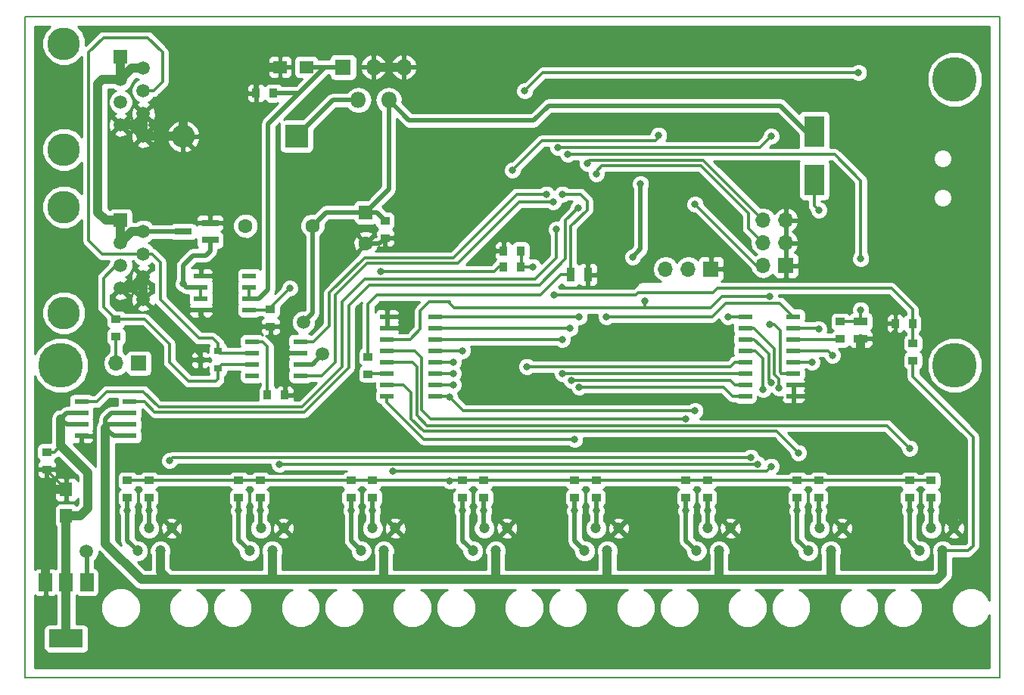
<source format=gbr>
G04 #@! TF.FileFunction,Copper,L2,Bot,Signal*
%FSLAX46Y46*%
G04 Gerber Fmt 4.6, Leading zero omitted, Abs format (unit mm)*
G04 Created by KiCad (PCBNEW 4.0.7) date Wed Mar 21 17:07:03 2018*
%MOMM*%
%LPD*%
G01*
G04 APERTURE LIST*
%ADD10C,0.100000*%
%ADD11C,0.150000*%
%ADD12C,1.200000*%
%ADD13C,5.000000*%
%ADD14R,1.535000X1.400000*%
%ADD15R,1.400000X1.535000*%
%ADD16R,1.600000X1.600000*%
%ADD17C,1.600000*%
%ADD18R,1.000000X0.845000*%
%ADD19R,0.845000X1.000000*%
%ADD20R,2.600000X2.600000*%
%ADD21O,2.600000X2.600000*%
%ADD22R,0.900000X0.800000*%
%ADD23R,2.300000X3.500000*%
%ADD24R,0.970000X1.500000*%
%ADD25R,1.500000X0.970000*%
%ADD26R,1.700000X1.700000*%
%ADD27O,1.700000X1.700000*%
%ADD28C,3.650000*%
%ADD29R,1.500000X1.500000*%
%ADD30C,1.500000*%
%ADD31R,1.900000X0.800000*%
%ADD32R,3.800000X2.000000*%
%ADD33R,1.500000X2.000000*%
%ADD34R,1.550000X0.600000*%
%ADD35R,1.500000X0.600000*%
%ADD36R,1.800000X1.800000*%
%ADD37O,1.800000X1.800000*%
%ADD38C,0.800000*%
%ADD39C,0.500000*%
%ADD40C,0.300000*%
%ADD41C,1.000000*%
%ADD42C,0.250000*%
G04 APERTURE END LIST*
D10*
D11*
X134000000Y-140000000D02*
X134000000Y-66000000D01*
X25000000Y-66000000D02*
X25000000Y-140000000D01*
X25000000Y-66000000D02*
X134000000Y-66000000D01*
X133000000Y-140000000D02*
X134000000Y-140000000D01*
X25000000Y-140000000D02*
X133000000Y-140000000D01*
D12*
X87595000Y-125800000D03*
X88865000Y-123260000D03*
X90135000Y-125800000D03*
X91405000Y-123260000D03*
X75095000Y-125800000D03*
X76365000Y-123260000D03*
X77635000Y-125800000D03*
X78905000Y-123260000D03*
X37595000Y-125800000D03*
X38865000Y-123260000D03*
X40135000Y-125800000D03*
X41405000Y-123260000D03*
X50095000Y-125800000D03*
X51365000Y-123260000D03*
X52635000Y-125800000D03*
X53905000Y-123260000D03*
X62595000Y-125800000D03*
X63865000Y-123260000D03*
X65135000Y-125800000D03*
X66405000Y-123260000D03*
X100095000Y-125800000D03*
X101365000Y-123260000D03*
X102635000Y-125800000D03*
X103905000Y-123260000D03*
X112595000Y-125800000D03*
X113865000Y-123260000D03*
X115135000Y-125800000D03*
X116405000Y-123260000D03*
X125095000Y-125800000D03*
X126365000Y-123260000D03*
X127635000Y-125800000D03*
X128905000Y-123260000D03*
D13*
X29000000Y-105000000D03*
X129000000Y-73000000D03*
X129000000Y-105000000D03*
D14*
X56458500Y-71628000D03*
X53523500Y-71628000D03*
D15*
X29591000Y-121863500D03*
X29591000Y-118928500D03*
D16*
X63119000Y-87884000D03*
D17*
X63119000Y-91384000D03*
D18*
X27432000Y-116659500D03*
X27432000Y-114734500D03*
X65278000Y-88826500D03*
X65278000Y-90751500D03*
D19*
X80464500Y-92202000D03*
X78539500Y-92202000D03*
X52778500Y-74549000D03*
X50853500Y-74549000D03*
D20*
X55372000Y-79375000D03*
D21*
X42672000Y-79375000D03*
D22*
X46593000Y-103444000D03*
X46593000Y-105344000D03*
X44593000Y-104394000D03*
D23*
X113284000Y-78834000D03*
X113284000Y-84234000D03*
D24*
X86040000Y-94869000D03*
X87950000Y-94869000D03*
D25*
X118491000Y-100137000D03*
X118491000Y-102047000D03*
D26*
X110109000Y-93853000D03*
D27*
X107569000Y-93853000D03*
X110109000Y-91313000D03*
X107569000Y-91313000D03*
X110109000Y-88773000D03*
X107569000Y-88773000D03*
D26*
X37719000Y-104775000D03*
D27*
X35179000Y-104775000D03*
D17*
X57150000Y-89408000D03*
X49650000Y-89408000D03*
D28*
X29337000Y-80865000D03*
X29337000Y-68995000D03*
D29*
X35687000Y-70485000D03*
D30*
X38227000Y-71755000D03*
X35687000Y-73025000D03*
X38227000Y-74295000D03*
X35687000Y-75565000D03*
X38227000Y-76835000D03*
X35687000Y-78105000D03*
X38227000Y-79375000D03*
D26*
X101727000Y-94234000D03*
D27*
X99187000Y-94234000D03*
X96647000Y-94234000D03*
D28*
X29337000Y-99153000D03*
X29337000Y-87283000D03*
D29*
X35687000Y-88773000D03*
D30*
X38227000Y-90043000D03*
X35687000Y-91313000D03*
X38227000Y-92583000D03*
X35687000Y-93853000D03*
X38227000Y-95123000D03*
X35687000Y-96393000D03*
X38227000Y-97663000D03*
D31*
X45696000Y-89093000D03*
X45696000Y-90993000D03*
X42696000Y-90043000D03*
D18*
X124333000Y-104467500D03*
X124333000Y-102542500D03*
D19*
X124279500Y-100330000D03*
X122354500Y-100330000D03*
X52123500Y-108331000D03*
X54048500Y-108331000D03*
D18*
X35179000Y-99875500D03*
X35179000Y-101800500D03*
X36449000Y-119834500D03*
X36449000Y-117909500D03*
X38862000Y-119834500D03*
X38862000Y-117909500D03*
X48895000Y-119834500D03*
X48895000Y-117909500D03*
X51308000Y-119834500D03*
X51308000Y-117909500D03*
X61468000Y-119834500D03*
X61468000Y-117909500D03*
X63881000Y-119834500D03*
X63881000Y-117909500D03*
X73914000Y-119834500D03*
X73914000Y-117909500D03*
X76327000Y-119834500D03*
X76327000Y-117909500D03*
X86487000Y-119834500D03*
X86487000Y-117909500D03*
X88900000Y-119834500D03*
X88900000Y-117909500D03*
X98933000Y-119834500D03*
X98933000Y-117909500D03*
X101346000Y-119834500D03*
X101346000Y-117909500D03*
X111379000Y-119834500D03*
X111379000Y-117909500D03*
X113792000Y-119834500D03*
X113792000Y-117909500D03*
X123952000Y-119834500D03*
X123952000Y-117909500D03*
X126365000Y-119834500D03*
X126365000Y-117909500D03*
X52451000Y-98732500D03*
X52451000Y-100657500D03*
X63373000Y-105991500D03*
X63373000Y-104066500D03*
X116205000Y-102054500D03*
X116205000Y-100129500D03*
D19*
X80464500Y-93980000D03*
X78539500Y-93980000D03*
D32*
X29591000Y-135611000D03*
D33*
X29591000Y-129311000D03*
X31891000Y-129311000D03*
X27291000Y-129311000D03*
D34*
X55786000Y-102362000D03*
X55786000Y-103632000D03*
X55786000Y-104902000D03*
X55786000Y-106172000D03*
X50386000Y-106172000D03*
X50386000Y-104902000D03*
X50386000Y-103632000D03*
X50386000Y-102362000D03*
D35*
X65499000Y-108458000D03*
X65499000Y-107188000D03*
X65499000Y-105918000D03*
X65499000Y-104648000D03*
X65499000Y-103378000D03*
X65499000Y-102108000D03*
X65499000Y-100838000D03*
X65499000Y-99568000D03*
X70899000Y-99568000D03*
X70899000Y-100838000D03*
X70899000Y-102108000D03*
X70899000Y-103378000D03*
X70899000Y-104648000D03*
X70899000Y-105918000D03*
X70899000Y-107188000D03*
X70899000Y-108458000D03*
X110950000Y-99555000D03*
X110950000Y-100825000D03*
X110950000Y-102095000D03*
X110950000Y-103365000D03*
X110950000Y-104635000D03*
X110950000Y-105905000D03*
X110950000Y-107175000D03*
X110950000Y-108445000D03*
X105550000Y-108445000D03*
X105550000Y-107175000D03*
X105550000Y-105905000D03*
X105550000Y-104635000D03*
X105550000Y-103365000D03*
X105550000Y-102095000D03*
X105550000Y-100825000D03*
X105550000Y-99555000D03*
D34*
X31300000Y-112905000D03*
X31300000Y-111635000D03*
X31300000Y-110365000D03*
X31300000Y-109095000D03*
X36700000Y-109095000D03*
X36700000Y-110365000D03*
X36700000Y-111635000D03*
X36700000Y-112905000D03*
X44671000Y-98806000D03*
X44671000Y-97536000D03*
X44671000Y-96266000D03*
X44671000Y-94996000D03*
X50071000Y-94996000D03*
X50071000Y-96266000D03*
X50071000Y-97536000D03*
X50071000Y-98806000D03*
D36*
X60579000Y-71628000D03*
D37*
X62279000Y-75328000D03*
X63979000Y-71628000D03*
X65679000Y-75328000D03*
X67379000Y-71628000D03*
D38*
X42672000Y-95885000D03*
D30*
X27291000Y-119709000D03*
D38*
X82931000Y-88900000D03*
X76073000Y-93218000D03*
X68072000Y-99441000D03*
X32131000Y-114554000D03*
X80899000Y-74295000D03*
X118237000Y-72263000D03*
X99949000Y-110109000D03*
X103632000Y-99568000D03*
X92964000Y-92890500D03*
X93853000Y-84709000D03*
X72517000Y-117983000D03*
X72517000Y-108585000D03*
D30*
X56134000Y-100203000D03*
X58293000Y-103759000D03*
X31877000Y-125857000D03*
D38*
X95885000Y-79248000D03*
X79502000Y-83185000D03*
X108458000Y-79375000D03*
X84582000Y-80645000D03*
X36449000Y-121285000D03*
X72898000Y-104648000D03*
X107569000Y-107696000D03*
X41148000Y-115697000D03*
X38862000Y-121285000D03*
X106172000Y-115316000D03*
X48895000Y-121285000D03*
X72898000Y-105918000D03*
X108458000Y-106934000D03*
X106934000Y-116078000D03*
X51308000Y-121285000D03*
X53467000Y-116078000D03*
X61468000Y-121285000D03*
X72898000Y-107188000D03*
X109347000Y-107569000D03*
X66167000Y-116840000D03*
X108458000Y-116332000D03*
X63881000Y-121285000D03*
X73914000Y-121285000D03*
X73914000Y-103378000D03*
X81153000Y-105156000D03*
X76327000Y-121285000D03*
X86487000Y-121285000D03*
X86487000Y-113284000D03*
X90043000Y-99568000D03*
X88900000Y-121285000D03*
X98933000Y-121285000D03*
X98933000Y-110998000D03*
X101346000Y-121285000D03*
X113030000Y-104648000D03*
X111506000Y-114808000D03*
X111379000Y-121285000D03*
X113792000Y-121285000D03*
X113792000Y-100965000D03*
X123952000Y-114300000D03*
X123952000Y-121285000D03*
X115316000Y-103886000D03*
X126365000Y-121285000D03*
X84201000Y-97155000D03*
X83312000Y-85852000D03*
X84074000Y-86741000D03*
X85090000Y-85852000D03*
X108331000Y-97282000D03*
X108331000Y-100457000D03*
X94361000Y-97790000D03*
X86995000Y-99568000D03*
X86995000Y-107442000D03*
X86106000Y-106680000D03*
X85979000Y-100838000D03*
X85090000Y-102108000D03*
X85090000Y-105918000D03*
X118491000Y-98806000D03*
X118491000Y-93091000D03*
X85725000Y-81407000D03*
X81788000Y-93980000D03*
X113792000Y-87630000D03*
X86868000Y-87376000D03*
X64770000Y-94488000D03*
X54610000Y-96393000D03*
X84455000Y-89789000D03*
X99949000Y-86995000D03*
X88900000Y-83566000D03*
X87884000Y-82423000D03*
D39*
X44671000Y-96266000D02*
X43053000Y-96266000D01*
X45696000Y-92226000D02*
X45696000Y-90993000D01*
X45212000Y-92710000D02*
X45696000Y-92226000D01*
X43815000Y-92710000D02*
X45212000Y-92710000D01*
X42672000Y-93853000D02*
X43815000Y-92710000D01*
X42672000Y-95885000D02*
X42672000Y-93853000D01*
X43053000Y-96266000D02*
X42672000Y-95885000D01*
D40*
X44671000Y-96266000D02*
X44671000Y-97536000D01*
D39*
X44671000Y-94996000D02*
X47752000Y-94996000D01*
X47752000Y-89535000D02*
X47752000Y-94996000D01*
X47752000Y-94996000D02*
X47752000Y-100657500D01*
X47752000Y-100657500D02*
X47752000Y-100584000D01*
X44671000Y-98806000D02*
X44671000Y-99408000D01*
X44671000Y-99408000D02*
X45920500Y-100657500D01*
X45920500Y-100657500D02*
X47752000Y-100657500D01*
X47752000Y-100657500D02*
X52451000Y-100657500D01*
D40*
X87950000Y-94869000D02*
X93345000Y-94869000D01*
X101727000Y-92837000D02*
X101727000Y-94234000D01*
X100965000Y-92075000D02*
X101727000Y-92837000D01*
X96139000Y-92075000D02*
X100965000Y-92075000D01*
X93345000Y-94869000D02*
X96139000Y-92075000D01*
D41*
X42672000Y-79375000D02*
X42672000Y-77597000D01*
X42672000Y-77597000D02*
X48641000Y-71628000D01*
X48641000Y-71628000D02*
X53523500Y-71628000D01*
D40*
X78539500Y-91005500D02*
X80645000Y-88900000D01*
X78539500Y-91005500D02*
X78539500Y-92202000D01*
X80645000Y-88900000D02*
X82931000Y-88900000D01*
X78539500Y-92202000D02*
X77089000Y-92202000D01*
X77089000Y-92202000D02*
X76073000Y-93218000D01*
X65499000Y-100838000D02*
X66675000Y-100838000D01*
X66675000Y-100838000D02*
X68072000Y-99441000D01*
D39*
X47310000Y-89093000D02*
X45696000Y-89093000D01*
X47752000Y-89535000D02*
X47310000Y-89093000D01*
X42672000Y-79375000D02*
X42672000Y-79629000D01*
X42672000Y-79629000D02*
X45696000Y-82653000D01*
X45696000Y-82653000D02*
X45696000Y-89093000D01*
D41*
X128905000Y-123260000D02*
X128905000Y-113665000D01*
X118491000Y-103251000D02*
X118491000Y-102047000D01*
X128905000Y-113665000D02*
X118491000Y-103251000D01*
D40*
X118491000Y-102047000D02*
X121346000Y-102047000D01*
X121346000Y-102047000D02*
X122354500Y-101038500D01*
X122354500Y-101038500D02*
X122354500Y-100330000D01*
X110950000Y-108445000D02*
X116218000Y-108445000D01*
D41*
X116218000Y-108445000D02*
X118491000Y-106172000D01*
X118491000Y-106172000D02*
X118491000Y-102047000D01*
X63979000Y-71628000D02*
X67379000Y-71628000D01*
X38227000Y-79375000D02*
X42672000Y-79375000D01*
D39*
X63119000Y-91384000D02*
X64645500Y-91384000D01*
X64645500Y-91384000D02*
X65278000Y-90751500D01*
X50853500Y-74549000D02*
X50853500Y-72844500D01*
X50853500Y-72844500D02*
X52070000Y-71628000D01*
X52070000Y-71628000D02*
X53523500Y-71628000D01*
D40*
X52451000Y-100657500D02*
X53413500Y-100657500D01*
X53413500Y-100657500D02*
X54048500Y-101292500D01*
X54048500Y-101292500D02*
X54048500Y-103939500D01*
X54048500Y-108331000D02*
X54048500Y-103939500D01*
X54356000Y-103632000D02*
X55786000Y-103632000D01*
X54048500Y-103939500D02*
X54356000Y-103632000D01*
X44593000Y-104394000D02*
X44593000Y-104029000D01*
X44593000Y-104029000D02*
X38227000Y-97663000D01*
X31300000Y-113723000D02*
X31300000Y-112905000D01*
X32131000Y-114554000D02*
X31300000Y-113723000D01*
X110109000Y-91313000D02*
X110109000Y-93853000D01*
X110109000Y-88773000D02*
X110109000Y-91313000D01*
X101727000Y-94234000D02*
X103886000Y-94234000D01*
X103886000Y-94234000D02*
X105283000Y-95631000D01*
X105283000Y-95631000D02*
X109728000Y-95631000D01*
X109728000Y-95631000D02*
X110109000Y-95250000D01*
X110109000Y-95250000D02*
X110109000Y-93853000D01*
X27178000Y-125857000D02*
X27291000Y-125857000D01*
X27291000Y-125857000D02*
X27178000Y-125857000D01*
X27178000Y-125857000D02*
X27291000Y-125857000D01*
X27432000Y-116659500D02*
X27432000Y-116769500D01*
X27432000Y-116769500D02*
X29591000Y-118928500D01*
D41*
X38227000Y-76835000D02*
X38227000Y-79375000D01*
X35687000Y-78105000D02*
X36957000Y-78105000D01*
X36957000Y-78105000D02*
X38227000Y-79375000D01*
X38227000Y-95123000D02*
X38227000Y-97663000D01*
X35687000Y-96393000D02*
X36957000Y-96393000D01*
X36957000Y-96393000D02*
X38227000Y-95123000D01*
D40*
X65499000Y-99568000D02*
X65499000Y-100838000D01*
X110950000Y-108445000D02*
X110950000Y-107175000D01*
D41*
X27291000Y-129311000D02*
X27291000Y-125857000D01*
X27291000Y-125857000D02*
X27291000Y-119709000D01*
X28071500Y-118928500D02*
X29591000Y-118928500D01*
X27291000Y-119709000D02*
X28071500Y-118928500D01*
D40*
X99949000Y-110109000D02*
X74041000Y-110109000D01*
X74041000Y-110109000D02*
X72517000Y-108585000D01*
X80899000Y-74295000D02*
X82931000Y-72263000D01*
X82931000Y-72263000D02*
X118237000Y-72263000D01*
X103645000Y-99555000D02*
X105550000Y-99555000D01*
X103632000Y-99568000D02*
X103645000Y-99555000D01*
D39*
X93853000Y-91948000D02*
X93853000Y-84709000D01*
X92964000Y-92890500D02*
X93853000Y-92001500D01*
D40*
X93853000Y-92001500D02*
X93853000Y-91948000D01*
X70899000Y-108458000D02*
X72390000Y-108458000D01*
X72390000Y-108458000D02*
X72517000Y-108585000D01*
X72517000Y-117983000D02*
X72517000Y-117909500D01*
X72517000Y-117909500D02*
X72517000Y-117983000D01*
X72517000Y-117983000D02*
X72517000Y-117909500D01*
X36449000Y-117909500D02*
X38862000Y-117909500D01*
X38862000Y-117909500D02*
X48895000Y-117909500D01*
X48895000Y-117909500D02*
X51308000Y-117909500D01*
X51308000Y-117909500D02*
X61468000Y-117909500D01*
X61468000Y-117909500D02*
X63881000Y-117909500D01*
X63881000Y-117909500D02*
X72517000Y-117909500D01*
X72517000Y-117909500D02*
X73914000Y-117909500D01*
X73914000Y-117909500D02*
X76327000Y-117909500D01*
X76327000Y-117909500D02*
X86487000Y-117909500D01*
X86487000Y-117909500D02*
X88900000Y-117909500D01*
X88900000Y-117909500D02*
X98933000Y-117909500D01*
X98933000Y-117909500D02*
X101346000Y-117909500D01*
X101346000Y-117909500D02*
X111379000Y-117909500D01*
X111379000Y-117909500D02*
X113792000Y-117909500D01*
X113792000Y-117909500D02*
X123952000Y-117909500D01*
X123952000Y-117909500D02*
X126365000Y-117909500D01*
X127635000Y-125800000D02*
X130486000Y-125800000D01*
X124333000Y-106299000D02*
X124333000Y-104467500D01*
X131064000Y-113030000D02*
X124333000Y-106299000D01*
X131064000Y-125222000D02*
X131064000Y-113030000D01*
X130486000Y-125800000D02*
X131064000Y-125222000D01*
D39*
X36700000Y-112905000D02*
X34905000Y-112905000D01*
X34905000Y-112905000D02*
X34000000Y-112000000D01*
X36700000Y-111635000D02*
X34000000Y-111635000D01*
X34000000Y-111635000D02*
X34000000Y-112000000D01*
X36700000Y-110365000D02*
X34635000Y-110365000D01*
X34000000Y-111000000D02*
X34000000Y-112000000D01*
X34635000Y-110365000D02*
X34000000Y-111000000D01*
D41*
X38000000Y-129000000D02*
X34000000Y-125000000D01*
X34000000Y-125000000D02*
X34000000Y-112000000D01*
X38000000Y-129000000D02*
X41000000Y-129000000D01*
X52635000Y-125800000D02*
X52635000Y-129000000D01*
X52635000Y-129000000D02*
X53000000Y-129000000D01*
X65135000Y-125800000D02*
X65135000Y-129000000D01*
X65135000Y-129000000D02*
X65000000Y-129000000D01*
X77635000Y-125800000D02*
X77635000Y-129000000D01*
X77635000Y-129000000D02*
X78000000Y-129000000D01*
X90135000Y-125800000D02*
X90135000Y-129000000D01*
X90135000Y-129000000D02*
X90000000Y-129000000D01*
X102635000Y-125800000D02*
X102635000Y-129000000D01*
X102635000Y-129000000D02*
X103000000Y-129000000D01*
X115135000Y-125800000D02*
X115135000Y-129000000D01*
X115135000Y-129000000D02*
X115000000Y-129000000D01*
X40135000Y-125800000D02*
X40135000Y-128135000D01*
X127635000Y-128365000D02*
X127635000Y-125800000D01*
X127000000Y-129000000D02*
X127635000Y-128365000D01*
X41000000Y-129000000D02*
X53000000Y-129000000D01*
X53000000Y-129000000D02*
X65000000Y-129000000D01*
X65000000Y-129000000D02*
X78000000Y-129000000D01*
X78000000Y-129000000D02*
X90000000Y-129000000D01*
X90000000Y-129000000D02*
X103000000Y-129000000D01*
X103000000Y-129000000D02*
X115000000Y-129000000D01*
X115000000Y-129000000D02*
X127000000Y-129000000D01*
X40135000Y-128135000D02*
X41000000Y-129000000D01*
D39*
X81915000Y-77597000D02*
X83566000Y-75946000D01*
X109474000Y-75946000D02*
X112362000Y-78834000D01*
X83566000Y-75946000D02*
X109474000Y-75946000D01*
X112362000Y-78834000D02*
X113284000Y-78834000D01*
X67948000Y-77597000D02*
X65679000Y-75328000D01*
X81915000Y-77597000D02*
X67948000Y-77597000D01*
X63119000Y-87884000D02*
X58674000Y-87884000D01*
X58674000Y-87884000D02*
X57150000Y-89408000D01*
X57150000Y-89408000D02*
X57150000Y-99187000D01*
X57150000Y-99187000D02*
X56134000Y-100203000D01*
X55786000Y-104902000D02*
X57150000Y-104902000D01*
X57150000Y-104902000D02*
X58293000Y-103759000D01*
X31891000Y-125871000D02*
X31891000Y-129311000D01*
X31877000Y-125857000D02*
X31891000Y-125871000D01*
X65679000Y-75328000D02*
X65679000Y-85324000D01*
X65679000Y-85324000D02*
X63119000Y-87884000D01*
X63119000Y-87884000D02*
X64335500Y-87884000D01*
X64335500Y-87884000D02*
X65278000Y-88826500D01*
D40*
X95885000Y-79248000D02*
X95885000Y-79502000D01*
X95504000Y-79883000D02*
X82804000Y-79883000D01*
X95885000Y-79502000D02*
X95504000Y-79883000D01*
X79502000Y-83185000D02*
X82804000Y-79883000D01*
X84582000Y-80645000D02*
X107188000Y-80645000D01*
X107188000Y-80645000D02*
X108458000Y-79375000D01*
D39*
X62279000Y-75328000D02*
X59419000Y-75328000D01*
X59419000Y-75328000D02*
X55372000Y-79375000D01*
D40*
X38227000Y-92583000D02*
X33655000Y-92583000D01*
X39370000Y-74295000D02*
X38227000Y-74295000D01*
X40386000Y-73279000D02*
X39370000Y-74295000D01*
X40386000Y-69977000D02*
X40386000Y-73279000D01*
X38735000Y-68326000D02*
X40386000Y-69977000D01*
X33782000Y-68326000D02*
X38735000Y-68326000D01*
X32131000Y-69977000D02*
X33782000Y-68326000D01*
X32131000Y-91059000D02*
X32131000Y-69977000D01*
X33655000Y-92583000D02*
X32131000Y-91059000D01*
X46593000Y-103444000D02*
X46593000Y-102600000D01*
X40132000Y-93472000D02*
X39243000Y-92583000D01*
X40132000Y-97663000D02*
X40132000Y-93472000D01*
X44450000Y-101981000D02*
X40132000Y-97663000D01*
X45974000Y-101981000D02*
X44450000Y-101981000D01*
X46593000Y-102600000D02*
X45974000Y-101981000D01*
X38227000Y-92583000D02*
X39243000Y-92583000D01*
X50386000Y-103632000D02*
X46781000Y-103632000D01*
X46781000Y-103632000D02*
X46593000Y-103444000D01*
X35179000Y-99875500D02*
X38407500Y-99875500D01*
X46593000Y-106569000D02*
X46593000Y-105344000D01*
X46355000Y-106807000D02*
X46593000Y-106569000D01*
X43307000Y-106807000D02*
X46355000Y-106807000D01*
X41148000Y-104648000D02*
X43307000Y-106807000D01*
X41148000Y-102616000D02*
X41148000Y-104648000D01*
X38407500Y-99875500D02*
X41148000Y-102616000D01*
X50386000Y-104902000D02*
X47035000Y-104902000D01*
X47035000Y-104902000D02*
X46593000Y-105344000D01*
X35687000Y-93853000D02*
X35179000Y-93853000D01*
X35179000Y-93853000D02*
X33782000Y-95250000D01*
X33782000Y-98478500D02*
X35179000Y-99875500D01*
X33782000Y-95250000D02*
X33782000Y-98478500D01*
X35179000Y-101800500D02*
X35179000Y-104775000D01*
X70899000Y-104648000D02*
X72885000Y-104635000D01*
X72898000Y-104648000D02*
X72885000Y-104635000D01*
D39*
X36449000Y-119834500D02*
X36449000Y-121285000D01*
X36449000Y-121285000D02*
X36449000Y-124654000D01*
X36449000Y-124654000D02*
X37595000Y-125800000D01*
D40*
X105550000Y-103365000D02*
X106667000Y-103365000D01*
X106667000Y-103365000D02*
X107569000Y-104267000D01*
X107569000Y-104267000D02*
X107569000Y-107696000D01*
X106172000Y-115316000D02*
X41529000Y-115316000D01*
X41529000Y-115316000D02*
X41148000Y-115697000D01*
D39*
X38862000Y-119834500D02*
X38862000Y-121285000D01*
X38862000Y-121285000D02*
X38862000Y-123257000D01*
X38862000Y-123257000D02*
X38865000Y-123260000D01*
D40*
X70899000Y-105918000D02*
X72885000Y-105905000D01*
X72898000Y-105918000D02*
X72885000Y-105905000D01*
D39*
X48895000Y-119834500D02*
X48895000Y-121285000D01*
X48895000Y-121285000D02*
X48895000Y-124600000D01*
X48895000Y-124600000D02*
X50095000Y-125800000D01*
D40*
X107251500Y-102806500D02*
X108204000Y-103759000D01*
X108204000Y-106680000D02*
X108458000Y-106934000D01*
X108204000Y-103759000D02*
X108204000Y-106680000D01*
X106934000Y-116078000D02*
X53467000Y-116078000D01*
X107251500Y-102806500D02*
X106540000Y-102095000D01*
X105550000Y-102095000D02*
X106540000Y-102095000D01*
D39*
X51308000Y-119834500D02*
X51308000Y-121285000D01*
X51308000Y-121285000D02*
X51308000Y-123203000D01*
X51308000Y-123203000D02*
X51365000Y-123260000D01*
D40*
X70899000Y-107188000D02*
X72885000Y-107175000D01*
X72898000Y-107188000D02*
X72885000Y-107175000D01*
D39*
X61468000Y-119834500D02*
X61468000Y-121285000D01*
X61468000Y-121285000D02*
X61468000Y-124673000D01*
X61468000Y-124673000D02*
X62595000Y-125800000D01*
D40*
X107823000Y-102108000D02*
X108839000Y-103124000D01*
X105550000Y-100825000D02*
X106540000Y-100825000D01*
X106540000Y-100825000D02*
X107823000Y-102108000D01*
X108839000Y-103124000D02*
X108839000Y-106045000D01*
X108839000Y-106045000D02*
X109347000Y-106553000D01*
X109347000Y-106553000D02*
X109347000Y-107569000D01*
X108458000Y-116332000D02*
X107950000Y-116840000D01*
X66167000Y-116840000D02*
X107950000Y-116840000D01*
D39*
X63881000Y-119834500D02*
X63881000Y-121285000D01*
X63881000Y-121285000D02*
X63881000Y-123244000D01*
X63881000Y-123244000D02*
X63865000Y-123260000D01*
D40*
X70899000Y-103378000D02*
X73901000Y-103365000D01*
X73914000Y-103378000D02*
X73901000Y-103365000D01*
D39*
X73914000Y-119834500D02*
X73914000Y-121285000D01*
X73914000Y-121285000D02*
X73914000Y-124619000D01*
X73914000Y-124619000D02*
X75095000Y-125800000D01*
D40*
X104394000Y-104635000D02*
X104394000Y-104648000D01*
X105550000Y-104635000D02*
X104394000Y-104635000D01*
X104394000Y-104648000D02*
X103886000Y-105156000D01*
X103886000Y-105156000D02*
X81153000Y-105156000D01*
D39*
X76327000Y-119834500D02*
X76327000Y-121285000D01*
X76327000Y-121285000D02*
X76327000Y-123222000D01*
X76327000Y-123222000D02*
X76365000Y-123260000D01*
D40*
X69850000Y-113284000D02*
X69596000Y-113284000D01*
X65499000Y-109187000D02*
X65499000Y-108458000D01*
X69596000Y-113284000D02*
X65499000Y-109187000D01*
X86487000Y-113284000D02*
X69850000Y-113284000D01*
D39*
X86487000Y-119834500D02*
X86487000Y-121285000D01*
X86487000Y-121285000D02*
X86487000Y-124692000D01*
X86487000Y-124692000D02*
X87595000Y-125800000D01*
D40*
X90043000Y-99568000D02*
X101854000Y-99568000D01*
X101854000Y-99568000D02*
X103378000Y-98044000D01*
X110950000Y-99555000D02*
X109439000Y-98044000D01*
X103378000Y-98044000D02*
X109439000Y-98044000D01*
D39*
X88900000Y-119834500D02*
X88900000Y-121285000D01*
X88900000Y-121285000D02*
X88900000Y-123225000D01*
X88900000Y-123225000D02*
X88865000Y-123260000D01*
D40*
X98933000Y-110998000D02*
X70358000Y-110998000D01*
X69342000Y-109982000D02*
X69342000Y-109601000D01*
X70358000Y-110998000D02*
X69342000Y-109982000D01*
X65499000Y-103378000D02*
X68580000Y-103378000D01*
X69342000Y-104140000D02*
X69342000Y-109601000D01*
X68580000Y-103378000D02*
X69342000Y-104140000D01*
D39*
X98933000Y-119834500D02*
X98933000Y-121285000D01*
X98933000Y-121285000D02*
X98933000Y-124638000D01*
X98933000Y-124638000D02*
X100095000Y-125800000D01*
D40*
X110950000Y-104635000D02*
X113017000Y-104635000D01*
X113030000Y-104648000D02*
X113017000Y-104635000D01*
D39*
X101346000Y-119834500D02*
X101346000Y-121285000D01*
X101346000Y-121285000D02*
X101346000Y-123241000D01*
X101346000Y-123241000D02*
X101365000Y-123260000D01*
D40*
X105283000Y-112395000D02*
X109093000Y-112395000D01*
X109093000Y-112395000D02*
X111506000Y-114808000D01*
X65499000Y-107188000D02*
X67310000Y-107188000D01*
X68199000Y-110998000D02*
X69596000Y-112395000D01*
X68199000Y-108077000D02*
X68199000Y-110998000D01*
X67310000Y-107188000D02*
X68199000Y-108077000D01*
X69596000Y-112395000D02*
X105283000Y-112395000D01*
D39*
X111379000Y-119834500D02*
X111379000Y-121285000D01*
X111379000Y-121285000D02*
X111379000Y-124584000D01*
X111379000Y-124584000D02*
X112595000Y-125800000D01*
D40*
X110950000Y-100825000D02*
X113652000Y-100825000D01*
X113792000Y-100965000D02*
X113652000Y-100825000D01*
D39*
X113792000Y-119834500D02*
X113792000Y-121285000D01*
X113792000Y-121285000D02*
X113792000Y-123187000D01*
X113792000Y-123187000D02*
X113865000Y-123260000D01*
D40*
X105791000Y-111760000D02*
X121412000Y-111760000D01*
X121412000Y-111760000D02*
X123952000Y-114300000D01*
X104775000Y-111760000D02*
X105791000Y-111760000D01*
X68841998Y-110243998D02*
X68841998Y-110624998D01*
X69977000Y-111760000D02*
X104775000Y-111760000D01*
X68841998Y-110624998D02*
X69977000Y-111760000D01*
X65499000Y-104648000D02*
X68326000Y-104648000D01*
X68841998Y-105163998D02*
X68841998Y-110243998D01*
X68326000Y-104648000D02*
X68841998Y-105163998D01*
D39*
X123952000Y-119834500D02*
X123952000Y-121285000D01*
X123952000Y-121285000D02*
X123952000Y-124657000D01*
X123952000Y-124657000D02*
X125095000Y-125800000D01*
D40*
X110950000Y-103365000D02*
X114795000Y-103365000D01*
X114795000Y-103365000D02*
X115316000Y-103886000D01*
D39*
X126365000Y-119834500D02*
X126365000Y-121285000D01*
X126365000Y-121285000D02*
X126365000Y-123260000D01*
D40*
X92837000Y-97155000D02*
X93345000Y-97155000D01*
X93345000Y-97155000D02*
X93599000Y-96901000D01*
X101981000Y-96901000D02*
X102489000Y-96393000D01*
X93599000Y-96901000D02*
X101981000Y-96901000D01*
X102489000Y-96393000D02*
X121920000Y-96393000D01*
X121920000Y-96393000D02*
X124279500Y-98752500D01*
X84201000Y-97155000D02*
X92837000Y-97155000D01*
X124279500Y-100330000D02*
X124279500Y-98752500D01*
X124279500Y-100330000D02*
X124279500Y-102489000D01*
X124279500Y-102489000D02*
X124333000Y-102542500D01*
X124152500Y-102362000D02*
X124333000Y-102542500D01*
X50386000Y-102362000D02*
X51562000Y-102362000D01*
X52123500Y-102923500D02*
X52123500Y-108331000D01*
X51562000Y-102362000D02*
X52123500Y-102923500D01*
X80010000Y-85852000D02*
X83312000Y-85852000D01*
X59055000Y-100584000D02*
X59055000Y-96901000D01*
X59055000Y-96901000D02*
X62992000Y-92964000D01*
X62992000Y-92964000D02*
X72898000Y-92964000D01*
X72898000Y-92964000D02*
X80010000Y-85852000D01*
X55786000Y-102362000D02*
X57277000Y-102362000D01*
X57277000Y-102362000D02*
X59055000Y-100584000D01*
X84074000Y-86741000D02*
X80264000Y-86741000D01*
X73406000Y-93599000D02*
X63246000Y-93599000D01*
X73406000Y-93599000D02*
X80264000Y-86741000D01*
X59690000Y-97155000D02*
X63246000Y-93599000D01*
X55786000Y-106172000D02*
X58166000Y-106172000D01*
X59690000Y-104648000D02*
X59690000Y-97155000D01*
X58166000Y-106172000D02*
X59690000Y-104648000D01*
X63373000Y-104066500D02*
X63373000Y-98171000D01*
X63373000Y-98171000D02*
X64389000Y-97155000D01*
X86040000Y-94869000D02*
X86040000Y-89474000D01*
X86040000Y-89474000D02*
X87884000Y-87630000D01*
X85090000Y-85852000D02*
X87122000Y-85852000D01*
X87122000Y-85852000D02*
X87884000Y-86614000D01*
X87884000Y-86614000D02*
X87884000Y-87630000D01*
X64389000Y-97155000D02*
X82677000Y-97155000D01*
X84963000Y-94869000D02*
X86040000Y-94869000D01*
X82677000Y-97155000D02*
X84963000Y-94869000D01*
X85913000Y-94742000D02*
X86040000Y-94869000D01*
X63238500Y-104201000D02*
X63373000Y-104066500D01*
X102489000Y-97790000D02*
X102997000Y-97282000D01*
X101727000Y-98552000D02*
X100711000Y-98552000D01*
X102489000Y-97790000D02*
X101727000Y-98552000D01*
X108331000Y-100457000D02*
X108839000Y-100457000D01*
X110950000Y-105905000D02*
X109588000Y-105905000D01*
X108331000Y-97282000D02*
X102997000Y-97282000D01*
X108839000Y-100457000D02*
X109474000Y-101092000D01*
X109474000Y-101092000D02*
X109474000Y-105791000D01*
X109474000Y-105791000D02*
X109588000Y-105905000D01*
X72517000Y-97917000D02*
X70231000Y-97917000D01*
X68072000Y-102108000D02*
X65499000Y-102108000D01*
X69215000Y-100965000D02*
X68072000Y-102108000D01*
X69215000Y-98933000D02*
X69215000Y-100965000D01*
X70231000Y-97917000D02*
X69215000Y-98933000D01*
X94361000Y-97790000D02*
X94361000Y-98552000D01*
X72517000Y-97917000D02*
X72517000Y-98044000D01*
X73025000Y-98552000D02*
X94361000Y-98552000D01*
X72517000Y-98044000D02*
X73025000Y-98552000D01*
X94361000Y-98552000D02*
X100711000Y-98552000D01*
X86995000Y-107442000D02*
X103124000Y-107442000D01*
X104127000Y-108445000D02*
X105550000Y-108445000D01*
X103124000Y-107442000D02*
X104127000Y-108445000D01*
X86982000Y-99555000D02*
X86995000Y-99568000D01*
X70899000Y-99568000D02*
X86982000Y-99555000D01*
X105550000Y-107175000D02*
X104381000Y-107175000D01*
X103886000Y-106680000D02*
X102870000Y-106680000D01*
X104381000Y-107175000D02*
X103886000Y-106680000D01*
X86106000Y-106680000D02*
X102870000Y-106680000D01*
X70899000Y-100838000D02*
X85966000Y-100825000D01*
X85966000Y-100825000D02*
X85979000Y-100838000D01*
X70899000Y-102108000D02*
X85077000Y-102095000D01*
X85077000Y-102095000D02*
X85090000Y-102108000D01*
X85103000Y-105905000D02*
X85090000Y-105918000D01*
X85103000Y-105905000D02*
X105550000Y-105905000D01*
X85725000Y-81407000D02*
X115570000Y-81407000D01*
X118491000Y-84328000D02*
X118491000Y-93091000D01*
X118491000Y-98806000D02*
X118491000Y-100137000D01*
X115570000Y-81407000D02*
X118491000Y-84328000D01*
X116205000Y-100129500D02*
X118483500Y-100129500D01*
X118483500Y-100129500D02*
X118491000Y-100137000D01*
X65499000Y-105918000D02*
X63459500Y-105905000D01*
X63459500Y-105905000D02*
X63373000Y-105991500D01*
X110950000Y-102095000D02*
X116164500Y-102095000D01*
X116164500Y-102095000D02*
X116205000Y-102054500D01*
D39*
X52778500Y-74549000D02*
X55626000Y-74549000D01*
X55626000Y-74549000D02*
X55753000Y-74422000D01*
X56458500Y-71628000D02*
X58547000Y-71628000D01*
X50071000Y-97536000D02*
X51181000Y-97536000D01*
X58547000Y-71628000D02*
X60579000Y-71628000D01*
X52197000Y-77978000D02*
X55753000Y-74422000D01*
X55753000Y-74422000D02*
X58547000Y-71628000D01*
X52197000Y-96520000D02*
X52197000Y-77978000D01*
X51181000Y-97536000D02*
X52197000Y-96520000D01*
D40*
X50071000Y-96266000D02*
X50071000Y-97536000D01*
X27432000Y-114734500D02*
X28265500Y-114734500D01*
X28265500Y-114734500D02*
X29000000Y-114000000D01*
D41*
X29591000Y-121863500D02*
X31136500Y-121863500D01*
X29000000Y-114000000D02*
X29000000Y-111000000D01*
X32000000Y-117000000D02*
X29000000Y-114000000D01*
X32000000Y-121000000D02*
X32000000Y-117000000D01*
X31136500Y-121863500D02*
X32000000Y-121000000D01*
D39*
X31300000Y-111635000D02*
X29635000Y-111635000D01*
X29635000Y-111635000D02*
X29000000Y-111000000D01*
X29635000Y-110365000D02*
X29000000Y-111000000D01*
X29635000Y-110365000D02*
X31300000Y-110365000D01*
D41*
X29591000Y-129311000D02*
X29591000Y-135611000D01*
X29591000Y-121863500D02*
X29591000Y-129311000D01*
D40*
X80464500Y-93980000D02*
X81788000Y-93980000D01*
X80518000Y-92275500D02*
X80518000Y-93926500D01*
X80518000Y-93926500D02*
X80464500Y-93980000D01*
X113284000Y-87122000D02*
X113284000Y-84234000D01*
X113792000Y-87630000D02*
X113284000Y-87122000D01*
D39*
X38227000Y-90043000D02*
X42696000Y-90043000D01*
D41*
X35687000Y-73025000D02*
X33655000Y-73025000D01*
X33655000Y-73025000D02*
X33147000Y-73533000D01*
X33147000Y-73533000D02*
X33147000Y-87884000D01*
X33147000Y-87884000D02*
X34036000Y-88773000D01*
X34036000Y-88773000D02*
X35687000Y-88773000D01*
X35687000Y-88773000D02*
X35687000Y-91313000D01*
X35687000Y-91313000D02*
X36957000Y-90043000D01*
X36957000Y-90043000D02*
X38227000Y-90043000D01*
X35687000Y-70485000D02*
X35687000Y-73025000D01*
X35687000Y-73025000D02*
X36957000Y-71755000D01*
X36957000Y-71755000D02*
X38227000Y-71755000D01*
D40*
X46863000Y-110236000D02*
X39497000Y-110236000D01*
X39497000Y-110236000D02*
X38356000Y-109095000D01*
X36700000Y-109095000D02*
X38356000Y-109095000D01*
X56261000Y-110236000D02*
X61214000Y-105283000D01*
X46863000Y-110236000D02*
X56261000Y-110236000D01*
X61214000Y-102997000D02*
X61214000Y-98298000D01*
X61214000Y-102997000D02*
X61214000Y-105283000D01*
X85471000Y-88773000D02*
X86868000Y-87376000D01*
X63500000Y-96012000D02*
X61722000Y-97790000D01*
X82550000Y-96012000D02*
X63500000Y-96012000D01*
X82550000Y-96012000D02*
X85471000Y-93091000D01*
X85471000Y-93091000D02*
X85471000Y-88773000D01*
X61214000Y-98298000D02*
X61722000Y-97790000D01*
X78539500Y-93980000D02*
X77978000Y-93980000D01*
X77470000Y-94488000D02*
X64770000Y-94488000D01*
X77978000Y-93980000D02*
X77470000Y-94488000D01*
X52451000Y-98732500D02*
X52451000Y-98552000D01*
X52451000Y-98552000D02*
X54610000Y-96393000D01*
X50071000Y-98806000D02*
X52377500Y-98806000D01*
X52377500Y-98806000D02*
X52451000Y-98732500D01*
X46482000Y-109664500D02*
X39941500Y-109664500D01*
X39941500Y-109664500D02*
X38227000Y-107950000D01*
X34163000Y-107950000D02*
X38227000Y-107950000D01*
X33018000Y-109095000D02*
X31300000Y-109095000D01*
X34163000Y-107950000D02*
X33018000Y-109095000D01*
X46482000Y-109664500D02*
X55943500Y-109664500D01*
X55943500Y-109664500D02*
X60452000Y-105156000D01*
X84455000Y-92964000D02*
X84455000Y-89789000D01*
X62992000Y-95377000D02*
X82042000Y-95377000D01*
X82042000Y-95377000D02*
X84455000Y-92964000D01*
X60452000Y-97917000D02*
X60452000Y-105156000D01*
X62992000Y-95377000D02*
X60452000Y-97917000D01*
X99949000Y-86995000D02*
X106807000Y-93853000D01*
X107569000Y-93853000D02*
X106807000Y-93853000D01*
X88900000Y-83566000D02*
X88900000Y-83312000D01*
X105918000Y-89662000D02*
X107569000Y-91313000D01*
X105918000Y-88011000D02*
X105918000Y-89662000D01*
X100584000Y-82677000D02*
X105918000Y-88011000D01*
X89535000Y-82677000D02*
X100584000Y-82677000D01*
X88900000Y-83312000D02*
X89535000Y-82677000D01*
X87884000Y-82423000D02*
X87884000Y-82296000D01*
X100838000Y-82042000D02*
X101854000Y-83058000D01*
X88138000Y-82042000D02*
X100838000Y-82042000D01*
X87884000Y-82296000D02*
X88138000Y-82042000D01*
X101854000Y-83058000D02*
X107569000Y-88773000D01*
D42*
G36*
X27261202Y-67605375D02*
X26887427Y-68505527D01*
X26886576Y-69480197D01*
X27258780Y-70381000D01*
X27947375Y-71070798D01*
X28847527Y-71444573D01*
X29822197Y-71445424D01*
X30723000Y-71073220D01*
X31356000Y-70441324D01*
X31356000Y-79419677D01*
X30726625Y-78789202D01*
X29826473Y-78415427D01*
X28851803Y-78414576D01*
X27951000Y-78786780D01*
X27261202Y-79475375D01*
X26887427Y-80375527D01*
X26886576Y-81350197D01*
X27258780Y-82251000D01*
X27947375Y-82940798D01*
X28847527Y-83314573D01*
X29822197Y-83315424D01*
X30723000Y-82943220D01*
X31356000Y-82311324D01*
X31356000Y-85837677D01*
X30726625Y-85207202D01*
X29826473Y-84833427D01*
X28851803Y-84832576D01*
X27951000Y-85204780D01*
X27261202Y-85893375D01*
X26887427Y-86793527D01*
X26886576Y-87768197D01*
X27258780Y-88669000D01*
X27947375Y-89358798D01*
X28847527Y-89732573D01*
X29822197Y-89733424D01*
X30723000Y-89361220D01*
X31356000Y-88729324D01*
X31356000Y-91059000D01*
X31414993Y-91355580D01*
X31582992Y-91607008D01*
X33106990Y-93131005D01*
X33106992Y-93131008D01*
X33282665Y-93248389D01*
X33358420Y-93299007D01*
X33655000Y-93358000D01*
X34403714Y-93358000D01*
X34312239Y-93578296D01*
X34312199Y-93623785D01*
X33233992Y-94701992D01*
X33065993Y-94953420D01*
X33007000Y-95250000D01*
X33007000Y-98478500D01*
X33065993Y-98775080D01*
X33233992Y-99026508D01*
X34041756Y-99834272D01*
X34041756Y-100298000D01*
X34085337Y-100529611D01*
X34222219Y-100742332D01*
X34363088Y-100838583D01*
X34234668Y-100921219D01*
X34091962Y-101130076D01*
X34041756Y-101378000D01*
X34041756Y-102223000D01*
X34085337Y-102454611D01*
X34222219Y-102667332D01*
X34404000Y-102791538D01*
X34404000Y-103524060D01*
X34136017Y-103703120D01*
X33816278Y-104181645D01*
X33704000Y-104746103D01*
X33704000Y-104803897D01*
X33816278Y-105368355D01*
X34136017Y-105846880D01*
X34614542Y-106166619D01*
X35179000Y-106278897D01*
X35743458Y-106166619D01*
X36221983Y-105846880D01*
X36262185Y-105786714D01*
X36275337Y-105856611D01*
X36412219Y-106069332D01*
X36621076Y-106212038D01*
X36869000Y-106262244D01*
X38569000Y-106262244D01*
X38800611Y-106218663D01*
X39013332Y-106081781D01*
X39156038Y-105872924D01*
X39206244Y-105625000D01*
X39206244Y-103925000D01*
X39162663Y-103693389D01*
X39025781Y-103480668D01*
X38816924Y-103337962D01*
X38569000Y-103287756D01*
X36869000Y-103287756D01*
X36637389Y-103331337D01*
X36424668Y-103468219D01*
X36281962Y-103677076D01*
X36263965Y-103765950D01*
X36221983Y-103703120D01*
X35954000Y-103524060D01*
X35954000Y-102788743D01*
X36123332Y-102679781D01*
X36266038Y-102470924D01*
X36316244Y-102223000D01*
X36316244Y-101378000D01*
X36272663Y-101146389D01*
X36135781Y-100933668D01*
X35994912Y-100837417D01*
X36123332Y-100754781D01*
X36194584Y-100650500D01*
X38086484Y-100650500D01*
X40373000Y-102937016D01*
X40373000Y-104648000D01*
X40431993Y-104944580D01*
X40599992Y-105196008D01*
X42758992Y-107355008D01*
X43010420Y-107523007D01*
X43307000Y-107582000D01*
X46355000Y-107582000D01*
X46651580Y-107523007D01*
X46903008Y-107355008D01*
X47141008Y-107117008D01*
X47309007Y-106865580D01*
X47368000Y-106569000D01*
X47368000Y-106277569D01*
X47487332Y-106200781D01*
X47630038Y-105991924D01*
X47680244Y-105744000D01*
X47680244Y-105677000D01*
X49013245Y-105677000D01*
X48973756Y-105872000D01*
X48973756Y-106472000D01*
X49017337Y-106703611D01*
X49154219Y-106916332D01*
X49363076Y-107059038D01*
X49611000Y-107109244D01*
X51161000Y-107109244D01*
X51348500Y-107073963D01*
X51348500Y-107315127D01*
X51256668Y-107374219D01*
X51113962Y-107583076D01*
X51063756Y-107831000D01*
X51063756Y-108831000D01*
X51074764Y-108889500D01*
X40262516Y-108889500D01*
X38775008Y-107401992D01*
X38523580Y-107233993D01*
X38227000Y-107175000D01*
X34163005Y-107175000D01*
X34163000Y-107174999D01*
X33915626Y-107224205D01*
X33866420Y-107233993D01*
X33614992Y-107401992D01*
X33614990Y-107401995D01*
X32696984Y-108320000D01*
X32486897Y-108320000D01*
X32322924Y-108207962D01*
X32075000Y-108157756D01*
X30525000Y-108157756D01*
X30293389Y-108201337D01*
X30080668Y-108338219D01*
X29937962Y-108547076D01*
X29887756Y-108795000D01*
X29887756Y-109395000D01*
X29905632Y-109490000D01*
X29635000Y-109490000D01*
X29300152Y-109556605D01*
X29016282Y-109746281D01*
X28859645Y-109902919D01*
X28569481Y-109960636D01*
X28204505Y-110204505D01*
X27960636Y-110569481D01*
X27875000Y-111000000D01*
X27875000Y-113674756D01*
X26932000Y-113674756D01*
X26700389Y-113718337D01*
X26487668Y-113855219D01*
X26344962Y-114064076D01*
X26294756Y-114312000D01*
X26294756Y-115157000D01*
X26338337Y-115388611D01*
X26475219Y-115601332D01*
X26610417Y-115693709D01*
X26577966Y-115707151D01*
X26402150Y-115882966D01*
X26307000Y-116112680D01*
X26307000Y-116378250D01*
X26463250Y-116534500D01*
X27307000Y-116534500D01*
X27307000Y-116514500D01*
X27557000Y-116514500D01*
X27557000Y-116534500D01*
X28400750Y-116534500D01*
X28557000Y-116378250D01*
X28557000Y-116112680D01*
X28461850Y-115882966D01*
X28286034Y-115707151D01*
X28252693Y-115693341D01*
X28376332Y-115613781D01*
X28476224Y-115467585D01*
X28562080Y-115450507D01*
X28740380Y-115331370D01*
X30875000Y-117465990D01*
X30875000Y-117937697D01*
X30820850Y-117806966D01*
X30645034Y-117631151D01*
X30415320Y-117536000D01*
X29872250Y-117536000D01*
X29716000Y-117692250D01*
X29716000Y-118803500D01*
X29736000Y-118803500D01*
X29736000Y-119053500D01*
X29716000Y-119053500D01*
X29716000Y-120164750D01*
X29872250Y-120321000D01*
X30415320Y-120321000D01*
X30645034Y-120225849D01*
X30820850Y-120050034D01*
X30875000Y-119919303D01*
X30875000Y-120534010D01*
X30751524Y-120657486D01*
X30747781Y-120651668D01*
X30538924Y-120508962D01*
X30291000Y-120458756D01*
X28891000Y-120458756D01*
X28659389Y-120502337D01*
X28446668Y-120639219D01*
X28303962Y-120848076D01*
X28253756Y-121096000D01*
X28253756Y-122631000D01*
X28297337Y-122862611D01*
X28434219Y-123075332D01*
X28466000Y-123097047D01*
X28466000Y-127809605D01*
X28440133Y-127826250D01*
X28395034Y-127781151D01*
X28165320Y-127686000D01*
X27572250Y-127686000D01*
X27416000Y-127842250D01*
X27416000Y-129186000D01*
X27436000Y-129186000D01*
X27436000Y-129436000D01*
X27416000Y-129436000D01*
X27416000Y-130779750D01*
X27572250Y-130936000D01*
X28165320Y-130936000D01*
X28395034Y-130840849D01*
X28441448Y-130794435D01*
X28466000Y-130811211D01*
X28466000Y-133973756D01*
X27691000Y-133973756D01*
X27459389Y-134017337D01*
X27246668Y-134154219D01*
X27103962Y-134363076D01*
X27053756Y-134611000D01*
X27053756Y-136611000D01*
X27097337Y-136842611D01*
X27234219Y-137055332D01*
X27443076Y-137198038D01*
X27691000Y-137248244D01*
X31491000Y-137248244D01*
X31722611Y-137204663D01*
X31935332Y-137067781D01*
X32078038Y-136858924D01*
X32128244Y-136611000D01*
X32128244Y-134611000D01*
X32084663Y-134379389D01*
X31947781Y-134166668D01*
X31738924Y-134023962D01*
X31491000Y-133973756D01*
X30716000Y-133973756D01*
X30716000Y-132590638D01*
X33464615Y-132590638D01*
X33802637Y-133408715D01*
X34427993Y-134035163D01*
X35245479Y-134374613D01*
X36130638Y-134375385D01*
X36948715Y-134037363D01*
X37575163Y-133412007D01*
X37914613Y-132594521D01*
X37915385Y-131709362D01*
X37577363Y-130891285D01*
X36952007Y-130264837D01*
X36134521Y-129925387D01*
X35249362Y-129924615D01*
X34431285Y-130262637D01*
X33804837Y-130887993D01*
X33465387Y-131705479D01*
X33464615Y-132590638D01*
X30716000Y-132590638D01*
X30716000Y-130812395D01*
X30742642Y-130795251D01*
X30893076Y-130898038D01*
X31141000Y-130948244D01*
X32641000Y-130948244D01*
X32872611Y-130904663D01*
X33085332Y-130767781D01*
X33228038Y-130558924D01*
X33278244Y-130311000D01*
X33278244Y-128311000D01*
X33234663Y-128079389D01*
X33097781Y-127866668D01*
X32888924Y-127723962D01*
X32766000Y-127699069D01*
X32766000Y-126912399D01*
X33041989Y-126636892D01*
X33251761Y-126131704D01*
X33252013Y-125843003D01*
X37204505Y-129795495D01*
X37569481Y-130039364D01*
X38000000Y-130125000D01*
X42384393Y-130125000D01*
X42051285Y-130262637D01*
X41424837Y-130887993D01*
X41085387Y-131705479D01*
X41084615Y-132590638D01*
X41422637Y-133408715D01*
X42047993Y-134035163D01*
X42865479Y-134374613D01*
X43750638Y-134375385D01*
X44568715Y-134037363D01*
X45195163Y-133412007D01*
X45534613Y-132594521D01*
X45535385Y-131709362D01*
X45197363Y-130891285D01*
X44572007Y-130264837D01*
X44235242Y-130125000D01*
X47264393Y-130125000D01*
X46931285Y-130262637D01*
X46304837Y-130887993D01*
X45965387Y-131705479D01*
X45964615Y-132590638D01*
X46302637Y-133408715D01*
X46927993Y-134035163D01*
X47745479Y-134374613D01*
X48630638Y-134375385D01*
X49448715Y-134037363D01*
X50075163Y-133412007D01*
X50414613Y-132594521D01*
X50415385Y-131709362D01*
X50077363Y-130891285D01*
X49452007Y-130264837D01*
X49115242Y-130125000D01*
X54884393Y-130125000D01*
X54551285Y-130262637D01*
X53924837Y-130887993D01*
X53585387Y-131705479D01*
X53584615Y-132590638D01*
X53922637Y-133408715D01*
X54547993Y-134035163D01*
X55365479Y-134374613D01*
X56250638Y-134375385D01*
X57068715Y-134037363D01*
X57695163Y-133412007D01*
X58034613Y-132594521D01*
X58035385Y-131709362D01*
X57697363Y-130891285D01*
X57072007Y-130264837D01*
X56735242Y-130125000D01*
X59764393Y-130125000D01*
X59431285Y-130262637D01*
X58804837Y-130887993D01*
X58465387Y-131705479D01*
X58464615Y-132590638D01*
X58802637Y-133408715D01*
X59427993Y-134035163D01*
X60245479Y-134374613D01*
X61130638Y-134375385D01*
X61948715Y-134037363D01*
X62575163Y-133412007D01*
X62914613Y-132594521D01*
X62915385Y-131709362D01*
X62577363Y-130891285D01*
X61952007Y-130264837D01*
X61615242Y-130125000D01*
X67384393Y-130125000D01*
X67051285Y-130262637D01*
X66424837Y-130887993D01*
X66085387Y-131705479D01*
X66084615Y-132590638D01*
X66422637Y-133408715D01*
X67047993Y-134035163D01*
X67865479Y-134374613D01*
X68750638Y-134375385D01*
X69568715Y-134037363D01*
X70195163Y-133412007D01*
X70534613Y-132594521D01*
X70535385Y-131709362D01*
X70197363Y-130891285D01*
X69572007Y-130264837D01*
X69235242Y-130125000D01*
X72264393Y-130125000D01*
X71931285Y-130262637D01*
X71304837Y-130887993D01*
X70965387Y-131705479D01*
X70964615Y-132590638D01*
X71302637Y-133408715D01*
X71927993Y-134035163D01*
X72745479Y-134374613D01*
X73630638Y-134375385D01*
X74448715Y-134037363D01*
X75075163Y-133412007D01*
X75414613Y-132594521D01*
X75415385Y-131709362D01*
X75077363Y-130891285D01*
X74452007Y-130264837D01*
X74115242Y-130125000D01*
X79884393Y-130125000D01*
X79551285Y-130262637D01*
X78924837Y-130887993D01*
X78585387Y-131705479D01*
X78584615Y-132590638D01*
X78922637Y-133408715D01*
X79547993Y-134035163D01*
X80365479Y-134374613D01*
X81250638Y-134375385D01*
X82068715Y-134037363D01*
X82695163Y-133412007D01*
X83034613Y-132594521D01*
X83035385Y-131709362D01*
X82697363Y-130891285D01*
X82072007Y-130264837D01*
X81735242Y-130125000D01*
X84764393Y-130125000D01*
X84431285Y-130262637D01*
X83804837Y-130887993D01*
X83465387Y-131705479D01*
X83464615Y-132590638D01*
X83802637Y-133408715D01*
X84427993Y-134035163D01*
X85245479Y-134374613D01*
X86130638Y-134375385D01*
X86948715Y-134037363D01*
X87575163Y-133412007D01*
X87914613Y-132594521D01*
X87915385Y-131709362D01*
X87577363Y-130891285D01*
X86952007Y-130264837D01*
X86615242Y-130125000D01*
X92384393Y-130125000D01*
X92051285Y-130262637D01*
X91424837Y-130887993D01*
X91085387Y-131705479D01*
X91084615Y-132590638D01*
X91422637Y-133408715D01*
X92047993Y-134035163D01*
X92865479Y-134374613D01*
X93750638Y-134375385D01*
X94568715Y-134037363D01*
X95195163Y-133412007D01*
X95534613Y-132594521D01*
X95535385Y-131709362D01*
X95197363Y-130891285D01*
X94572007Y-130264837D01*
X94235242Y-130125000D01*
X97264393Y-130125000D01*
X96931285Y-130262637D01*
X96304837Y-130887993D01*
X95965387Y-131705479D01*
X95964615Y-132590638D01*
X96302637Y-133408715D01*
X96927993Y-134035163D01*
X97745479Y-134374613D01*
X98630638Y-134375385D01*
X99448715Y-134037363D01*
X100075163Y-133412007D01*
X100414613Y-132594521D01*
X100415385Y-131709362D01*
X100077363Y-130891285D01*
X99452007Y-130264837D01*
X99115242Y-130125000D01*
X104884393Y-130125000D01*
X104551285Y-130262637D01*
X103924837Y-130887993D01*
X103585387Y-131705479D01*
X103584615Y-132590638D01*
X103922637Y-133408715D01*
X104547993Y-134035163D01*
X105365479Y-134374613D01*
X106250638Y-134375385D01*
X107068715Y-134037363D01*
X107695163Y-133412007D01*
X108034613Y-132594521D01*
X108035385Y-131709362D01*
X107697363Y-130891285D01*
X107072007Y-130264837D01*
X106735242Y-130125000D01*
X109764393Y-130125000D01*
X109431285Y-130262637D01*
X108804837Y-130887993D01*
X108465387Y-131705479D01*
X108464615Y-132590638D01*
X108802637Y-133408715D01*
X109427993Y-134035163D01*
X110245479Y-134374613D01*
X111130638Y-134375385D01*
X111948715Y-134037363D01*
X112575163Y-133412007D01*
X112914613Y-132594521D01*
X112915385Y-131709362D01*
X112577363Y-130891285D01*
X111952007Y-130264837D01*
X111615242Y-130125000D01*
X117384393Y-130125000D01*
X117051285Y-130262637D01*
X116424837Y-130887993D01*
X116085387Y-131705479D01*
X116084615Y-132590638D01*
X116422637Y-133408715D01*
X117047993Y-134035163D01*
X117865479Y-134374613D01*
X118750638Y-134375385D01*
X119568715Y-134037363D01*
X120195163Y-133412007D01*
X120534613Y-132594521D01*
X120535385Y-131709362D01*
X120197363Y-130891285D01*
X119572007Y-130264837D01*
X119235242Y-130125000D01*
X122264393Y-130125000D01*
X121931285Y-130262637D01*
X121304837Y-130887993D01*
X120965387Y-131705479D01*
X120964615Y-132590638D01*
X121302637Y-133408715D01*
X121927993Y-134035163D01*
X122745479Y-134374613D01*
X123630638Y-134375385D01*
X124448715Y-134037363D01*
X125075163Y-133412007D01*
X125414613Y-132594521D01*
X125415385Y-131709362D01*
X125077363Y-130891285D01*
X124452007Y-130264837D01*
X124115242Y-130125000D01*
X127000000Y-130125000D01*
X127430519Y-130039364D01*
X127795495Y-129795495D01*
X128430495Y-129160495D01*
X128674365Y-128795518D01*
X128760000Y-128365000D01*
X128760000Y-126575000D01*
X130486000Y-126575000D01*
X130782580Y-126516007D01*
X131034008Y-126348008D01*
X131612005Y-125770010D01*
X131612008Y-125770008D01*
X131780007Y-125518580D01*
X131839000Y-125222000D01*
X131839000Y-113030000D01*
X131780007Y-112733420D01*
X131612008Y-112481992D01*
X131612005Y-112481990D01*
X125108000Y-105977984D01*
X125108000Y-105618874D01*
X125874459Y-105618874D01*
X126349209Y-106767858D01*
X127227519Y-107647701D01*
X128375672Y-108124456D01*
X129618874Y-108125541D01*
X130767858Y-107650791D01*
X131647701Y-106772481D01*
X132124456Y-105624328D01*
X132125541Y-104381126D01*
X131650791Y-103232142D01*
X130772481Y-102352299D01*
X129624328Y-101875544D01*
X128381126Y-101874459D01*
X127232142Y-102349209D01*
X126352299Y-103227519D01*
X125875544Y-104375672D01*
X125874459Y-105618874D01*
X125108000Y-105618874D01*
X125108000Y-105455743D01*
X125277332Y-105346781D01*
X125420038Y-105137924D01*
X125470244Y-104890000D01*
X125470244Y-104045000D01*
X125426663Y-103813389D01*
X125289781Y-103600668D01*
X125148912Y-103504417D01*
X125277332Y-103421781D01*
X125420038Y-103212924D01*
X125470244Y-102965000D01*
X125470244Y-102120000D01*
X125426663Y-101888389D01*
X125289781Y-101675668D01*
X125080924Y-101532962D01*
X125054500Y-101527611D01*
X125054500Y-101345873D01*
X125146332Y-101286781D01*
X125289038Y-101077924D01*
X125339244Y-100830000D01*
X125339244Y-99830000D01*
X125295663Y-99598389D01*
X125158781Y-99385668D01*
X125054500Y-99314416D01*
X125054500Y-98752500D01*
X124995507Y-98455920D01*
X124827508Y-98204492D01*
X122468008Y-95844992D01*
X122216580Y-95676993D01*
X121920000Y-95618000D01*
X102921013Y-95618000D01*
X102931034Y-95613849D01*
X103106850Y-95438034D01*
X103202000Y-95208320D01*
X103202000Y-94515250D01*
X103045750Y-94359000D01*
X101852000Y-94359000D01*
X101852000Y-94379000D01*
X101602000Y-94379000D01*
X101602000Y-94359000D01*
X101582000Y-94359000D01*
X101582000Y-94109000D01*
X101602000Y-94109000D01*
X101602000Y-92915250D01*
X101852000Y-92915250D01*
X101852000Y-94109000D01*
X103045750Y-94109000D01*
X103202000Y-93952750D01*
X103202000Y-93259680D01*
X103106850Y-93029966D01*
X102931034Y-92854151D01*
X102701320Y-92759000D01*
X102008250Y-92759000D01*
X101852000Y-92915250D01*
X101602000Y-92915250D01*
X101445750Y-92759000D01*
X100752680Y-92759000D01*
X100522966Y-92854151D01*
X100347150Y-93029966D01*
X100268521Y-93219796D01*
X100229983Y-93162120D01*
X99751458Y-92842381D01*
X99187000Y-92730103D01*
X98622542Y-92842381D01*
X98144017Y-93162120D01*
X97917000Y-93501876D01*
X97689983Y-93162120D01*
X97211458Y-92842381D01*
X96647000Y-92730103D01*
X96082542Y-92842381D01*
X95604017Y-93162120D01*
X95284278Y-93640645D01*
X95172000Y-94205103D01*
X95172000Y-94262897D01*
X95284278Y-94827355D01*
X95604017Y-95305880D01*
X96071139Y-95618000D01*
X94107005Y-95618000D01*
X94107000Y-95617999D01*
X93859626Y-95667205D01*
X93810420Y-95676993D01*
X93587640Y-95825850D01*
X93558992Y-95844992D01*
X93023984Y-96380000D01*
X84875657Y-96380000D01*
X84782374Y-96286554D01*
X84682806Y-96245210D01*
X85006782Y-95921234D01*
X85098219Y-96063332D01*
X85307076Y-96206038D01*
X85555000Y-96256244D01*
X86525000Y-96256244D01*
X86756611Y-96212663D01*
X86969332Y-96075781D01*
X86997164Y-96035047D01*
X87110966Y-96148850D01*
X87340680Y-96244000D01*
X87668750Y-96244000D01*
X87825000Y-96087750D01*
X87825000Y-94994000D01*
X88075000Y-94994000D01*
X88075000Y-96087750D01*
X88231250Y-96244000D01*
X88559320Y-96244000D01*
X88789034Y-96148850D01*
X88964849Y-95973034D01*
X89060000Y-95743320D01*
X89060000Y-95150250D01*
X88903750Y-94994000D01*
X88075000Y-94994000D01*
X87825000Y-94994000D01*
X87805000Y-94994000D01*
X87805000Y-94744000D01*
X87825000Y-94744000D01*
X87825000Y-93650250D01*
X88075000Y-93650250D01*
X88075000Y-94744000D01*
X88903750Y-94744000D01*
X89060000Y-94587750D01*
X89060000Y-93994680D01*
X88964849Y-93764966D01*
X88789034Y-93589150D01*
X88559320Y-93494000D01*
X88231250Y-93494000D01*
X88075000Y-93650250D01*
X87825000Y-93650250D01*
X87668750Y-93494000D01*
X87340680Y-93494000D01*
X87110966Y-93589150D01*
X86998878Y-93701238D01*
X86981781Y-93674668D01*
X86815000Y-93560711D01*
X86815000Y-93093491D01*
X91938822Y-93093491D01*
X92094541Y-93470357D01*
X92382626Y-93758946D01*
X92759220Y-93915322D01*
X93166991Y-93915678D01*
X93543857Y-93759959D01*
X93832446Y-93471874D01*
X93983259Y-93108678D01*
X94471719Y-92620218D01*
X94661395Y-92336348D01*
X94727999Y-92001500D01*
X94722679Y-91974752D01*
X94728000Y-91948000D01*
X94728000Y-85274590D01*
X94877822Y-84913780D01*
X94878178Y-84506009D01*
X94722459Y-84129143D01*
X94434374Y-83840554D01*
X94057780Y-83684178D01*
X93650009Y-83683822D01*
X93273143Y-83839541D01*
X92984554Y-84127626D01*
X92828178Y-84504220D01*
X92827822Y-84911991D01*
X92978000Y-85275447D01*
X92978000Y-91639063D01*
X92745216Y-91871848D01*
X92384143Y-92021041D01*
X92095554Y-92309126D01*
X91939178Y-92685720D01*
X91938822Y-93093491D01*
X86815000Y-93093491D01*
X86815000Y-89795016D01*
X88432008Y-88178008D01*
X88600007Y-87926580D01*
X88659000Y-87630000D01*
X88659000Y-86614005D01*
X88659001Y-86614000D01*
X88600007Y-86317421D01*
X88600007Y-86317420D01*
X88432008Y-86065992D01*
X87670008Y-85303992D01*
X87418580Y-85135993D01*
X87122000Y-85077000D01*
X85764657Y-85077000D01*
X85671374Y-84983554D01*
X85294780Y-84827178D01*
X84887009Y-84826822D01*
X84510143Y-84982541D01*
X84221554Y-85270626D01*
X84201143Y-85319781D01*
X84181459Y-85272143D01*
X83893374Y-84983554D01*
X83516780Y-84827178D01*
X83109009Y-84826822D01*
X82732143Y-84982541D01*
X82637519Y-85077000D01*
X80010000Y-85077000D01*
X79713420Y-85135993D01*
X79461992Y-85303992D01*
X72576984Y-92189000D01*
X64182831Y-92189000D01*
X64363550Y-92133709D01*
X64506165Y-91737897D01*
X64653680Y-91799000D01*
X64996750Y-91799000D01*
X65153000Y-91642750D01*
X65153000Y-90876500D01*
X65403000Y-90876500D01*
X65403000Y-91642750D01*
X65559250Y-91799000D01*
X65902320Y-91799000D01*
X66132034Y-91703849D01*
X66307850Y-91528034D01*
X66403000Y-91298320D01*
X66403000Y-91032750D01*
X66246750Y-90876500D01*
X65403000Y-90876500D01*
X65153000Y-90876500D01*
X65133000Y-90876500D01*
X65133000Y-90626500D01*
X65153000Y-90626500D01*
X65153000Y-90606500D01*
X65403000Y-90606500D01*
X65403000Y-90626500D01*
X66246750Y-90626500D01*
X66403000Y-90470250D01*
X66403000Y-90204680D01*
X66307850Y-89974966D01*
X66132034Y-89799151D01*
X66098693Y-89785341D01*
X66222332Y-89705781D01*
X66365038Y-89496924D01*
X66415244Y-89249000D01*
X66415244Y-88404000D01*
X66371663Y-88172389D01*
X66234781Y-87959668D01*
X66025924Y-87816962D01*
X65778000Y-87766756D01*
X65455693Y-87766756D01*
X64964686Y-87275750D01*
X66297719Y-85942718D01*
X66487395Y-85658848D01*
X66554000Y-85324000D01*
X66554000Y-77440437D01*
X67329282Y-78215719D01*
X67530514Y-78350178D01*
X67613152Y-78405395D01*
X67948000Y-78472000D01*
X81915000Y-78472000D01*
X82249848Y-78405395D01*
X82533718Y-78215718D01*
X83928437Y-76821000D01*
X109111564Y-76821000D01*
X111496756Y-79206193D01*
X111496756Y-80584000D01*
X111505788Y-80632000D01*
X108297016Y-80632000D01*
X108528953Y-80400063D01*
X108660991Y-80400178D01*
X109037857Y-80244459D01*
X109326446Y-79956374D01*
X109482822Y-79579780D01*
X109483178Y-79172009D01*
X109327459Y-78795143D01*
X109039374Y-78506554D01*
X108662780Y-78350178D01*
X108255009Y-78349822D01*
X107878143Y-78505541D01*
X107589554Y-78793626D01*
X107433178Y-79170220D01*
X107433061Y-79303923D01*
X106866984Y-79870000D01*
X96712749Y-79870000D01*
X96753446Y-79829374D01*
X96909822Y-79452780D01*
X96910178Y-79045009D01*
X96754459Y-78668143D01*
X96466374Y-78379554D01*
X96089780Y-78223178D01*
X95682009Y-78222822D01*
X95305143Y-78378541D01*
X95016554Y-78666626D01*
X94860178Y-79043220D01*
X94860121Y-79108000D01*
X82804000Y-79108000D01*
X82507420Y-79166993D01*
X82255992Y-79334992D01*
X79431047Y-82159937D01*
X79299009Y-82159822D01*
X78922143Y-82315541D01*
X78633554Y-82603626D01*
X78477178Y-82980220D01*
X78476822Y-83387991D01*
X78632541Y-83764857D01*
X78920626Y-84053446D01*
X79297220Y-84209822D01*
X79704991Y-84210178D01*
X80081857Y-84054459D01*
X80370446Y-83766374D01*
X80526822Y-83389780D01*
X80526939Y-83256077D01*
X83125016Y-80658000D01*
X83556988Y-80658000D01*
X83556822Y-80847991D01*
X83712541Y-81224857D01*
X84000626Y-81513446D01*
X84377220Y-81669822D01*
X84724669Y-81670125D01*
X84855541Y-81986857D01*
X85143626Y-82275446D01*
X85520220Y-82431822D01*
X85927991Y-82432178D01*
X86304857Y-82276459D01*
X86399481Y-82182000D01*
X86874218Y-82182000D01*
X86859178Y-82218220D01*
X86858822Y-82625991D01*
X87014541Y-83002857D01*
X87302626Y-83291446D01*
X87679220Y-83447822D01*
X87875102Y-83447993D01*
X87874822Y-83768991D01*
X88030541Y-84145857D01*
X88318626Y-84434446D01*
X88695220Y-84590822D01*
X89102991Y-84591178D01*
X89479857Y-84435459D01*
X89768446Y-84147374D01*
X89924822Y-83770780D01*
X89925100Y-83452000D01*
X100262984Y-83452000D01*
X105143000Y-88332016D01*
X105143000Y-89662000D01*
X105201993Y-89958580D01*
X105369992Y-90210008D01*
X106132775Y-90972791D01*
X106065103Y-91313000D01*
X106177381Y-91877458D01*
X106497120Y-92355983D01*
X106836876Y-92583000D01*
X106714670Y-92664655D01*
X100974063Y-86924047D01*
X100974178Y-86792009D01*
X100818459Y-86415143D01*
X100530374Y-86126554D01*
X100153780Y-85970178D01*
X99746009Y-85969822D01*
X99369143Y-86125541D01*
X99080554Y-86413626D01*
X98924178Y-86790220D01*
X98923822Y-87197991D01*
X99079541Y-87574857D01*
X99367626Y-87863446D01*
X99744220Y-88019822D01*
X99877923Y-88019939D01*
X106153032Y-94295047D01*
X106177381Y-94417458D01*
X106497120Y-94895983D01*
X106975645Y-95215722D01*
X107540103Y-95328000D01*
X107597897Y-95328000D01*
X108162355Y-95215722D01*
X108640880Y-94895983D01*
X108654190Y-94876063D01*
X108729151Y-95057034D01*
X108904966Y-95232850D01*
X109134680Y-95328000D01*
X109827750Y-95328000D01*
X109984000Y-95171750D01*
X109984000Y-93978000D01*
X110234000Y-93978000D01*
X110234000Y-95171750D01*
X110390250Y-95328000D01*
X111083320Y-95328000D01*
X111313034Y-95232850D01*
X111488849Y-95057034D01*
X111584000Y-94827320D01*
X111584000Y-94134250D01*
X111427750Y-93978000D01*
X110234000Y-93978000D01*
X109984000Y-93978000D01*
X109964000Y-93978000D01*
X109964000Y-93728000D01*
X109984000Y-93728000D01*
X109984000Y-91438000D01*
X110234000Y-91438000D01*
X110234000Y-93728000D01*
X111427750Y-93728000D01*
X111584000Y-93571750D01*
X111584000Y-92878680D01*
X111488849Y-92648966D01*
X111313034Y-92473150D01*
X111092229Y-92381690D01*
X111371487Y-92075742D01*
X111541045Y-91666372D01*
X111421812Y-91438000D01*
X110234000Y-91438000D01*
X109984000Y-91438000D01*
X109964000Y-91438000D01*
X109964000Y-91188000D01*
X109984000Y-91188000D01*
X109984000Y-88898000D01*
X110234000Y-88898000D01*
X110234000Y-91188000D01*
X111421812Y-91188000D01*
X111541045Y-90959628D01*
X111371487Y-90550258D01*
X110983497Y-90125185D01*
X110808142Y-90043000D01*
X110983497Y-89960815D01*
X111371487Y-89535742D01*
X111541045Y-89126372D01*
X111421812Y-88898000D01*
X110234000Y-88898000D01*
X109984000Y-88898000D01*
X109964000Y-88898000D01*
X109964000Y-88648000D01*
X109984000Y-88648000D01*
X109984000Y-87459547D01*
X110234000Y-87459547D01*
X110234000Y-88648000D01*
X111421812Y-88648000D01*
X111541045Y-88419628D01*
X111371487Y-88010258D01*
X110983497Y-87585185D01*
X110462373Y-87340946D01*
X110234000Y-87459547D01*
X109984000Y-87459547D01*
X109755627Y-87340946D01*
X109234503Y-87585185D01*
X108846513Y-88010258D01*
X108839478Y-88027242D01*
X108640880Y-87730017D01*
X108162355Y-87410278D01*
X107597897Y-87298000D01*
X107540103Y-87298000D01*
X107248099Y-87356083D01*
X102074016Y-82182000D01*
X111583911Y-82182000D01*
X111546962Y-82236076D01*
X111496756Y-82484000D01*
X111496756Y-85984000D01*
X111540337Y-86215611D01*
X111677219Y-86428332D01*
X111886076Y-86571038D01*
X112134000Y-86621244D01*
X112509000Y-86621244D01*
X112509000Y-87122000D01*
X112567993Y-87418580D01*
X112735992Y-87670008D01*
X112766937Y-87700953D01*
X112766822Y-87832991D01*
X112922541Y-88209857D01*
X113210626Y-88498446D01*
X113587220Y-88654822D01*
X113994991Y-88655178D01*
X114371857Y-88499459D01*
X114660446Y-88211374D01*
X114816822Y-87834780D01*
X114817178Y-87427009D01*
X114661459Y-87050143D01*
X114373374Y-86761554D01*
X114059000Y-86631014D01*
X114059000Y-86621244D01*
X114434000Y-86621244D01*
X114665611Y-86577663D01*
X114878332Y-86440781D01*
X115021038Y-86231924D01*
X115071244Y-85984000D01*
X115071244Y-82484000D01*
X115027663Y-82252389D01*
X114982369Y-82182000D01*
X115248984Y-82182000D01*
X117716000Y-84649016D01*
X117716000Y-92416343D01*
X117622554Y-92509626D01*
X117466178Y-92886220D01*
X117465822Y-93293991D01*
X117621541Y-93670857D01*
X117909626Y-93959446D01*
X118286220Y-94115822D01*
X118693991Y-94116178D01*
X119070857Y-93960459D01*
X119359446Y-93672374D01*
X119515822Y-93295780D01*
X119516178Y-92888009D01*
X119360459Y-92511143D01*
X119266000Y-92416519D01*
X119266000Y-86486893D01*
X126563814Y-86486893D01*
X126727128Y-86882143D01*
X127029267Y-87184809D01*
X127424231Y-87348813D01*
X127851893Y-87349186D01*
X128247143Y-87185872D01*
X128549809Y-86883733D01*
X128713813Y-86488769D01*
X128714186Y-86061107D01*
X128550872Y-85665857D01*
X128248733Y-85363191D01*
X127853769Y-85199187D01*
X127426107Y-85198814D01*
X127030857Y-85362128D01*
X126728191Y-85664267D01*
X126564187Y-86059231D01*
X126563814Y-86486893D01*
X119266000Y-86486893D01*
X119266000Y-84328000D01*
X119207007Y-84031420D01*
X119039008Y-83779992D01*
X117345909Y-82086893D01*
X126563814Y-82086893D01*
X126727128Y-82482143D01*
X127029267Y-82784809D01*
X127424231Y-82948813D01*
X127851893Y-82949186D01*
X128247143Y-82785872D01*
X128549809Y-82483733D01*
X128713813Y-82088769D01*
X128714186Y-81661107D01*
X128550872Y-81265857D01*
X128248733Y-80963191D01*
X127853769Y-80799187D01*
X127426107Y-80798814D01*
X127030857Y-80962128D01*
X126728191Y-81264267D01*
X126564187Y-81659231D01*
X126563814Y-82086893D01*
X117345909Y-82086893D01*
X116118008Y-80858992D01*
X115866580Y-80690993D01*
X115570000Y-80632000D01*
X115061524Y-80632000D01*
X115071244Y-80584000D01*
X115071244Y-77084000D01*
X115027663Y-76852389D01*
X114890781Y-76639668D01*
X114681924Y-76496962D01*
X114434000Y-76446756D01*
X112134000Y-76446756D01*
X111902389Y-76490337D01*
X111689668Y-76627219D01*
X111569105Y-76803669D01*
X110092718Y-75327282D01*
X109808848Y-75137605D01*
X109474000Y-75071000D01*
X83566000Y-75071000D01*
X83231152Y-75137605D01*
X82947282Y-75327281D01*
X81552564Y-76722000D01*
X68310437Y-76722000D01*
X67181210Y-75592774D01*
X67233877Y-75328000D01*
X67117793Y-74744408D01*
X66953143Y-74497991D01*
X79873822Y-74497991D01*
X80029541Y-74874857D01*
X80317626Y-75163446D01*
X80694220Y-75319822D01*
X81101991Y-75320178D01*
X81478857Y-75164459D01*
X81767446Y-74876374D01*
X81923822Y-74499780D01*
X81923939Y-74366077D01*
X82671142Y-73618874D01*
X125874459Y-73618874D01*
X126349209Y-74767858D01*
X127227519Y-75647701D01*
X128375672Y-76124456D01*
X129618874Y-76125541D01*
X130767858Y-75650791D01*
X131647701Y-74772481D01*
X132124456Y-73624328D01*
X132125541Y-72381126D01*
X131650791Y-71232142D01*
X130772481Y-70352299D01*
X129624328Y-69875544D01*
X128381126Y-69874459D01*
X127232142Y-70349209D01*
X126352299Y-71227519D01*
X125875544Y-72375672D01*
X125874459Y-73618874D01*
X82671142Y-73618874D01*
X83252016Y-73038000D01*
X117562343Y-73038000D01*
X117655626Y-73131446D01*
X118032220Y-73287822D01*
X118439991Y-73288178D01*
X118816857Y-73132459D01*
X119105446Y-72844374D01*
X119261822Y-72467780D01*
X119262178Y-72060009D01*
X119106459Y-71683143D01*
X118818374Y-71394554D01*
X118441780Y-71238178D01*
X118034009Y-71237822D01*
X117657143Y-71393541D01*
X117562519Y-71488000D01*
X82931000Y-71488000D01*
X82634420Y-71546993D01*
X82382992Y-71714992D01*
X80828047Y-73269937D01*
X80696009Y-73269822D01*
X80319143Y-73425541D01*
X80030554Y-73713626D01*
X79874178Y-74090220D01*
X79873822Y-74497991D01*
X66953143Y-74497991D01*
X66787215Y-74249662D01*
X66292469Y-73919084D01*
X65708877Y-73803000D01*
X65649123Y-73803000D01*
X65065531Y-73919084D01*
X64570785Y-74249662D01*
X64240207Y-74744408D01*
X64124123Y-75328000D01*
X64240207Y-75911592D01*
X64570785Y-76406338D01*
X64804000Y-76562167D01*
X64804000Y-84961563D01*
X63318808Y-86446756D01*
X62319000Y-86446756D01*
X62087389Y-86490337D01*
X61874668Y-86627219D01*
X61731962Y-86836076D01*
X61696944Y-87009000D01*
X58674000Y-87009000D01*
X58394706Y-87064555D01*
X58339151Y-87075605D01*
X58055281Y-87265282D01*
X57337400Y-87983163D01*
X56867794Y-87982754D01*
X56343857Y-88199240D01*
X55942649Y-88599749D01*
X55725248Y-89123307D01*
X55724754Y-89690206D01*
X55941240Y-90214143D01*
X56275000Y-90548486D01*
X56275000Y-98824564D01*
X56271445Y-98828119D01*
X55861695Y-98827762D01*
X55356143Y-99036652D01*
X54969011Y-99423108D01*
X54759239Y-99928296D01*
X54758762Y-100475305D01*
X54967652Y-100980857D01*
X55354108Y-101367989D01*
X55490818Y-101424756D01*
X55011000Y-101424756D01*
X54779389Y-101468337D01*
X54566668Y-101605219D01*
X54423962Y-101814076D01*
X54373756Y-102062000D01*
X54373756Y-102662000D01*
X54417337Y-102893611D01*
X54477418Y-102986979D01*
X54386000Y-103207680D01*
X54386000Y-103350750D01*
X54542250Y-103507000D01*
X55661000Y-103507000D01*
X55661000Y-103487000D01*
X55911000Y-103487000D01*
X55911000Y-103507000D01*
X55931000Y-103507000D01*
X55931000Y-103757000D01*
X55911000Y-103757000D01*
X55911000Y-103777000D01*
X55661000Y-103777000D01*
X55661000Y-103757000D01*
X54542250Y-103757000D01*
X54386000Y-103913250D01*
X54386000Y-104056320D01*
X54477113Y-104276286D01*
X54423962Y-104354076D01*
X54373756Y-104602000D01*
X54373756Y-105202000D01*
X54417337Y-105433611D01*
X54483668Y-105536693D01*
X54423962Y-105624076D01*
X54373756Y-105872000D01*
X54373756Y-106472000D01*
X54417337Y-106703611D01*
X54554219Y-106916332D01*
X54763076Y-107059038D01*
X55011000Y-107109244D01*
X56561000Y-107109244D01*
X56792611Y-107065663D01*
X56977019Y-106947000D01*
X57564984Y-106947000D01*
X55622484Y-108889500D01*
X55096000Y-108889500D01*
X55096000Y-108612250D01*
X54939750Y-108456000D01*
X54173500Y-108456000D01*
X54173500Y-108476000D01*
X53923500Y-108476000D01*
X53923500Y-108456000D01*
X53903500Y-108456000D01*
X53903500Y-108206000D01*
X53923500Y-108206000D01*
X53923500Y-107362250D01*
X54173500Y-107362250D01*
X54173500Y-108206000D01*
X54939750Y-108206000D01*
X55096000Y-108049750D01*
X55096000Y-107706680D01*
X55000849Y-107476966D01*
X54825034Y-107301150D01*
X54595320Y-107206000D01*
X54329750Y-107206000D01*
X54173500Y-107362250D01*
X53923500Y-107362250D01*
X53767250Y-107206000D01*
X53501680Y-107206000D01*
X53271966Y-107301150D01*
X53096151Y-107476966D01*
X53082341Y-107510307D01*
X53002781Y-107386668D01*
X52898500Y-107315416D01*
X52898500Y-102923500D01*
X52839507Y-102626920D01*
X52671508Y-102375492D01*
X52110008Y-101813992D01*
X51946890Y-101705000D01*
X52169750Y-101705000D01*
X52326000Y-101548750D01*
X52326000Y-100782500D01*
X52576000Y-100782500D01*
X52576000Y-101548750D01*
X52732250Y-101705000D01*
X53075320Y-101705000D01*
X53305034Y-101609849D01*
X53480850Y-101434034D01*
X53576000Y-101204320D01*
X53576000Y-100938750D01*
X53419750Y-100782500D01*
X52576000Y-100782500D01*
X52326000Y-100782500D01*
X51482250Y-100782500D01*
X51326000Y-100938750D01*
X51326000Y-101204320D01*
X51421150Y-101434034D01*
X51576749Y-101589632D01*
X51408924Y-101474962D01*
X51161000Y-101424756D01*
X49611000Y-101424756D01*
X49379389Y-101468337D01*
X49166668Y-101605219D01*
X49023962Y-101814076D01*
X48973756Y-102062000D01*
X48973756Y-102662000D01*
X49010448Y-102857000D01*
X47645057Y-102857000D01*
X47636663Y-102812389D01*
X47499781Y-102599668D01*
X47347196Y-102495411D01*
X47309007Y-102303420D01*
X47141008Y-102051992D01*
X46522008Y-101432992D01*
X46270580Y-101264993D01*
X45974000Y-101206000D01*
X44771016Y-101206000D01*
X42652266Y-99087250D01*
X43271000Y-99087250D01*
X43271000Y-99230320D01*
X43366151Y-99460034D01*
X43541966Y-99635850D01*
X43771680Y-99731000D01*
X44389750Y-99731000D01*
X44546000Y-99574750D01*
X44546000Y-98931000D01*
X44796000Y-98931000D01*
X44796000Y-99574750D01*
X44952250Y-99731000D01*
X45570320Y-99731000D01*
X45800034Y-99635850D01*
X45975849Y-99460034D01*
X46071000Y-99230320D01*
X46071000Y-99087250D01*
X45914750Y-98931000D01*
X44796000Y-98931000D01*
X44546000Y-98931000D01*
X43427250Y-98931000D01*
X43271000Y-99087250D01*
X42652266Y-99087250D01*
X40907000Y-97341984D01*
X40907000Y-93472000D01*
X40848007Y-93175420D01*
X40680008Y-92923992D01*
X39791008Y-92034992D01*
X39539580Y-91866993D01*
X39408098Y-91840840D01*
X39393348Y-91805143D01*
X39006892Y-91418011D01*
X38753999Y-91313001D01*
X39004857Y-91209348D01*
X39296715Y-90918000D01*
X41334103Y-90918000D01*
X41498076Y-91030038D01*
X41746000Y-91080244D01*
X43646000Y-91080244D01*
X43877611Y-91036663D01*
X44090332Y-90899781D01*
X44108756Y-90872817D01*
X44108756Y-91393000D01*
X44152337Y-91624611D01*
X44287718Y-91835000D01*
X43815000Y-91835000D01*
X43480152Y-91901605D01*
X43196281Y-92091282D01*
X42053282Y-93234282D01*
X41863605Y-93518152D01*
X41797000Y-93853000D01*
X41797000Y-95319410D01*
X41647178Y-95680220D01*
X41646822Y-96087991D01*
X41802541Y-96464857D01*
X42090626Y-96753446D01*
X42467220Y-96909822D01*
X42471858Y-96909826D01*
X42718151Y-97074395D01*
X42732354Y-97077220D01*
X43053000Y-97141000D01*
X43277994Y-97141000D01*
X43258756Y-97236000D01*
X43258756Y-97836000D01*
X43302337Y-98067611D01*
X43362418Y-98160979D01*
X43271000Y-98381680D01*
X43271000Y-98524750D01*
X43427250Y-98681000D01*
X44546000Y-98681000D01*
X44546000Y-98661000D01*
X44796000Y-98661000D01*
X44796000Y-98681000D01*
X45914750Y-98681000D01*
X46071000Y-98524750D01*
X46071000Y-98381680D01*
X45979887Y-98161714D01*
X46033038Y-98083924D01*
X46083244Y-97836000D01*
X46083244Y-97236000D01*
X46039663Y-97004389D01*
X45973332Y-96901307D01*
X46033038Y-96813924D01*
X46083244Y-96566000D01*
X46083244Y-95966000D01*
X46039663Y-95734389D01*
X45979582Y-95641021D01*
X46071000Y-95420320D01*
X46071000Y-95277250D01*
X45914750Y-95121000D01*
X44796000Y-95121000D01*
X44796000Y-95141000D01*
X44546000Y-95141000D01*
X44546000Y-95121000D01*
X44526000Y-95121000D01*
X44526000Y-94871000D01*
X44546000Y-94871000D01*
X44546000Y-94227250D01*
X44796000Y-94227250D01*
X44796000Y-94871000D01*
X45914750Y-94871000D01*
X46071000Y-94714750D01*
X46071000Y-94696000D01*
X48658756Y-94696000D01*
X48658756Y-95296000D01*
X48702337Y-95527611D01*
X48768668Y-95630693D01*
X48708962Y-95718076D01*
X48658756Y-95966000D01*
X48658756Y-96566000D01*
X48702337Y-96797611D01*
X48768668Y-96900693D01*
X48708962Y-96988076D01*
X48658756Y-97236000D01*
X48658756Y-97836000D01*
X48702337Y-98067611D01*
X48768668Y-98170693D01*
X48708962Y-98258076D01*
X48658756Y-98506000D01*
X48658756Y-99106000D01*
X48702337Y-99337611D01*
X48839219Y-99550332D01*
X49048076Y-99693038D01*
X49296000Y-99743244D01*
X50846000Y-99743244D01*
X51077611Y-99699663D01*
X51262019Y-99581000D01*
X51482423Y-99581000D01*
X51494219Y-99599332D01*
X51629417Y-99691709D01*
X51596966Y-99705151D01*
X51421150Y-99880966D01*
X51326000Y-100110680D01*
X51326000Y-100376250D01*
X51482250Y-100532500D01*
X52326000Y-100532500D01*
X52326000Y-100512500D01*
X52576000Y-100512500D01*
X52576000Y-100532500D01*
X53419750Y-100532500D01*
X53576000Y-100376250D01*
X53576000Y-100110680D01*
X53480850Y-99880966D01*
X53305034Y-99705151D01*
X53271693Y-99691341D01*
X53395332Y-99611781D01*
X53538038Y-99402924D01*
X53588244Y-99155000D01*
X53588244Y-98510772D01*
X54680953Y-97418063D01*
X54812991Y-97418178D01*
X55189857Y-97262459D01*
X55478446Y-96974374D01*
X55634822Y-96597780D01*
X55635178Y-96190009D01*
X55479459Y-95813143D01*
X55191374Y-95524554D01*
X54814780Y-95368178D01*
X54407009Y-95367822D01*
X54030143Y-95523541D01*
X53741554Y-95811626D01*
X53585178Y-96188220D01*
X53585061Y-96321923D01*
X52911272Y-96995712D01*
X53005395Y-96854848D01*
X53029254Y-96734899D01*
X53072000Y-96520000D01*
X53072000Y-78340436D01*
X53459468Y-77952968D01*
X53434756Y-78075000D01*
X53434756Y-80675000D01*
X53478337Y-80906611D01*
X53615219Y-81119332D01*
X53824076Y-81262038D01*
X54072000Y-81312244D01*
X56672000Y-81312244D01*
X56903611Y-81268663D01*
X57116332Y-81131781D01*
X57259038Y-80922924D01*
X57309244Y-80675000D01*
X57309244Y-78675192D01*
X59781437Y-76203000D01*
X61034919Y-76203000D01*
X61170785Y-76406338D01*
X61665531Y-76736916D01*
X62249123Y-76853000D01*
X62308877Y-76853000D01*
X62892469Y-76736916D01*
X63387215Y-76406338D01*
X63717793Y-75911592D01*
X63833877Y-75328000D01*
X63717793Y-74744408D01*
X63387215Y-74249662D01*
X62892469Y-73919084D01*
X62308877Y-73803000D01*
X62249123Y-73803000D01*
X61665531Y-73919084D01*
X61170785Y-74249662D01*
X61034919Y-74453000D01*
X59419000Y-74453000D01*
X59084152Y-74519605D01*
X58800281Y-74709282D01*
X56071808Y-77437756D01*
X54072000Y-77437756D01*
X53952124Y-77460312D01*
X56371718Y-75040719D01*
X56371720Y-75040716D01*
X58909437Y-72503000D01*
X59041756Y-72503000D01*
X59041756Y-72528000D01*
X59085337Y-72759611D01*
X59222219Y-72972332D01*
X59431076Y-73115038D01*
X59679000Y-73165244D01*
X61479000Y-73165244D01*
X61710611Y-73121663D01*
X61923332Y-72984781D01*
X62066038Y-72775924D01*
X62116244Y-72528000D01*
X62116244Y-71989221D01*
X62497398Y-71989221D01*
X62675920Y-72420234D01*
X63078286Y-72858596D01*
X63617778Y-73109611D01*
X63854000Y-72991628D01*
X63854000Y-71753000D01*
X64104000Y-71753000D01*
X64104000Y-72991628D01*
X64340222Y-73109611D01*
X64879714Y-72858596D01*
X65282080Y-72420234D01*
X65460602Y-71989221D01*
X65897398Y-71989221D01*
X66075920Y-72420234D01*
X66478286Y-72858596D01*
X67017778Y-73109611D01*
X67254000Y-72991628D01*
X67254000Y-71753000D01*
X67504000Y-71753000D01*
X67504000Y-72991628D01*
X67740222Y-73109611D01*
X68279714Y-72858596D01*
X68682080Y-72420234D01*
X68860602Y-71989221D01*
X68742030Y-71753000D01*
X67504000Y-71753000D01*
X67254000Y-71753000D01*
X66015970Y-71753000D01*
X65897398Y-71989221D01*
X65460602Y-71989221D01*
X65342030Y-71753000D01*
X64104000Y-71753000D01*
X63854000Y-71753000D01*
X62615970Y-71753000D01*
X62497398Y-71989221D01*
X62116244Y-71989221D01*
X62116244Y-71266779D01*
X62497398Y-71266779D01*
X62615970Y-71503000D01*
X63854000Y-71503000D01*
X63854000Y-70264372D01*
X64104000Y-70264372D01*
X64104000Y-71503000D01*
X65342030Y-71503000D01*
X65460602Y-71266779D01*
X65897398Y-71266779D01*
X66015970Y-71503000D01*
X67254000Y-71503000D01*
X67254000Y-70264372D01*
X67504000Y-70264372D01*
X67504000Y-71503000D01*
X68742030Y-71503000D01*
X68860602Y-71266779D01*
X68682080Y-70835766D01*
X68279714Y-70397404D01*
X67740222Y-70146389D01*
X67504000Y-70264372D01*
X67254000Y-70264372D01*
X67017778Y-70146389D01*
X66478286Y-70397404D01*
X66075920Y-70835766D01*
X65897398Y-71266779D01*
X65460602Y-71266779D01*
X65282080Y-70835766D01*
X64879714Y-70397404D01*
X64340222Y-70146389D01*
X64104000Y-70264372D01*
X63854000Y-70264372D01*
X63617778Y-70146389D01*
X63078286Y-70397404D01*
X62675920Y-70835766D01*
X62497398Y-71266779D01*
X62116244Y-71266779D01*
X62116244Y-70728000D01*
X62072663Y-70496389D01*
X61935781Y-70283668D01*
X61726924Y-70140962D01*
X61479000Y-70090756D01*
X59679000Y-70090756D01*
X59447389Y-70134337D01*
X59234668Y-70271219D01*
X59091962Y-70480076D01*
X59041756Y-70728000D01*
X59041756Y-70753000D01*
X57830315Y-70753000D01*
X57819663Y-70696389D01*
X57682781Y-70483668D01*
X57473924Y-70340962D01*
X57226000Y-70290756D01*
X55691000Y-70290756D01*
X55459389Y-70334337D01*
X55246668Y-70471219D01*
X55103962Y-70680076D01*
X55053756Y-70928000D01*
X55053756Y-72328000D01*
X55097337Y-72559611D01*
X55234219Y-72772332D01*
X55443076Y-72915038D01*
X55691000Y-72965244D01*
X55972320Y-72965244D01*
X55263564Y-73674000D01*
X53702395Y-73674000D01*
X53657781Y-73604668D01*
X53448924Y-73461962D01*
X53201000Y-73411756D01*
X52356000Y-73411756D01*
X52124389Y-73455337D01*
X51911668Y-73592219D01*
X51819291Y-73727417D01*
X51805849Y-73694966D01*
X51630034Y-73519150D01*
X51400320Y-73424000D01*
X51134750Y-73424000D01*
X50978500Y-73580250D01*
X50978500Y-74424000D01*
X50998500Y-74424000D01*
X50998500Y-74674000D01*
X50978500Y-74674000D01*
X50978500Y-75517750D01*
X51134750Y-75674000D01*
X51400320Y-75674000D01*
X51630034Y-75578850D01*
X51805849Y-75403034D01*
X51819659Y-75369693D01*
X51899219Y-75493332D01*
X52108076Y-75636038D01*
X52356000Y-75686244D01*
X53201000Y-75686244D01*
X53262982Y-75674581D01*
X51578282Y-77359282D01*
X51388605Y-77643152D01*
X51322000Y-77978000D01*
X51322000Y-94281535D01*
X51302781Y-94251668D01*
X51093924Y-94108962D01*
X50846000Y-94058756D01*
X49296000Y-94058756D01*
X49064389Y-94102337D01*
X48851668Y-94239219D01*
X48708962Y-94448076D01*
X48658756Y-94696000D01*
X46071000Y-94696000D01*
X46071000Y-94571680D01*
X45975849Y-94341966D01*
X45800034Y-94166150D01*
X45570320Y-94071000D01*
X44952250Y-94071000D01*
X44796000Y-94227250D01*
X44546000Y-94227250D01*
X44389750Y-94071000D01*
X43771680Y-94071000D01*
X43634696Y-94127740D01*
X44177437Y-93585000D01*
X45212000Y-93585000D01*
X45546848Y-93518395D01*
X45830718Y-93328718D01*
X46314718Y-92844719D01*
X46504395Y-92560849D01*
X46520827Y-92478239D01*
X46571000Y-92226000D01*
X46571000Y-92030244D01*
X46646000Y-92030244D01*
X46877611Y-91986663D01*
X47090332Y-91849781D01*
X47233038Y-91640924D01*
X47283244Y-91393000D01*
X47283244Y-90593000D01*
X47239663Y-90361389D01*
X47102781Y-90148668D01*
X46949360Y-90043840D01*
X47000034Y-90022850D01*
X47175849Y-89847034D01*
X47240809Y-89690206D01*
X48224754Y-89690206D01*
X48441240Y-90214143D01*
X48841749Y-90615351D01*
X49365307Y-90832752D01*
X49932206Y-90833246D01*
X50456143Y-90616760D01*
X50857351Y-90216251D01*
X51074752Y-89692693D01*
X51075246Y-89125794D01*
X50858760Y-88601857D01*
X50458251Y-88200649D01*
X49934693Y-87983248D01*
X49367794Y-87982754D01*
X48843857Y-88199240D01*
X48442649Y-88599749D01*
X48225248Y-89123307D01*
X48224754Y-89690206D01*
X47240809Y-89690206D01*
X47271000Y-89617320D01*
X47271000Y-89374250D01*
X47114750Y-89218000D01*
X45821000Y-89218000D01*
X45821000Y-89238000D01*
X45571000Y-89238000D01*
X45571000Y-89218000D01*
X44277250Y-89218000D01*
X44178661Y-89316589D01*
X44102781Y-89198668D01*
X43893924Y-89055962D01*
X43646000Y-89005756D01*
X41746000Y-89005756D01*
X41514389Y-89049337D01*
X41329981Y-89168000D01*
X39296375Y-89168000D01*
X39006892Y-88878011D01*
X38501704Y-88668239D01*
X37954695Y-88667762D01*
X37449143Y-88876652D01*
X37407723Y-88918000D01*
X37074244Y-88918000D01*
X37074244Y-88568680D01*
X44121000Y-88568680D01*
X44121000Y-88811750D01*
X44277250Y-88968000D01*
X45571000Y-88968000D01*
X45571000Y-88224250D01*
X45821000Y-88224250D01*
X45821000Y-88968000D01*
X47114750Y-88968000D01*
X47271000Y-88811750D01*
X47271000Y-88568680D01*
X47175849Y-88338966D01*
X47000034Y-88163150D01*
X46770320Y-88068000D01*
X45977250Y-88068000D01*
X45821000Y-88224250D01*
X45571000Y-88224250D01*
X45414750Y-88068000D01*
X44621680Y-88068000D01*
X44391966Y-88163150D01*
X44216151Y-88338966D01*
X44121000Y-88568680D01*
X37074244Y-88568680D01*
X37074244Y-88023000D01*
X37030663Y-87791389D01*
X36893781Y-87578668D01*
X36684924Y-87435962D01*
X36437000Y-87385756D01*
X34937000Y-87385756D01*
X34705389Y-87429337D01*
X34492668Y-87566219D01*
X34463256Y-87609266D01*
X34272000Y-87418010D01*
X34272000Y-80339776D01*
X37439000Y-80339776D01*
X37507371Y-80578147D01*
X38022574Y-80761953D01*
X38568899Y-80734608D01*
X38946629Y-80578147D01*
X39015000Y-80339776D01*
X38227000Y-79551777D01*
X37439000Y-80339776D01*
X34272000Y-80339776D01*
X34272000Y-79069776D01*
X34899000Y-79069776D01*
X34967371Y-79308147D01*
X35482574Y-79491953D01*
X36028899Y-79464608D01*
X36406629Y-79308147D01*
X36446088Y-79170574D01*
X36840047Y-79170574D01*
X36867392Y-79716899D01*
X37023853Y-80094629D01*
X37262224Y-80163000D01*
X38050223Y-79375000D01*
X38403777Y-79375000D01*
X39191776Y-80163000D01*
X39430147Y-80094629D01*
X39535630Y-79798962D01*
X40794267Y-79798962D01*
X41044450Y-80402976D01*
X41561729Y-80947563D01*
X42248037Y-81252741D01*
X42547000Y-81139695D01*
X42547000Y-79500000D01*
X42797000Y-79500000D01*
X42797000Y-81139695D01*
X43095963Y-81252741D01*
X43782271Y-80947563D01*
X44299550Y-80402976D01*
X44549733Y-79798962D01*
X44436328Y-79500000D01*
X42797000Y-79500000D01*
X42547000Y-79500000D01*
X40907672Y-79500000D01*
X40794267Y-79798962D01*
X39535630Y-79798962D01*
X39613953Y-79579426D01*
X39586608Y-79033101D01*
X39552617Y-78951038D01*
X40794267Y-78951038D01*
X40907672Y-79250000D01*
X42547000Y-79250000D01*
X42547000Y-77610305D01*
X42797000Y-77610305D01*
X42797000Y-79250000D01*
X44436328Y-79250000D01*
X44549733Y-78951038D01*
X44299550Y-78347024D01*
X43782271Y-77802437D01*
X43095963Y-77497259D01*
X42797000Y-77610305D01*
X42547000Y-77610305D01*
X42248037Y-77497259D01*
X41561729Y-77802437D01*
X41044450Y-78347024D01*
X40794267Y-78951038D01*
X39552617Y-78951038D01*
X39430147Y-78655371D01*
X39191776Y-78587000D01*
X38403777Y-79375000D01*
X38050223Y-79375000D01*
X37262224Y-78587000D01*
X37023853Y-78655371D01*
X36840047Y-79170574D01*
X36446088Y-79170574D01*
X36475000Y-79069776D01*
X35687000Y-78281777D01*
X34899000Y-79069776D01*
X34272000Y-79069776D01*
X34272000Y-77900574D01*
X34300047Y-77900574D01*
X34327392Y-78446899D01*
X34483853Y-78824629D01*
X34722224Y-78893000D01*
X35510223Y-78105000D01*
X35863777Y-78105000D01*
X36651776Y-78893000D01*
X36890147Y-78824629D01*
X37073953Y-78309426D01*
X37048444Y-77799776D01*
X37439000Y-77799776D01*
X37507371Y-78038147D01*
X37680795Y-78100018D01*
X37507371Y-78171853D01*
X37439000Y-78410224D01*
X38227000Y-79198223D01*
X39015000Y-78410224D01*
X38946629Y-78171853D01*
X38773205Y-78109982D01*
X38946629Y-78038147D01*
X39015000Y-77799776D01*
X38227000Y-77011777D01*
X37439000Y-77799776D01*
X37048444Y-77799776D01*
X37046608Y-77763101D01*
X36890147Y-77385371D01*
X36651776Y-77317000D01*
X35863777Y-78105000D01*
X35510223Y-78105000D01*
X34722224Y-77317000D01*
X34483853Y-77385371D01*
X34300047Y-77900574D01*
X34272000Y-77900574D01*
X34272000Y-74150000D01*
X34867189Y-74150000D01*
X34907108Y-74189989D01*
X35160001Y-74294999D01*
X34909143Y-74398652D01*
X34522011Y-74785108D01*
X34312239Y-75290296D01*
X34311762Y-75837305D01*
X34520652Y-76342857D01*
X34907108Y-76729989D01*
X35144405Y-76828523D01*
X34967371Y-76901853D01*
X34899000Y-77140224D01*
X35687000Y-77928223D01*
X36475000Y-77140224D01*
X36406629Y-76901853D01*
X36216429Y-76833996D01*
X36464857Y-76731348D01*
X36565807Y-76630574D01*
X36840047Y-76630574D01*
X36867392Y-77176899D01*
X37023853Y-77554629D01*
X37262224Y-77623000D01*
X38050223Y-76835000D01*
X38403777Y-76835000D01*
X39191776Y-77623000D01*
X39430147Y-77554629D01*
X39613953Y-77039426D01*
X39586608Y-76493101D01*
X39430147Y-76115371D01*
X39191776Y-76047000D01*
X38403777Y-76835000D01*
X38050223Y-76835000D01*
X37262224Y-76047000D01*
X37023853Y-76115371D01*
X36840047Y-76630574D01*
X36565807Y-76630574D01*
X36851989Y-76344892D01*
X37061761Y-75839704D01*
X37062238Y-75292695D01*
X36853348Y-74787143D01*
X36466892Y-74400011D01*
X36213999Y-74295001D01*
X36464857Y-74191348D01*
X36851989Y-73804892D01*
X37061761Y-73299704D01*
X37061812Y-73241178D01*
X37415083Y-72887907D01*
X37447108Y-72919989D01*
X37700001Y-73024999D01*
X37449143Y-73128652D01*
X37062011Y-73515108D01*
X36852239Y-74020296D01*
X36851762Y-74567305D01*
X37060652Y-75072857D01*
X37447108Y-75459989D01*
X37684405Y-75558523D01*
X37507371Y-75631853D01*
X37439000Y-75870224D01*
X38227000Y-76658223D01*
X39015000Y-75870224D01*
X38946629Y-75631853D01*
X38756429Y-75563996D01*
X39004857Y-75461348D01*
X39391989Y-75074892D01*
X39396183Y-75064792D01*
X39666580Y-75011007D01*
X39918008Y-74843008D01*
X39930766Y-74830250D01*
X49806000Y-74830250D01*
X49806000Y-75173320D01*
X49901151Y-75403034D01*
X50076966Y-75578850D01*
X50306680Y-75674000D01*
X50572250Y-75674000D01*
X50728500Y-75517750D01*
X50728500Y-74674000D01*
X49962250Y-74674000D01*
X49806000Y-74830250D01*
X39930766Y-74830250D01*
X40836336Y-73924680D01*
X49806000Y-73924680D01*
X49806000Y-74267750D01*
X49962250Y-74424000D01*
X50728500Y-74424000D01*
X50728500Y-73580250D01*
X50572250Y-73424000D01*
X50306680Y-73424000D01*
X50076966Y-73519150D01*
X49901151Y-73694966D01*
X49806000Y-73924680D01*
X40836336Y-73924680D01*
X40934008Y-73827008D01*
X41102007Y-73575580D01*
X41161000Y-73279000D01*
X41161000Y-71909250D01*
X52131000Y-71909250D01*
X52131000Y-72452320D01*
X52226151Y-72682034D01*
X52401966Y-72857850D01*
X52631680Y-72953000D01*
X53242250Y-72953000D01*
X53398500Y-72796750D01*
X53398500Y-71753000D01*
X53648500Y-71753000D01*
X53648500Y-72796750D01*
X53804750Y-72953000D01*
X54415320Y-72953000D01*
X54645034Y-72857850D01*
X54820849Y-72682034D01*
X54916000Y-72452320D01*
X54916000Y-71909250D01*
X54759750Y-71753000D01*
X53648500Y-71753000D01*
X53398500Y-71753000D01*
X52287250Y-71753000D01*
X52131000Y-71909250D01*
X41161000Y-71909250D01*
X41161000Y-70803680D01*
X52131000Y-70803680D01*
X52131000Y-71346750D01*
X52287250Y-71503000D01*
X53398500Y-71503000D01*
X53398500Y-70459250D01*
X53648500Y-70459250D01*
X53648500Y-71503000D01*
X54759750Y-71503000D01*
X54916000Y-71346750D01*
X54916000Y-70803680D01*
X54820849Y-70573966D01*
X54645034Y-70398150D01*
X54415320Y-70303000D01*
X53804750Y-70303000D01*
X53648500Y-70459250D01*
X53398500Y-70459250D01*
X53242250Y-70303000D01*
X52631680Y-70303000D01*
X52401966Y-70398150D01*
X52226151Y-70573966D01*
X52131000Y-70803680D01*
X41161000Y-70803680D01*
X41161000Y-69977005D01*
X41161001Y-69977000D01*
X41102007Y-69680421D01*
X41102007Y-69680420D01*
X40934008Y-69428992D01*
X40934005Y-69428990D01*
X39283008Y-67777992D01*
X39031580Y-67609993D01*
X38735000Y-67551000D01*
X33782005Y-67551000D01*
X33782000Y-67550999D01*
X33534626Y-67600205D01*
X33485420Y-67609993D01*
X33233992Y-67777992D01*
X33233990Y-67777995D01*
X31786799Y-69225185D01*
X31787424Y-68509803D01*
X31415220Y-67609000D01*
X30932064Y-67125000D01*
X132875000Y-67125000D01*
X132875000Y-131321200D01*
X132697363Y-130891285D01*
X132072007Y-130264837D01*
X131254521Y-129925387D01*
X130369362Y-129924615D01*
X129551285Y-130262637D01*
X128924837Y-130887993D01*
X128585387Y-131705479D01*
X128584615Y-132590638D01*
X128922637Y-133408715D01*
X129547993Y-134035163D01*
X130365479Y-134374613D01*
X131250638Y-134375385D01*
X132068715Y-134037363D01*
X132695163Y-133412007D01*
X132875000Y-132978912D01*
X132875000Y-138875000D01*
X26125000Y-138875000D01*
X26125000Y-130778883D01*
X26186966Y-130840849D01*
X26416680Y-130936000D01*
X27009750Y-130936000D01*
X27166000Y-130779750D01*
X27166000Y-129436000D01*
X27146000Y-129436000D01*
X27146000Y-129186000D01*
X27166000Y-129186000D01*
X27166000Y-127842250D01*
X27009750Y-127686000D01*
X26416680Y-127686000D01*
X26186966Y-127781151D01*
X26125000Y-127843117D01*
X26125000Y-119209750D01*
X28266000Y-119209750D01*
X28266000Y-119820320D01*
X28361150Y-120050034D01*
X28536966Y-120225849D01*
X28766680Y-120321000D01*
X29309750Y-120321000D01*
X29466000Y-120164750D01*
X29466000Y-119053500D01*
X28422250Y-119053500D01*
X28266000Y-119209750D01*
X26125000Y-119209750D01*
X26125000Y-118036680D01*
X28266000Y-118036680D01*
X28266000Y-118647250D01*
X28422250Y-118803500D01*
X29466000Y-118803500D01*
X29466000Y-117692250D01*
X29309750Y-117536000D01*
X28766680Y-117536000D01*
X28536966Y-117631151D01*
X28361150Y-117806966D01*
X28266000Y-118036680D01*
X26125000Y-118036680D01*
X26125000Y-116940750D01*
X26307000Y-116940750D01*
X26307000Y-117206320D01*
X26402150Y-117436034D01*
X26577966Y-117611849D01*
X26807680Y-117707000D01*
X27150750Y-117707000D01*
X27307000Y-117550750D01*
X27307000Y-116784500D01*
X27557000Y-116784500D01*
X27557000Y-117550750D01*
X27713250Y-117707000D01*
X28056320Y-117707000D01*
X28286034Y-117611849D01*
X28461850Y-117436034D01*
X28557000Y-117206320D01*
X28557000Y-116940750D01*
X28400750Y-116784500D01*
X27557000Y-116784500D01*
X27307000Y-116784500D01*
X26463250Y-116784500D01*
X26307000Y-116940750D01*
X26125000Y-116940750D01*
X26125000Y-106225230D01*
X26349209Y-106767858D01*
X27227519Y-107647701D01*
X28375672Y-108124456D01*
X29618874Y-108125541D01*
X30767858Y-107650791D01*
X31647701Y-106772481D01*
X32124456Y-105624328D01*
X32125541Y-104381126D01*
X31650791Y-103232142D01*
X30772481Y-102352299D01*
X29624328Y-101875544D01*
X28381126Y-101874459D01*
X27232142Y-102349209D01*
X26352299Y-103227519D01*
X26125000Y-103774916D01*
X26125000Y-99638197D01*
X26886576Y-99638197D01*
X27258780Y-100539000D01*
X27947375Y-101228798D01*
X28847527Y-101602573D01*
X29822197Y-101603424D01*
X30723000Y-101231220D01*
X31412798Y-100542625D01*
X31786573Y-99642473D01*
X31787424Y-98667803D01*
X31415220Y-97767000D01*
X30726625Y-97077202D01*
X29826473Y-96703427D01*
X28851803Y-96702576D01*
X27951000Y-97074780D01*
X27261202Y-97763375D01*
X26887427Y-98663527D01*
X26886576Y-99638197D01*
X26125000Y-99638197D01*
X26125000Y-67125000D01*
X27742416Y-67125000D01*
X27261202Y-67605375D01*
X27261202Y-67605375D01*
G37*
X27261202Y-67605375D02*
X26887427Y-68505527D01*
X26886576Y-69480197D01*
X27258780Y-70381000D01*
X27947375Y-71070798D01*
X28847527Y-71444573D01*
X29822197Y-71445424D01*
X30723000Y-71073220D01*
X31356000Y-70441324D01*
X31356000Y-79419677D01*
X30726625Y-78789202D01*
X29826473Y-78415427D01*
X28851803Y-78414576D01*
X27951000Y-78786780D01*
X27261202Y-79475375D01*
X26887427Y-80375527D01*
X26886576Y-81350197D01*
X27258780Y-82251000D01*
X27947375Y-82940798D01*
X28847527Y-83314573D01*
X29822197Y-83315424D01*
X30723000Y-82943220D01*
X31356000Y-82311324D01*
X31356000Y-85837677D01*
X30726625Y-85207202D01*
X29826473Y-84833427D01*
X28851803Y-84832576D01*
X27951000Y-85204780D01*
X27261202Y-85893375D01*
X26887427Y-86793527D01*
X26886576Y-87768197D01*
X27258780Y-88669000D01*
X27947375Y-89358798D01*
X28847527Y-89732573D01*
X29822197Y-89733424D01*
X30723000Y-89361220D01*
X31356000Y-88729324D01*
X31356000Y-91059000D01*
X31414993Y-91355580D01*
X31582992Y-91607008D01*
X33106990Y-93131005D01*
X33106992Y-93131008D01*
X33282665Y-93248389D01*
X33358420Y-93299007D01*
X33655000Y-93358000D01*
X34403714Y-93358000D01*
X34312239Y-93578296D01*
X34312199Y-93623785D01*
X33233992Y-94701992D01*
X33065993Y-94953420D01*
X33007000Y-95250000D01*
X33007000Y-98478500D01*
X33065993Y-98775080D01*
X33233992Y-99026508D01*
X34041756Y-99834272D01*
X34041756Y-100298000D01*
X34085337Y-100529611D01*
X34222219Y-100742332D01*
X34363088Y-100838583D01*
X34234668Y-100921219D01*
X34091962Y-101130076D01*
X34041756Y-101378000D01*
X34041756Y-102223000D01*
X34085337Y-102454611D01*
X34222219Y-102667332D01*
X34404000Y-102791538D01*
X34404000Y-103524060D01*
X34136017Y-103703120D01*
X33816278Y-104181645D01*
X33704000Y-104746103D01*
X33704000Y-104803897D01*
X33816278Y-105368355D01*
X34136017Y-105846880D01*
X34614542Y-106166619D01*
X35179000Y-106278897D01*
X35743458Y-106166619D01*
X36221983Y-105846880D01*
X36262185Y-105786714D01*
X36275337Y-105856611D01*
X36412219Y-106069332D01*
X36621076Y-106212038D01*
X36869000Y-106262244D01*
X38569000Y-106262244D01*
X38800611Y-106218663D01*
X39013332Y-106081781D01*
X39156038Y-105872924D01*
X39206244Y-105625000D01*
X39206244Y-103925000D01*
X39162663Y-103693389D01*
X39025781Y-103480668D01*
X38816924Y-103337962D01*
X38569000Y-103287756D01*
X36869000Y-103287756D01*
X36637389Y-103331337D01*
X36424668Y-103468219D01*
X36281962Y-103677076D01*
X36263965Y-103765950D01*
X36221983Y-103703120D01*
X35954000Y-103524060D01*
X35954000Y-102788743D01*
X36123332Y-102679781D01*
X36266038Y-102470924D01*
X36316244Y-102223000D01*
X36316244Y-101378000D01*
X36272663Y-101146389D01*
X36135781Y-100933668D01*
X35994912Y-100837417D01*
X36123332Y-100754781D01*
X36194584Y-100650500D01*
X38086484Y-100650500D01*
X40373000Y-102937016D01*
X40373000Y-104648000D01*
X40431993Y-104944580D01*
X40599992Y-105196008D01*
X42758992Y-107355008D01*
X43010420Y-107523007D01*
X43307000Y-107582000D01*
X46355000Y-107582000D01*
X46651580Y-107523007D01*
X46903008Y-107355008D01*
X47141008Y-107117008D01*
X47309007Y-106865580D01*
X47368000Y-106569000D01*
X47368000Y-106277569D01*
X47487332Y-106200781D01*
X47630038Y-105991924D01*
X47680244Y-105744000D01*
X47680244Y-105677000D01*
X49013245Y-105677000D01*
X48973756Y-105872000D01*
X48973756Y-106472000D01*
X49017337Y-106703611D01*
X49154219Y-106916332D01*
X49363076Y-107059038D01*
X49611000Y-107109244D01*
X51161000Y-107109244D01*
X51348500Y-107073963D01*
X51348500Y-107315127D01*
X51256668Y-107374219D01*
X51113962Y-107583076D01*
X51063756Y-107831000D01*
X51063756Y-108831000D01*
X51074764Y-108889500D01*
X40262516Y-108889500D01*
X38775008Y-107401992D01*
X38523580Y-107233993D01*
X38227000Y-107175000D01*
X34163005Y-107175000D01*
X34163000Y-107174999D01*
X33915626Y-107224205D01*
X33866420Y-107233993D01*
X33614992Y-107401992D01*
X33614990Y-107401995D01*
X32696984Y-108320000D01*
X32486897Y-108320000D01*
X32322924Y-108207962D01*
X32075000Y-108157756D01*
X30525000Y-108157756D01*
X30293389Y-108201337D01*
X30080668Y-108338219D01*
X29937962Y-108547076D01*
X29887756Y-108795000D01*
X29887756Y-109395000D01*
X29905632Y-109490000D01*
X29635000Y-109490000D01*
X29300152Y-109556605D01*
X29016282Y-109746281D01*
X28859645Y-109902919D01*
X28569481Y-109960636D01*
X28204505Y-110204505D01*
X27960636Y-110569481D01*
X27875000Y-111000000D01*
X27875000Y-113674756D01*
X26932000Y-113674756D01*
X26700389Y-113718337D01*
X26487668Y-113855219D01*
X26344962Y-114064076D01*
X26294756Y-114312000D01*
X26294756Y-115157000D01*
X26338337Y-115388611D01*
X26475219Y-115601332D01*
X26610417Y-115693709D01*
X26577966Y-115707151D01*
X26402150Y-115882966D01*
X26307000Y-116112680D01*
X26307000Y-116378250D01*
X26463250Y-116534500D01*
X27307000Y-116534500D01*
X27307000Y-116514500D01*
X27557000Y-116514500D01*
X27557000Y-116534500D01*
X28400750Y-116534500D01*
X28557000Y-116378250D01*
X28557000Y-116112680D01*
X28461850Y-115882966D01*
X28286034Y-115707151D01*
X28252693Y-115693341D01*
X28376332Y-115613781D01*
X28476224Y-115467585D01*
X28562080Y-115450507D01*
X28740380Y-115331370D01*
X30875000Y-117465990D01*
X30875000Y-117937697D01*
X30820850Y-117806966D01*
X30645034Y-117631151D01*
X30415320Y-117536000D01*
X29872250Y-117536000D01*
X29716000Y-117692250D01*
X29716000Y-118803500D01*
X29736000Y-118803500D01*
X29736000Y-119053500D01*
X29716000Y-119053500D01*
X29716000Y-120164750D01*
X29872250Y-120321000D01*
X30415320Y-120321000D01*
X30645034Y-120225849D01*
X30820850Y-120050034D01*
X30875000Y-119919303D01*
X30875000Y-120534010D01*
X30751524Y-120657486D01*
X30747781Y-120651668D01*
X30538924Y-120508962D01*
X30291000Y-120458756D01*
X28891000Y-120458756D01*
X28659389Y-120502337D01*
X28446668Y-120639219D01*
X28303962Y-120848076D01*
X28253756Y-121096000D01*
X28253756Y-122631000D01*
X28297337Y-122862611D01*
X28434219Y-123075332D01*
X28466000Y-123097047D01*
X28466000Y-127809605D01*
X28440133Y-127826250D01*
X28395034Y-127781151D01*
X28165320Y-127686000D01*
X27572250Y-127686000D01*
X27416000Y-127842250D01*
X27416000Y-129186000D01*
X27436000Y-129186000D01*
X27436000Y-129436000D01*
X27416000Y-129436000D01*
X27416000Y-130779750D01*
X27572250Y-130936000D01*
X28165320Y-130936000D01*
X28395034Y-130840849D01*
X28441448Y-130794435D01*
X28466000Y-130811211D01*
X28466000Y-133973756D01*
X27691000Y-133973756D01*
X27459389Y-134017337D01*
X27246668Y-134154219D01*
X27103962Y-134363076D01*
X27053756Y-134611000D01*
X27053756Y-136611000D01*
X27097337Y-136842611D01*
X27234219Y-137055332D01*
X27443076Y-137198038D01*
X27691000Y-137248244D01*
X31491000Y-137248244D01*
X31722611Y-137204663D01*
X31935332Y-137067781D01*
X32078038Y-136858924D01*
X32128244Y-136611000D01*
X32128244Y-134611000D01*
X32084663Y-134379389D01*
X31947781Y-134166668D01*
X31738924Y-134023962D01*
X31491000Y-133973756D01*
X30716000Y-133973756D01*
X30716000Y-132590638D01*
X33464615Y-132590638D01*
X33802637Y-133408715D01*
X34427993Y-134035163D01*
X35245479Y-134374613D01*
X36130638Y-134375385D01*
X36948715Y-134037363D01*
X37575163Y-133412007D01*
X37914613Y-132594521D01*
X37915385Y-131709362D01*
X37577363Y-130891285D01*
X36952007Y-130264837D01*
X36134521Y-129925387D01*
X35249362Y-129924615D01*
X34431285Y-130262637D01*
X33804837Y-130887993D01*
X33465387Y-131705479D01*
X33464615Y-132590638D01*
X30716000Y-132590638D01*
X30716000Y-130812395D01*
X30742642Y-130795251D01*
X30893076Y-130898038D01*
X31141000Y-130948244D01*
X32641000Y-130948244D01*
X32872611Y-130904663D01*
X33085332Y-130767781D01*
X33228038Y-130558924D01*
X33278244Y-130311000D01*
X33278244Y-128311000D01*
X33234663Y-128079389D01*
X33097781Y-127866668D01*
X32888924Y-127723962D01*
X32766000Y-127699069D01*
X32766000Y-126912399D01*
X33041989Y-126636892D01*
X33251761Y-126131704D01*
X33252013Y-125843003D01*
X37204505Y-129795495D01*
X37569481Y-130039364D01*
X38000000Y-130125000D01*
X42384393Y-130125000D01*
X42051285Y-130262637D01*
X41424837Y-130887993D01*
X41085387Y-131705479D01*
X41084615Y-132590638D01*
X41422637Y-133408715D01*
X42047993Y-134035163D01*
X42865479Y-134374613D01*
X43750638Y-134375385D01*
X44568715Y-134037363D01*
X45195163Y-133412007D01*
X45534613Y-132594521D01*
X45535385Y-131709362D01*
X45197363Y-130891285D01*
X44572007Y-130264837D01*
X44235242Y-130125000D01*
X47264393Y-130125000D01*
X46931285Y-130262637D01*
X46304837Y-130887993D01*
X45965387Y-131705479D01*
X45964615Y-132590638D01*
X46302637Y-133408715D01*
X46927993Y-134035163D01*
X47745479Y-134374613D01*
X48630638Y-134375385D01*
X49448715Y-134037363D01*
X50075163Y-133412007D01*
X50414613Y-132594521D01*
X50415385Y-131709362D01*
X50077363Y-130891285D01*
X49452007Y-130264837D01*
X49115242Y-130125000D01*
X54884393Y-130125000D01*
X54551285Y-130262637D01*
X53924837Y-130887993D01*
X53585387Y-131705479D01*
X53584615Y-132590638D01*
X53922637Y-133408715D01*
X54547993Y-134035163D01*
X55365479Y-134374613D01*
X56250638Y-134375385D01*
X57068715Y-134037363D01*
X57695163Y-133412007D01*
X58034613Y-132594521D01*
X58035385Y-131709362D01*
X57697363Y-130891285D01*
X57072007Y-130264837D01*
X56735242Y-130125000D01*
X59764393Y-130125000D01*
X59431285Y-130262637D01*
X58804837Y-130887993D01*
X58465387Y-131705479D01*
X58464615Y-132590638D01*
X58802637Y-133408715D01*
X59427993Y-134035163D01*
X60245479Y-134374613D01*
X61130638Y-134375385D01*
X61948715Y-134037363D01*
X62575163Y-133412007D01*
X62914613Y-132594521D01*
X62915385Y-131709362D01*
X62577363Y-130891285D01*
X61952007Y-130264837D01*
X61615242Y-130125000D01*
X67384393Y-130125000D01*
X67051285Y-130262637D01*
X66424837Y-130887993D01*
X66085387Y-131705479D01*
X66084615Y-132590638D01*
X66422637Y-133408715D01*
X67047993Y-134035163D01*
X67865479Y-134374613D01*
X68750638Y-134375385D01*
X69568715Y-134037363D01*
X70195163Y-133412007D01*
X70534613Y-132594521D01*
X70535385Y-131709362D01*
X70197363Y-130891285D01*
X69572007Y-130264837D01*
X69235242Y-130125000D01*
X72264393Y-130125000D01*
X71931285Y-130262637D01*
X71304837Y-130887993D01*
X70965387Y-131705479D01*
X70964615Y-132590638D01*
X71302637Y-133408715D01*
X71927993Y-134035163D01*
X72745479Y-134374613D01*
X73630638Y-134375385D01*
X74448715Y-134037363D01*
X75075163Y-133412007D01*
X75414613Y-132594521D01*
X75415385Y-131709362D01*
X75077363Y-130891285D01*
X74452007Y-130264837D01*
X74115242Y-130125000D01*
X79884393Y-130125000D01*
X79551285Y-130262637D01*
X78924837Y-130887993D01*
X78585387Y-131705479D01*
X78584615Y-132590638D01*
X78922637Y-133408715D01*
X79547993Y-134035163D01*
X80365479Y-134374613D01*
X81250638Y-134375385D01*
X82068715Y-134037363D01*
X82695163Y-133412007D01*
X83034613Y-132594521D01*
X83035385Y-131709362D01*
X82697363Y-130891285D01*
X82072007Y-130264837D01*
X81735242Y-130125000D01*
X84764393Y-130125000D01*
X84431285Y-130262637D01*
X83804837Y-130887993D01*
X83465387Y-131705479D01*
X83464615Y-132590638D01*
X83802637Y-133408715D01*
X84427993Y-134035163D01*
X85245479Y-134374613D01*
X86130638Y-134375385D01*
X86948715Y-134037363D01*
X87575163Y-133412007D01*
X87914613Y-132594521D01*
X87915385Y-131709362D01*
X87577363Y-130891285D01*
X86952007Y-130264837D01*
X86615242Y-130125000D01*
X92384393Y-130125000D01*
X92051285Y-130262637D01*
X91424837Y-130887993D01*
X91085387Y-131705479D01*
X91084615Y-132590638D01*
X91422637Y-133408715D01*
X92047993Y-134035163D01*
X92865479Y-134374613D01*
X93750638Y-134375385D01*
X94568715Y-134037363D01*
X95195163Y-133412007D01*
X95534613Y-132594521D01*
X95535385Y-131709362D01*
X95197363Y-130891285D01*
X94572007Y-130264837D01*
X94235242Y-130125000D01*
X97264393Y-130125000D01*
X96931285Y-130262637D01*
X96304837Y-130887993D01*
X95965387Y-131705479D01*
X95964615Y-132590638D01*
X96302637Y-133408715D01*
X96927993Y-134035163D01*
X97745479Y-134374613D01*
X98630638Y-134375385D01*
X99448715Y-134037363D01*
X100075163Y-133412007D01*
X100414613Y-132594521D01*
X100415385Y-131709362D01*
X100077363Y-130891285D01*
X99452007Y-130264837D01*
X99115242Y-130125000D01*
X104884393Y-130125000D01*
X104551285Y-130262637D01*
X103924837Y-130887993D01*
X103585387Y-131705479D01*
X103584615Y-132590638D01*
X103922637Y-133408715D01*
X104547993Y-134035163D01*
X105365479Y-134374613D01*
X106250638Y-134375385D01*
X107068715Y-134037363D01*
X107695163Y-133412007D01*
X108034613Y-132594521D01*
X108035385Y-131709362D01*
X107697363Y-130891285D01*
X107072007Y-130264837D01*
X106735242Y-130125000D01*
X109764393Y-130125000D01*
X109431285Y-130262637D01*
X108804837Y-130887993D01*
X108465387Y-131705479D01*
X108464615Y-132590638D01*
X108802637Y-133408715D01*
X109427993Y-134035163D01*
X110245479Y-134374613D01*
X111130638Y-134375385D01*
X111948715Y-134037363D01*
X112575163Y-133412007D01*
X112914613Y-132594521D01*
X112915385Y-131709362D01*
X112577363Y-130891285D01*
X111952007Y-130264837D01*
X111615242Y-130125000D01*
X117384393Y-130125000D01*
X117051285Y-130262637D01*
X116424837Y-130887993D01*
X116085387Y-131705479D01*
X116084615Y-132590638D01*
X116422637Y-133408715D01*
X117047993Y-134035163D01*
X117865479Y-134374613D01*
X118750638Y-134375385D01*
X119568715Y-134037363D01*
X120195163Y-133412007D01*
X120534613Y-132594521D01*
X120535385Y-131709362D01*
X120197363Y-130891285D01*
X119572007Y-130264837D01*
X119235242Y-130125000D01*
X122264393Y-130125000D01*
X121931285Y-130262637D01*
X121304837Y-130887993D01*
X120965387Y-131705479D01*
X120964615Y-132590638D01*
X121302637Y-133408715D01*
X121927993Y-134035163D01*
X122745479Y-134374613D01*
X123630638Y-134375385D01*
X124448715Y-134037363D01*
X125075163Y-133412007D01*
X125414613Y-132594521D01*
X125415385Y-131709362D01*
X125077363Y-130891285D01*
X124452007Y-130264837D01*
X124115242Y-130125000D01*
X127000000Y-130125000D01*
X127430519Y-130039364D01*
X127795495Y-129795495D01*
X128430495Y-129160495D01*
X128674365Y-128795518D01*
X128760000Y-128365000D01*
X128760000Y-126575000D01*
X130486000Y-126575000D01*
X130782580Y-126516007D01*
X131034008Y-126348008D01*
X131612005Y-125770010D01*
X131612008Y-125770008D01*
X131780007Y-125518580D01*
X131839000Y-125222000D01*
X131839000Y-113030000D01*
X131780007Y-112733420D01*
X131612008Y-112481992D01*
X131612005Y-112481990D01*
X125108000Y-105977984D01*
X125108000Y-105618874D01*
X125874459Y-105618874D01*
X126349209Y-106767858D01*
X127227519Y-107647701D01*
X128375672Y-108124456D01*
X129618874Y-108125541D01*
X130767858Y-107650791D01*
X131647701Y-106772481D01*
X132124456Y-105624328D01*
X132125541Y-104381126D01*
X131650791Y-103232142D01*
X130772481Y-102352299D01*
X129624328Y-101875544D01*
X128381126Y-101874459D01*
X127232142Y-102349209D01*
X126352299Y-103227519D01*
X125875544Y-104375672D01*
X125874459Y-105618874D01*
X125108000Y-105618874D01*
X125108000Y-105455743D01*
X125277332Y-105346781D01*
X125420038Y-105137924D01*
X125470244Y-104890000D01*
X125470244Y-104045000D01*
X125426663Y-103813389D01*
X125289781Y-103600668D01*
X125148912Y-103504417D01*
X125277332Y-103421781D01*
X125420038Y-103212924D01*
X125470244Y-102965000D01*
X125470244Y-102120000D01*
X125426663Y-101888389D01*
X125289781Y-101675668D01*
X125080924Y-101532962D01*
X125054500Y-101527611D01*
X125054500Y-101345873D01*
X125146332Y-101286781D01*
X125289038Y-101077924D01*
X125339244Y-100830000D01*
X125339244Y-99830000D01*
X125295663Y-99598389D01*
X125158781Y-99385668D01*
X125054500Y-99314416D01*
X125054500Y-98752500D01*
X124995507Y-98455920D01*
X124827508Y-98204492D01*
X122468008Y-95844992D01*
X122216580Y-95676993D01*
X121920000Y-95618000D01*
X102921013Y-95618000D01*
X102931034Y-95613849D01*
X103106850Y-95438034D01*
X103202000Y-95208320D01*
X103202000Y-94515250D01*
X103045750Y-94359000D01*
X101852000Y-94359000D01*
X101852000Y-94379000D01*
X101602000Y-94379000D01*
X101602000Y-94359000D01*
X101582000Y-94359000D01*
X101582000Y-94109000D01*
X101602000Y-94109000D01*
X101602000Y-92915250D01*
X101852000Y-92915250D01*
X101852000Y-94109000D01*
X103045750Y-94109000D01*
X103202000Y-93952750D01*
X103202000Y-93259680D01*
X103106850Y-93029966D01*
X102931034Y-92854151D01*
X102701320Y-92759000D01*
X102008250Y-92759000D01*
X101852000Y-92915250D01*
X101602000Y-92915250D01*
X101445750Y-92759000D01*
X100752680Y-92759000D01*
X100522966Y-92854151D01*
X100347150Y-93029966D01*
X100268521Y-93219796D01*
X100229983Y-93162120D01*
X99751458Y-92842381D01*
X99187000Y-92730103D01*
X98622542Y-92842381D01*
X98144017Y-93162120D01*
X97917000Y-93501876D01*
X97689983Y-93162120D01*
X97211458Y-92842381D01*
X96647000Y-92730103D01*
X96082542Y-92842381D01*
X95604017Y-93162120D01*
X95284278Y-93640645D01*
X95172000Y-94205103D01*
X95172000Y-94262897D01*
X95284278Y-94827355D01*
X95604017Y-95305880D01*
X96071139Y-95618000D01*
X94107005Y-95618000D01*
X94107000Y-95617999D01*
X93859626Y-95667205D01*
X93810420Y-95676993D01*
X93587640Y-95825850D01*
X93558992Y-95844992D01*
X93023984Y-96380000D01*
X84875657Y-96380000D01*
X84782374Y-96286554D01*
X84682806Y-96245210D01*
X85006782Y-95921234D01*
X85098219Y-96063332D01*
X85307076Y-96206038D01*
X85555000Y-96256244D01*
X86525000Y-96256244D01*
X86756611Y-96212663D01*
X86969332Y-96075781D01*
X86997164Y-96035047D01*
X87110966Y-96148850D01*
X87340680Y-96244000D01*
X87668750Y-96244000D01*
X87825000Y-96087750D01*
X87825000Y-94994000D01*
X88075000Y-94994000D01*
X88075000Y-96087750D01*
X88231250Y-96244000D01*
X88559320Y-96244000D01*
X88789034Y-96148850D01*
X88964849Y-95973034D01*
X89060000Y-95743320D01*
X89060000Y-95150250D01*
X88903750Y-94994000D01*
X88075000Y-94994000D01*
X87825000Y-94994000D01*
X87805000Y-94994000D01*
X87805000Y-94744000D01*
X87825000Y-94744000D01*
X87825000Y-93650250D01*
X88075000Y-93650250D01*
X88075000Y-94744000D01*
X88903750Y-94744000D01*
X89060000Y-94587750D01*
X89060000Y-93994680D01*
X88964849Y-93764966D01*
X88789034Y-93589150D01*
X88559320Y-93494000D01*
X88231250Y-93494000D01*
X88075000Y-93650250D01*
X87825000Y-93650250D01*
X87668750Y-93494000D01*
X87340680Y-93494000D01*
X87110966Y-93589150D01*
X86998878Y-93701238D01*
X86981781Y-93674668D01*
X86815000Y-93560711D01*
X86815000Y-93093491D01*
X91938822Y-93093491D01*
X92094541Y-93470357D01*
X92382626Y-93758946D01*
X92759220Y-93915322D01*
X93166991Y-93915678D01*
X93543857Y-93759959D01*
X93832446Y-93471874D01*
X93983259Y-93108678D01*
X94471719Y-92620218D01*
X94661395Y-92336348D01*
X94727999Y-92001500D01*
X94722679Y-91974752D01*
X94728000Y-91948000D01*
X94728000Y-85274590D01*
X94877822Y-84913780D01*
X94878178Y-84506009D01*
X94722459Y-84129143D01*
X94434374Y-83840554D01*
X94057780Y-83684178D01*
X93650009Y-83683822D01*
X93273143Y-83839541D01*
X92984554Y-84127626D01*
X92828178Y-84504220D01*
X92827822Y-84911991D01*
X92978000Y-85275447D01*
X92978000Y-91639063D01*
X92745216Y-91871848D01*
X92384143Y-92021041D01*
X92095554Y-92309126D01*
X91939178Y-92685720D01*
X91938822Y-93093491D01*
X86815000Y-93093491D01*
X86815000Y-89795016D01*
X88432008Y-88178008D01*
X88600007Y-87926580D01*
X88659000Y-87630000D01*
X88659000Y-86614005D01*
X88659001Y-86614000D01*
X88600007Y-86317421D01*
X88600007Y-86317420D01*
X88432008Y-86065992D01*
X87670008Y-85303992D01*
X87418580Y-85135993D01*
X87122000Y-85077000D01*
X85764657Y-85077000D01*
X85671374Y-84983554D01*
X85294780Y-84827178D01*
X84887009Y-84826822D01*
X84510143Y-84982541D01*
X84221554Y-85270626D01*
X84201143Y-85319781D01*
X84181459Y-85272143D01*
X83893374Y-84983554D01*
X83516780Y-84827178D01*
X83109009Y-84826822D01*
X82732143Y-84982541D01*
X82637519Y-85077000D01*
X80010000Y-85077000D01*
X79713420Y-85135993D01*
X79461992Y-85303992D01*
X72576984Y-92189000D01*
X64182831Y-92189000D01*
X64363550Y-92133709D01*
X64506165Y-91737897D01*
X64653680Y-91799000D01*
X64996750Y-91799000D01*
X65153000Y-91642750D01*
X65153000Y-90876500D01*
X65403000Y-90876500D01*
X65403000Y-91642750D01*
X65559250Y-91799000D01*
X65902320Y-91799000D01*
X66132034Y-91703849D01*
X66307850Y-91528034D01*
X66403000Y-91298320D01*
X66403000Y-91032750D01*
X66246750Y-90876500D01*
X65403000Y-90876500D01*
X65153000Y-90876500D01*
X65133000Y-90876500D01*
X65133000Y-90626500D01*
X65153000Y-90626500D01*
X65153000Y-90606500D01*
X65403000Y-90606500D01*
X65403000Y-90626500D01*
X66246750Y-90626500D01*
X66403000Y-90470250D01*
X66403000Y-90204680D01*
X66307850Y-89974966D01*
X66132034Y-89799151D01*
X66098693Y-89785341D01*
X66222332Y-89705781D01*
X66365038Y-89496924D01*
X66415244Y-89249000D01*
X66415244Y-88404000D01*
X66371663Y-88172389D01*
X66234781Y-87959668D01*
X66025924Y-87816962D01*
X65778000Y-87766756D01*
X65455693Y-87766756D01*
X64964686Y-87275750D01*
X66297719Y-85942718D01*
X66487395Y-85658848D01*
X66554000Y-85324000D01*
X66554000Y-77440437D01*
X67329282Y-78215719D01*
X67530514Y-78350178D01*
X67613152Y-78405395D01*
X67948000Y-78472000D01*
X81915000Y-78472000D01*
X82249848Y-78405395D01*
X82533718Y-78215718D01*
X83928437Y-76821000D01*
X109111564Y-76821000D01*
X111496756Y-79206193D01*
X111496756Y-80584000D01*
X111505788Y-80632000D01*
X108297016Y-80632000D01*
X108528953Y-80400063D01*
X108660991Y-80400178D01*
X109037857Y-80244459D01*
X109326446Y-79956374D01*
X109482822Y-79579780D01*
X109483178Y-79172009D01*
X109327459Y-78795143D01*
X109039374Y-78506554D01*
X108662780Y-78350178D01*
X108255009Y-78349822D01*
X107878143Y-78505541D01*
X107589554Y-78793626D01*
X107433178Y-79170220D01*
X107433061Y-79303923D01*
X106866984Y-79870000D01*
X96712749Y-79870000D01*
X96753446Y-79829374D01*
X96909822Y-79452780D01*
X96910178Y-79045009D01*
X96754459Y-78668143D01*
X96466374Y-78379554D01*
X96089780Y-78223178D01*
X95682009Y-78222822D01*
X95305143Y-78378541D01*
X95016554Y-78666626D01*
X94860178Y-79043220D01*
X94860121Y-79108000D01*
X82804000Y-79108000D01*
X82507420Y-79166993D01*
X82255992Y-79334992D01*
X79431047Y-82159937D01*
X79299009Y-82159822D01*
X78922143Y-82315541D01*
X78633554Y-82603626D01*
X78477178Y-82980220D01*
X78476822Y-83387991D01*
X78632541Y-83764857D01*
X78920626Y-84053446D01*
X79297220Y-84209822D01*
X79704991Y-84210178D01*
X80081857Y-84054459D01*
X80370446Y-83766374D01*
X80526822Y-83389780D01*
X80526939Y-83256077D01*
X83125016Y-80658000D01*
X83556988Y-80658000D01*
X83556822Y-80847991D01*
X83712541Y-81224857D01*
X84000626Y-81513446D01*
X84377220Y-81669822D01*
X84724669Y-81670125D01*
X84855541Y-81986857D01*
X85143626Y-82275446D01*
X85520220Y-82431822D01*
X85927991Y-82432178D01*
X86304857Y-82276459D01*
X86399481Y-82182000D01*
X86874218Y-82182000D01*
X86859178Y-82218220D01*
X86858822Y-82625991D01*
X87014541Y-83002857D01*
X87302626Y-83291446D01*
X87679220Y-83447822D01*
X87875102Y-83447993D01*
X87874822Y-83768991D01*
X88030541Y-84145857D01*
X88318626Y-84434446D01*
X88695220Y-84590822D01*
X89102991Y-84591178D01*
X89479857Y-84435459D01*
X89768446Y-84147374D01*
X89924822Y-83770780D01*
X89925100Y-83452000D01*
X100262984Y-83452000D01*
X105143000Y-88332016D01*
X105143000Y-89662000D01*
X105201993Y-89958580D01*
X105369992Y-90210008D01*
X106132775Y-90972791D01*
X106065103Y-91313000D01*
X106177381Y-91877458D01*
X106497120Y-92355983D01*
X106836876Y-92583000D01*
X106714670Y-92664655D01*
X100974063Y-86924047D01*
X100974178Y-86792009D01*
X100818459Y-86415143D01*
X100530374Y-86126554D01*
X100153780Y-85970178D01*
X99746009Y-85969822D01*
X99369143Y-86125541D01*
X99080554Y-86413626D01*
X98924178Y-86790220D01*
X98923822Y-87197991D01*
X99079541Y-87574857D01*
X99367626Y-87863446D01*
X99744220Y-88019822D01*
X99877923Y-88019939D01*
X106153032Y-94295047D01*
X106177381Y-94417458D01*
X106497120Y-94895983D01*
X106975645Y-95215722D01*
X107540103Y-95328000D01*
X107597897Y-95328000D01*
X108162355Y-95215722D01*
X108640880Y-94895983D01*
X108654190Y-94876063D01*
X108729151Y-95057034D01*
X108904966Y-95232850D01*
X109134680Y-95328000D01*
X109827750Y-95328000D01*
X109984000Y-95171750D01*
X109984000Y-93978000D01*
X110234000Y-93978000D01*
X110234000Y-95171750D01*
X110390250Y-95328000D01*
X111083320Y-95328000D01*
X111313034Y-95232850D01*
X111488849Y-95057034D01*
X111584000Y-94827320D01*
X111584000Y-94134250D01*
X111427750Y-93978000D01*
X110234000Y-93978000D01*
X109984000Y-93978000D01*
X109964000Y-93978000D01*
X109964000Y-93728000D01*
X109984000Y-93728000D01*
X109984000Y-91438000D01*
X110234000Y-91438000D01*
X110234000Y-93728000D01*
X111427750Y-93728000D01*
X111584000Y-93571750D01*
X111584000Y-92878680D01*
X111488849Y-92648966D01*
X111313034Y-92473150D01*
X111092229Y-92381690D01*
X111371487Y-92075742D01*
X111541045Y-91666372D01*
X111421812Y-91438000D01*
X110234000Y-91438000D01*
X109984000Y-91438000D01*
X109964000Y-91438000D01*
X109964000Y-91188000D01*
X109984000Y-91188000D01*
X109984000Y-88898000D01*
X110234000Y-88898000D01*
X110234000Y-91188000D01*
X111421812Y-91188000D01*
X111541045Y-90959628D01*
X111371487Y-90550258D01*
X110983497Y-90125185D01*
X110808142Y-90043000D01*
X110983497Y-89960815D01*
X111371487Y-89535742D01*
X111541045Y-89126372D01*
X111421812Y-88898000D01*
X110234000Y-88898000D01*
X109984000Y-88898000D01*
X109964000Y-88898000D01*
X109964000Y-88648000D01*
X109984000Y-88648000D01*
X109984000Y-87459547D01*
X110234000Y-87459547D01*
X110234000Y-88648000D01*
X111421812Y-88648000D01*
X111541045Y-88419628D01*
X111371487Y-88010258D01*
X110983497Y-87585185D01*
X110462373Y-87340946D01*
X110234000Y-87459547D01*
X109984000Y-87459547D01*
X109755627Y-87340946D01*
X109234503Y-87585185D01*
X108846513Y-88010258D01*
X108839478Y-88027242D01*
X108640880Y-87730017D01*
X108162355Y-87410278D01*
X107597897Y-87298000D01*
X107540103Y-87298000D01*
X107248099Y-87356083D01*
X102074016Y-82182000D01*
X111583911Y-82182000D01*
X111546962Y-82236076D01*
X111496756Y-82484000D01*
X111496756Y-85984000D01*
X111540337Y-86215611D01*
X111677219Y-86428332D01*
X111886076Y-86571038D01*
X112134000Y-86621244D01*
X112509000Y-86621244D01*
X112509000Y-87122000D01*
X112567993Y-87418580D01*
X112735992Y-87670008D01*
X112766937Y-87700953D01*
X112766822Y-87832991D01*
X112922541Y-88209857D01*
X113210626Y-88498446D01*
X113587220Y-88654822D01*
X113994991Y-88655178D01*
X114371857Y-88499459D01*
X114660446Y-88211374D01*
X114816822Y-87834780D01*
X114817178Y-87427009D01*
X114661459Y-87050143D01*
X114373374Y-86761554D01*
X114059000Y-86631014D01*
X114059000Y-86621244D01*
X114434000Y-86621244D01*
X114665611Y-86577663D01*
X114878332Y-86440781D01*
X115021038Y-86231924D01*
X115071244Y-85984000D01*
X115071244Y-82484000D01*
X115027663Y-82252389D01*
X114982369Y-82182000D01*
X115248984Y-82182000D01*
X117716000Y-84649016D01*
X117716000Y-92416343D01*
X117622554Y-92509626D01*
X117466178Y-92886220D01*
X117465822Y-93293991D01*
X117621541Y-93670857D01*
X117909626Y-93959446D01*
X118286220Y-94115822D01*
X118693991Y-94116178D01*
X119070857Y-93960459D01*
X119359446Y-93672374D01*
X119515822Y-93295780D01*
X119516178Y-92888009D01*
X119360459Y-92511143D01*
X119266000Y-92416519D01*
X119266000Y-86486893D01*
X126563814Y-86486893D01*
X126727128Y-86882143D01*
X127029267Y-87184809D01*
X127424231Y-87348813D01*
X127851893Y-87349186D01*
X128247143Y-87185872D01*
X128549809Y-86883733D01*
X128713813Y-86488769D01*
X128714186Y-86061107D01*
X128550872Y-85665857D01*
X128248733Y-85363191D01*
X127853769Y-85199187D01*
X127426107Y-85198814D01*
X127030857Y-85362128D01*
X126728191Y-85664267D01*
X126564187Y-86059231D01*
X126563814Y-86486893D01*
X119266000Y-86486893D01*
X119266000Y-84328000D01*
X119207007Y-84031420D01*
X119039008Y-83779992D01*
X117345909Y-82086893D01*
X126563814Y-82086893D01*
X126727128Y-82482143D01*
X127029267Y-82784809D01*
X127424231Y-82948813D01*
X127851893Y-82949186D01*
X128247143Y-82785872D01*
X128549809Y-82483733D01*
X128713813Y-82088769D01*
X128714186Y-81661107D01*
X128550872Y-81265857D01*
X128248733Y-80963191D01*
X127853769Y-80799187D01*
X127426107Y-80798814D01*
X127030857Y-80962128D01*
X126728191Y-81264267D01*
X126564187Y-81659231D01*
X126563814Y-82086893D01*
X117345909Y-82086893D01*
X116118008Y-80858992D01*
X115866580Y-80690993D01*
X115570000Y-80632000D01*
X115061524Y-80632000D01*
X115071244Y-80584000D01*
X115071244Y-77084000D01*
X115027663Y-76852389D01*
X114890781Y-76639668D01*
X114681924Y-76496962D01*
X114434000Y-76446756D01*
X112134000Y-76446756D01*
X111902389Y-76490337D01*
X111689668Y-76627219D01*
X111569105Y-76803669D01*
X110092718Y-75327282D01*
X109808848Y-75137605D01*
X109474000Y-75071000D01*
X83566000Y-75071000D01*
X83231152Y-75137605D01*
X82947282Y-75327281D01*
X81552564Y-76722000D01*
X68310437Y-76722000D01*
X67181210Y-75592774D01*
X67233877Y-75328000D01*
X67117793Y-74744408D01*
X66953143Y-74497991D01*
X79873822Y-74497991D01*
X80029541Y-74874857D01*
X80317626Y-75163446D01*
X80694220Y-75319822D01*
X81101991Y-75320178D01*
X81478857Y-75164459D01*
X81767446Y-74876374D01*
X81923822Y-74499780D01*
X81923939Y-74366077D01*
X82671142Y-73618874D01*
X125874459Y-73618874D01*
X126349209Y-74767858D01*
X127227519Y-75647701D01*
X128375672Y-76124456D01*
X129618874Y-76125541D01*
X130767858Y-75650791D01*
X131647701Y-74772481D01*
X132124456Y-73624328D01*
X132125541Y-72381126D01*
X131650791Y-71232142D01*
X130772481Y-70352299D01*
X129624328Y-69875544D01*
X128381126Y-69874459D01*
X127232142Y-70349209D01*
X126352299Y-71227519D01*
X125875544Y-72375672D01*
X125874459Y-73618874D01*
X82671142Y-73618874D01*
X83252016Y-73038000D01*
X117562343Y-73038000D01*
X117655626Y-73131446D01*
X118032220Y-73287822D01*
X118439991Y-73288178D01*
X118816857Y-73132459D01*
X119105446Y-72844374D01*
X119261822Y-72467780D01*
X119262178Y-72060009D01*
X119106459Y-71683143D01*
X118818374Y-71394554D01*
X118441780Y-71238178D01*
X118034009Y-71237822D01*
X117657143Y-71393541D01*
X117562519Y-71488000D01*
X82931000Y-71488000D01*
X82634420Y-71546993D01*
X82382992Y-71714992D01*
X80828047Y-73269937D01*
X80696009Y-73269822D01*
X80319143Y-73425541D01*
X80030554Y-73713626D01*
X79874178Y-74090220D01*
X79873822Y-74497991D01*
X66953143Y-74497991D01*
X66787215Y-74249662D01*
X66292469Y-73919084D01*
X65708877Y-73803000D01*
X65649123Y-73803000D01*
X65065531Y-73919084D01*
X64570785Y-74249662D01*
X64240207Y-74744408D01*
X64124123Y-75328000D01*
X64240207Y-75911592D01*
X64570785Y-76406338D01*
X64804000Y-76562167D01*
X64804000Y-84961563D01*
X63318808Y-86446756D01*
X62319000Y-86446756D01*
X62087389Y-86490337D01*
X61874668Y-86627219D01*
X61731962Y-86836076D01*
X61696944Y-87009000D01*
X58674000Y-87009000D01*
X58394706Y-87064555D01*
X58339151Y-87075605D01*
X58055281Y-87265282D01*
X57337400Y-87983163D01*
X56867794Y-87982754D01*
X56343857Y-88199240D01*
X55942649Y-88599749D01*
X55725248Y-89123307D01*
X55724754Y-89690206D01*
X55941240Y-90214143D01*
X56275000Y-90548486D01*
X56275000Y-98824564D01*
X56271445Y-98828119D01*
X55861695Y-98827762D01*
X55356143Y-99036652D01*
X54969011Y-99423108D01*
X54759239Y-99928296D01*
X54758762Y-100475305D01*
X54967652Y-100980857D01*
X55354108Y-101367989D01*
X55490818Y-101424756D01*
X55011000Y-101424756D01*
X54779389Y-101468337D01*
X54566668Y-101605219D01*
X54423962Y-101814076D01*
X54373756Y-102062000D01*
X54373756Y-102662000D01*
X54417337Y-102893611D01*
X54477418Y-102986979D01*
X54386000Y-103207680D01*
X54386000Y-103350750D01*
X54542250Y-103507000D01*
X55661000Y-103507000D01*
X55661000Y-103487000D01*
X55911000Y-103487000D01*
X55911000Y-103507000D01*
X55931000Y-103507000D01*
X55931000Y-103757000D01*
X55911000Y-103757000D01*
X55911000Y-103777000D01*
X55661000Y-103777000D01*
X55661000Y-103757000D01*
X54542250Y-103757000D01*
X54386000Y-103913250D01*
X54386000Y-104056320D01*
X54477113Y-104276286D01*
X54423962Y-104354076D01*
X54373756Y-104602000D01*
X54373756Y-105202000D01*
X54417337Y-105433611D01*
X54483668Y-105536693D01*
X54423962Y-105624076D01*
X54373756Y-105872000D01*
X54373756Y-106472000D01*
X54417337Y-106703611D01*
X54554219Y-106916332D01*
X54763076Y-107059038D01*
X55011000Y-107109244D01*
X56561000Y-107109244D01*
X56792611Y-107065663D01*
X56977019Y-106947000D01*
X57564984Y-106947000D01*
X55622484Y-108889500D01*
X55096000Y-108889500D01*
X55096000Y-108612250D01*
X54939750Y-108456000D01*
X54173500Y-108456000D01*
X54173500Y-108476000D01*
X53923500Y-108476000D01*
X53923500Y-108456000D01*
X53903500Y-108456000D01*
X53903500Y-108206000D01*
X53923500Y-108206000D01*
X53923500Y-107362250D01*
X54173500Y-107362250D01*
X54173500Y-108206000D01*
X54939750Y-108206000D01*
X55096000Y-108049750D01*
X55096000Y-107706680D01*
X55000849Y-107476966D01*
X54825034Y-107301150D01*
X54595320Y-107206000D01*
X54329750Y-107206000D01*
X54173500Y-107362250D01*
X53923500Y-107362250D01*
X53767250Y-107206000D01*
X53501680Y-107206000D01*
X53271966Y-107301150D01*
X53096151Y-107476966D01*
X53082341Y-107510307D01*
X53002781Y-107386668D01*
X52898500Y-107315416D01*
X52898500Y-102923500D01*
X52839507Y-102626920D01*
X52671508Y-102375492D01*
X52110008Y-101813992D01*
X51946890Y-101705000D01*
X52169750Y-101705000D01*
X52326000Y-101548750D01*
X52326000Y-100782500D01*
X52576000Y-100782500D01*
X52576000Y-101548750D01*
X52732250Y-101705000D01*
X53075320Y-101705000D01*
X53305034Y-101609849D01*
X53480850Y-101434034D01*
X53576000Y-101204320D01*
X53576000Y-100938750D01*
X53419750Y-100782500D01*
X52576000Y-100782500D01*
X52326000Y-100782500D01*
X51482250Y-100782500D01*
X51326000Y-100938750D01*
X51326000Y-101204320D01*
X51421150Y-101434034D01*
X51576749Y-101589632D01*
X51408924Y-101474962D01*
X51161000Y-101424756D01*
X49611000Y-101424756D01*
X49379389Y-101468337D01*
X49166668Y-101605219D01*
X49023962Y-101814076D01*
X48973756Y-102062000D01*
X48973756Y-102662000D01*
X49010448Y-102857000D01*
X47645057Y-102857000D01*
X47636663Y-102812389D01*
X47499781Y-102599668D01*
X47347196Y-102495411D01*
X47309007Y-102303420D01*
X47141008Y-102051992D01*
X46522008Y-101432992D01*
X46270580Y-101264993D01*
X45974000Y-101206000D01*
X44771016Y-101206000D01*
X42652266Y-99087250D01*
X43271000Y-99087250D01*
X43271000Y-99230320D01*
X43366151Y-99460034D01*
X43541966Y-99635850D01*
X43771680Y-99731000D01*
X44389750Y-99731000D01*
X44546000Y-99574750D01*
X44546000Y-98931000D01*
X44796000Y-98931000D01*
X44796000Y-99574750D01*
X44952250Y-99731000D01*
X45570320Y-99731000D01*
X45800034Y-99635850D01*
X45975849Y-99460034D01*
X46071000Y-99230320D01*
X46071000Y-99087250D01*
X45914750Y-98931000D01*
X44796000Y-98931000D01*
X44546000Y-98931000D01*
X43427250Y-98931000D01*
X43271000Y-99087250D01*
X42652266Y-99087250D01*
X40907000Y-97341984D01*
X40907000Y-93472000D01*
X40848007Y-93175420D01*
X40680008Y-92923992D01*
X39791008Y-92034992D01*
X39539580Y-91866993D01*
X39408098Y-91840840D01*
X39393348Y-91805143D01*
X39006892Y-91418011D01*
X38753999Y-91313001D01*
X39004857Y-91209348D01*
X39296715Y-90918000D01*
X41334103Y-90918000D01*
X41498076Y-91030038D01*
X41746000Y-91080244D01*
X43646000Y-91080244D01*
X43877611Y-91036663D01*
X44090332Y-90899781D01*
X44108756Y-90872817D01*
X44108756Y-91393000D01*
X44152337Y-91624611D01*
X44287718Y-91835000D01*
X43815000Y-91835000D01*
X43480152Y-91901605D01*
X43196281Y-92091282D01*
X42053282Y-93234282D01*
X41863605Y-93518152D01*
X41797000Y-93853000D01*
X41797000Y-95319410D01*
X41647178Y-95680220D01*
X41646822Y-96087991D01*
X41802541Y-96464857D01*
X42090626Y-96753446D01*
X42467220Y-96909822D01*
X42471858Y-96909826D01*
X42718151Y-97074395D01*
X42732354Y-97077220D01*
X43053000Y-97141000D01*
X43277994Y-97141000D01*
X43258756Y-97236000D01*
X43258756Y-97836000D01*
X43302337Y-98067611D01*
X43362418Y-98160979D01*
X43271000Y-98381680D01*
X43271000Y-98524750D01*
X43427250Y-98681000D01*
X44546000Y-98681000D01*
X44546000Y-98661000D01*
X44796000Y-98661000D01*
X44796000Y-98681000D01*
X45914750Y-98681000D01*
X46071000Y-98524750D01*
X46071000Y-98381680D01*
X45979887Y-98161714D01*
X46033038Y-98083924D01*
X46083244Y-97836000D01*
X46083244Y-97236000D01*
X46039663Y-97004389D01*
X45973332Y-96901307D01*
X46033038Y-96813924D01*
X46083244Y-96566000D01*
X46083244Y-95966000D01*
X46039663Y-95734389D01*
X45979582Y-95641021D01*
X46071000Y-95420320D01*
X46071000Y-95277250D01*
X45914750Y-95121000D01*
X44796000Y-95121000D01*
X44796000Y-95141000D01*
X44546000Y-95141000D01*
X44546000Y-95121000D01*
X44526000Y-95121000D01*
X44526000Y-94871000D01*
X44546000Y-94871000D01*
X44546000Y-94227250D01*
X44796000Y-94227250D01*
X44796000Y-94871000D01*
X45914750Y-94871000D01*
X46071000Y-94714750D01*
X46071000Y-94696000D01*
X48658756Y-94696000D01*
X48658756Y-95296000D01*
X48702337Y-95527611D01*
X48768668Y-95630693D01*
X48708962Y-95718076D01*
X48658756Y-95966000D01*
X48658756Y-96566000D01*
X48702337Y-96797611D01*
X48768668Y-96900693D01*
X48708962Y-96988076D01*
X48658756Y-97236000D01*
X48658756Y-97836000D01*
X48702337Y-98067611D01*
X48768668Y-98170693D01*
X48708962Y-98258076D01*
X48658756Y-98506000D01*
X48658756Y-99106000D01*
X48702337Y-99337611D01*
X48839219Y-99550332D01*
X49048076Y-99693038D01*
X49296000Y-99743244D01*
X50846000Y-99743244D01*
X51077611Y-99699663D01*
X51262019Y-99581000D01*
X51482423Y-99581000D01*
X51494219Y-99599332D01*
X51629417Y-99691709D01*
X51596966Y-99705151D01*
X51421150Y-99880966D01*
X51326000Y-100110680D01*
X51326000Y-100376250D01*
X51482250Y-100532500D01*
X52326000Y-100532500D01*
X52326000Y-100512500D01*
X52576000Y-100512500D01*
X52576000Y-100532500D01*
X53419750Y-100532500D01*
X53576000Y-100376250D01*
X53576000Y-100110680D01*
X53480850Y-99880966D01*
X53305034Y-99705151D01*
X53271693Y-99691341D01*
X53395332Y-99611781D01*
X53538038Y-99402924D01*
X53588244Y-99155000D01*
X53588244Y-98510772D01*
X54680953Y-97418063D01*
X54812991Y-97418178D01*
X55189857Y-97262459D01*
X55478446Y-96974374D01*
X55634822Y-96597780D01*
X55635178Y-96190009D01*
X55479459Y-95813143D01*
X55191374Y-95524554D01*
X54814780Y-95368178D01*
X54407009Y-95367822D01*
X54030143Y-95523541D01*
X53741554Y-95811626D01*
X53585178Y-96188220D01*
X53585061Y-96321923D01*
X52911272Y-96995712D01*
X53005395Y-96854848D01*
X53029254Y-96734899D01*
X53072000Y-96520000D01*
X53072000Y-78340436D01*
X53459468Y-77952968D01*
X53434756Y-78075000D01*
X53434756Y-80675000D01*
X53478337Y-80906611D01*
X53615219Y-81119332D01*
X53824076Y-81262038D01*
X54072000Y-81312244D01*
X56672000Y-81312244D01*
X56903611Y-81268663D01*
X57116332Y-81131781D01*
X57259038Y-80922924D01*
X57309244Y-80675000D01*
X57309244Y-78675192D01*
X59781437Y-76203000D01*
X61034919Y-76203000D01*
X61170785Y-76406338D01*
X61665531Y-76736916D01*
X62249123Y-76853000D01*
X62308877Y-76853000D01*
X62892469Y-76736916D01*
X63387215Y-76406338D01*
X63717793Y-75911592D01*
X63833877Y-75328000D01*
X63717793Y-74744408D01*
X63387215Y-74249662D01*
X62892469Y-73919084D01*
X62308877Y-73803000D01*
X62249123Y-73803000D01*
X61665531Y-73919084D01*
X61170785Y-74249662D01*
X61034919Y-74453000D01*
X59419000Y-74453000D01*
X59084152Y-74519605D01*
X58800281Y-74709282D01*
X56071808Y-77437756D01*
X54072000Y-77437756D01*
X53952124Y-77460312D01*
X56371718Y-75040719D01*
X56371720Y-75040716D01*
X58909437Y-72503000D01*
X59041756Y-72503000D01*
X59041756Y-72528000D01*
X59085337Y-72759611D01*
X59222219Y-72972332D01*
X59431076Y-73115038D01*
X59679000Y-73165244D01*
X61479000Y-73165244D01*
X61710611Y-73121663D01*
X61923332Y-72984781D01*
X62066038Y-72775924D01*
X62116244Y-72528000D01*
X62116244Y-71989221D01*
X62497398Y-71989221D01*
X62675920Y-72420234D01*
X63078286Y-72858596D01*
X63617778Y-73109611D01*
X63854000Y-72991628D01*
X63854000Y-71753000D01*
X64104000Y-71753000D01*
X64104000Y-72991628D01*
X64340222Y-73109611D01*
X64879714Y-72858596D01*
X65282080Y-72420234D01*
X65460602Y-71989221D01*
X65897398Y-71989221D01*
X66075920Y-72420234D01*
X66478286Y-72858596D01*
X67017778Y-73109611D01*
X67254000Y-72991628D01*
X67254000Y-71753000D01*
X67504000Y-71753000D01*
X67504000Y-72991628D01*
X67740222Y-73109611D01*
X68279714Y-72858596D01*
X68682080Y-72420234D01*
X68860602Y-71989221D01*
X68742030Y-71753000D01*
X67504000Y-71753000D01*
X67254000Y-71753000D01*
X66015970Y-71753000D01*
X65897398Y-71989221D01*
X65460602Y-71989221D01*
X65342030Y-71753000D01*
X64104000Y-71753000D01*
X63854000Y-71753000D01*
X62615970Y-71753000D01*
X62497398Y-71989221D01*
X62116244Y-71989221D01*
X62116244Y-71266779D01*
X62497398Y-71266779D01*
X62615970Y-71503000D01*
X63854000Y-71503000D01*
X63854000Y-70264372D01*
X64104000Y-70264372D01*
X64104000Y-71503000D01*
X65342030Y-71503000D01*
X65460602Y-71266779D01*
X65897398Y-71266779D01*
X66015970Y-71503000D01*
X67254000Y-71503000D01*
X67254000Y-70264372D01*
X67504000Y-70264372D01*
X67504000Y-71503000D01*
X68742030Y-71503000D01*
X68860602Y-71266779D01*
X68682080Y-70835766D01*
X68279714Y-70397404D01*
X67740222Y-70146389D01*
X67504000Y-70264372D01*
X67254000Y-70264372D01*
X67017778Y-70146389D01*
X66478286Y-70397404D01*
X66075920Y-70835766D01*
X65897398Y-71266779D01*
X65460602Y-71266779D01*
X65282080Y-70835766D01*
X64879714Y-70397404D01*
X64340222Y-70146389D01*
X64104000Y-70264372D01*
X63854000Y-70264372D01*
X63617778Y-70146389D01*
X63078286Y-70397404D01*
X62675920Y-70835766D01*
X62497398Y-71266779D01*
X62116244Y-71266779D01*
X62116244Y-70728000D01*
X62072663Y-70496389D01*
X61935781Y-70283668D01*
X61726924Y-70140962D01*
X61479000Y-70090756D01*
X59679000Y-70090756D01*
X59447389Y-70134337D01*
X59234668Y-70271219D01*
X59091962Y-70480076D01*
X59041756Y-70728000D01*
X59041756Y-70753000D01*
X57830315Y-70753000D01*
X57819663Y-70696389D01*
X57682781Y-70483668D01*
X57473924Y-70340962D01*
X57226000Y-70290756D01*
X55691000Y-70290756D01*
X55459389Y-70334337D01*
X55246668Y-70471219D01*
X55103962Y-70680076D01*
X55053756Y-70928000D01*
X55053756Y-72328000D01*
X55097337Y-72559611D01*
X55234219Y-72772332D01*
X55443076Y-72915038D01*
X55691000Y-72965244D01*
X55972320Y-72965244D01*
X55263564Y-73674000D01*
X53702395Y-73674000D01*
X53657781Y-73604668D01*
X53448924Y-73461962D01*
X53201000Y-73411756D01*
X52356000Y-73411756D01*
X52124389Y-73455337D01*
X51911668Y-73592219D01*
X51819291Y-73727417D01*
X51805849Y-73694966D01*
X51630034Y-73519150D01*
X51400320Y-73424000D01*
X51134750Y-73424000D01*
X50978500Y-73580250D01*
X50978500Y-74424000D01*
X50998500Y-74424000D01*
X50998500Y-74674000D01*
X50978500Y-74674000D01*
X50978500Y-75517750D01*
X51134750Y-75674000D01*
X51400320Y-75674000D01*
X51630034Y-75578850D01*
X51805849Y-75403034D01*
X51819659Y-75369693D01*
X51899219Y-75493332D01*
X52108076Y-75636038D01*
X52356000Y-75686244D01*
X53201000Y-75686244D01*
X53262982Y-75674581D01*
X51578282Y-77359282D01*
X51388605Y-77643152D01*
X51322000Y-77978000D01*
X51322000Y-94281535D01*
X51302781Y-94251668D01*
X51093924Y-94108962D01*
X50846000Y-94058756D01*
X49296000Y-94058756D01*
X49064389Y-94102337D01*
X48851668Y-94239219D01*
X48708962Y-94448076D01*
X48658756Y-94696000D01*
X46071000Y-94696000D01*
X46071000Y-94571680D01*
X45975849Y-94341966D01*
X45800034Y-94166150D01*
X45570320Y-94071000D01*
X44952250Y-94071000D01*
X44796000Y-94227250D01*
X44546000Y-94227250D01*
X44389750Y-94071000D01*
X43771680Y-94071000D01*
X43634696Y-94127740D01*
X44177437Y-93585000D01*
X45212000Y-93585000D01*
X45546848Y-93518395D01*
X45830718Y-93328718D01*
X46314718Y-92844719D01*
X46504395Y-92560849D01*
X46520827Y-92478239D01*
X46571000Y-92226000D01*
X46571000Y-92030244D01*
X46646000Y-92030244D01*
X46877611Y-91986663D01*
X47090332Y-91849781D01*
X47233038Y-91640924D01*
X47283244Y-91393000D01*
X47283244Y-90593000D01*
X47239663Y-90361389D01*
X47102781Y-90148668D01*
X46949360Y-90043840D01*
X47000034Y-90022850D01*
X47175849Y-89847034D01*
X47240809Y-89690206D01*
X48224754Y-89690206D01*
X48441240Y-90214143D01*
X48841749Y-90615351D01*
X49365307Y-90832752D01*
X49932206Y-90833246D01*
X50456143Y-90616760D01*
X50857351Y-90216251D01*
X51074752Y-89692693D01*
X51075246Y-89125794D01*
X50858760Y-88601857D01*
X50458251Y-88200649D01*
X49934693Y-87983248D01*
X49367794Y-87982754D01*
X48843857Y-88199240D01*
X48442649Y-88599749D01*
X48225248Y-89123307D01*
X48224754Y-89690206D01*
X47240809Y-89690206D01*
X47271000Y-89617320D01*
X47271000Y-89374250D01*
X47114750Y-89218000D01*
X45821000Y-89218000D01*
X45821000Y-89238000D01*
X45571000Y-89238000D01*
X45571000Y-89218000D01*
X44277250Y-89218000D01*
X44178661Y-89316589D01*
X44102781Y-89198668D01*
X43893924Y-89055962D01*
X43646000Y-89005756D01*
X41746000Y-89005756D01*
X41514389Y-89049337D01*
X41329981Y-89168000D01*
X39296375Y-89168000D01*
X39006892Y-88878011D01*
X38501704Y-88668239D01*
X37954695Y-88667762D01*
X37449143Y-88876652D01*
X37407723Y-88918000D01*
X37074244Y-88918000D01*
X37074244Y-88568680D01*
X44121000Y-88568680D01*
X44121000Y-88811750D01*
X44277250Y-88968000D01*
X45571000Y-88968000D01*
X45571000Y-88224250D01*
X45821000Y-88224250D01*
X45821000Y-88968000D01*
X47114750Y-88968000D01*
X47271000Y-88811750D01*
X47271000Y-88568680D01*
X47175849Y-88338966D01*
X47000034Y-88163150D01*
X46770320Y-88068000D01*
X45977250Y-88068000D01*
X45821000Y-88224250D01*
X45571000Y-88224250D01*
X45414750Y-88068000D01*
X44621680Y-88068000D01*
X44391966Y-88163150D01*
X44216151Y-88338966D01*
X44121000Y-88568680D01*
X37074244Y-88568680D01*
X37074244Y-88023000D01*
X37030663Y-87791389D01*
X36893781Y-87578668D01*
X36684924Y-87435962D01*
X36437000Y-87385756D01*
X34937000Y-87385756D01*
X34705389Y-87429337D01*
X34492668Y-87566219D01*
X34463256Y-87609266D01*
X34272000Y-87418010D01*
X34272000Y-80339776D01*
X37439000Y-80339776D01*
X37507371Y-80578147D01*
X38022574Y-80761953D01*
X38568899Y-80734608D01*
X38946629Y-80578147D01*
X39015000Y-80339776D01*
X38227000Y-79551777D01*
X37439000Y-80339776D01*
X34272000Y-80339776D01*
X34272000Y-79069776D01*
X34899000Y-79069776D01*
X34967371Y-79308147D01*
X35482574Y-79491953D01*
X36028899Y-79464608D01*
X36406629Y-79308147D01*
X36446088Y-79170574D01*
X36840047Y-79170574D01*
X36867392Y-79716899D01*
X37023853Y-80094629D01*
X37262224Y-80163000D01*
X38050223Y-79375000D01*
X38403777Y-79375000D01*
X39191776Y-80163000D01*
X39430147Y-80094629D01*
X39535630Y-79798962D01*
X40794267Y-79798962D01*
X41044450Y-80402976D01*
X41561729Y-80947563D01*
X42248037Y-81252741D01*
X42547000Y-81139695D01*
X42547000Y-79500000D01*
X42797000Y-79500000D01*
X42797000Y-81139695D01*
X43095963Y-81252741D01*
X43782271Y-80947563D01*
X44299550Y-80402976D01*
X44549733Y-79798962D01*
X44436328Y-79500000D01*
X42797000Y-79500000D01*
X42547000Y-79500000D01*
X40907672Y-79500000D01*
X40794267Y-79798962D01*
X39535630Y-79798962D01*
X39613953Y-79579426D01*
X39586608Y-79033101D01*
X39552617Y-78951038D01*
X40794267Y-78951038D01*
X40907672Y-79250000D01*
X42547000Y-79250000D01*
X42547000Y-77610305D01*
X42797000Y-77610305D01*
X42797000Y-79250000D01*
X44436328Y-79250000D01*
X44549733Y-78951038D01*
X44299550Y-78347024D01*
X43782271Y-77802437D01*
X43095963Y-77497259D01*
X42797000Y-77610305D01*
X42547000Y-77610305D01*
X42248037Y-77497259D01*
X41561729Y-77802437D01*
X41044450Y-78347024D01*
X40794267Y-78951038D01*
X39552617Y-78951038D01*
X39430147Y-78655371D01*
X39191776Y-78587000D01*
X38403777Y-79375000D01*
X38050223Y-79375000D01*
X37262224Y-78587000D01*
X37023853Y-78655371D01*
X36840047Y-79170574D01*
X36446088Y-79170574D01*
X36475000Y-79069776D01*
X35687000Y-78281777D01*
X34899000Y-79069776D01*
X34272000Y-79069776D01*
X34272000Y-77900574D01*
X34300047Y-77900574D01*
X34327392Y-78446899D01*
X34483853Y-78824629D01*
X34722224Y-78893000D01*
X35510223Y-78105000D01*
X35863777Y-78105000D01*
X36651776Y-78893000D01*
X36890147Y-78824629D01*
X37073953Y-78309426D01*
X37048444Y-77799776D01*
X37439000Y-77799776D01*
X37507371Y-78038147D01*
X37680795Y-78100018D01*
X37507371Y-78171853D01*
X37439000Y-78410224D01*
X38227000Y-79198223D01*
X39015000Y-78410224D01*
X38946629Y-78171853D01*
X38773205Y-78109982D01*
X38946629Y-78038147D01*
X39015000Y-77799776D01*
X38227000Y-77011777D01*
X37439000Y-77799776D01*
X37048444Y-77799776D01*
X37046608Y-77763101D01*
X36890147Y-77385371D01*
X36651776Y-77317000D01*
X35863777Y-78105000D01*
X35510223Y-78105000D01*
X34722224Y-77317000D01*
X34483853Y-77385371D01*
X34300047Y-77900574D01*
X34272000Y-77900574D01*
X34272000Y-74150000D01*
X34867189Y-74150000D01*
X34907108Y-74189989D01*
X35160001Y-74294999D01*
X34909143Y-74398652D01*
X34522011Y-74785108D01*
X34312239Y-75290296D01*
X34311762Y-75837305D01*
X34520652Y-76342857D01*
X34907108Y-76729989D01*
X35144405Y-76828523D01*
X34967371Y-76901853D01*
X34899000Y-77140224D01*
X35687000Y-77928223D01*
X36475000Y-77140224D01*
X36406629Y-76901853D01*
X36216429Y-76833996D01*
X36464857Y-76731348D01*
X36565807Y-76630574D01*
X36840047Y-76630574D01*
X36867392Y-77176899D01*
X37023853Y-77554629D01*
X37262224Y-77623000D01*
X38050223Y-76835000D01*
X38403777Y-76835000D01*
X39191776Y-77623000D01*
X39430147Y-77554629D01*
X39613953Y-77039426D01*
X39586608Y-76493101D01*
X39430147Y-76115371D01*
X39191776Y-76047000D01*
X38403777Y-76835000D01*
X38050223Y-76835000D01*
X37262224Y-76047000D01*
X37023853Y-76115371D01*
X36840047Y-76630574D01*
X36565807Y-76630574D01*
X36851989Y-76344892D01*
X37061761Y-75839704D01*
X37062238Y-75292695D01*
X36853348Y-74787143D01*
X36466892Y-74400011D01*
X36213999Y-74295001D01*
X36464857Y-74191348D01*
X36851989Y-73804892D01*
X37061761Y-73299704D01*
X37061812Y-73241178D01*
X37415083Y-72887907D01*
X37447108Y-72919989D01*
X37700001Y-73024999D01*
X37449143Y-73128652D01*
X37062011Y-73515108D01*
X36852239Y-74020296D01*
X36851762Y-74567305D01*
X37060652Y-75072857D01*
X37447108Y-75459989D01*
X37684405Y-75558523D01*
X37507371Y-75631853D01*
X37439000Y-75870224D01*
X38227000Y-76658223D01*
X39015000Y-75870224D01*
X38946629Y-75631853D01*
X38756429Y-75563996D01*
X39004857Y-75461348D01*
X39391989Y-75074892D01*
X39396183Y-75064792D01*
X39666580Y-75011007D01*
X39918008Y-74843008D01*
X39930766Y-74830250D01*
X49806000Y-74830250D01*
X49806000Y-75173320D01*
X49901151Y-75403034D01*
X50076966Y-75578850D01*
X50306680Y-75674000D01*
X50572250Y-75674000D01*
X50728500Y-75517750D01*
X50728500Y-74674000D01*
X49962250Y-74674000D01*
X49806000Y-74830250D01*
X39930766Y-74830250D01*
X40836336Y-73924680D01*
X49806000Y-73924680D01*
X49806000Y-74267750D01*
X49962250Y-74424000D01*
X50728500Y-74424000D01*
X50728500Y-73580250D01*
X50572250Y-73424000D01*
X50306680Y-73424000D01*
X50076966Y-73519150D01*
X49901151Y-73694966D01*
X49806000Y-73924680D01*
X40836336Y-73924680D01*
X40934008Y-73827008D01*
X41102007Y-73575580D01*
X41161000Y-73279000D01*
X41161000Y-71909250D01*
X52131000Y-71909250D01*
X52131000Y-72452320D01*
X52226151Y-72682034D01*
X52401966Y-72857850D01*
X52631680Y-72953000D01*
X53242250Y-72953000D01*
X53398500Y-72796750D01*
X53398500Y-71753000D01*
X53648500Y-71753000D01*
X53648500Y-72796750D01*
X53804750Y-72953000D01*
X54415320Y-72953000D01*
X54645034Y-72857850D01*
X54820849Y-72682034D01*
X54916000Y-72452320D01*
X54916000Y-71909250D01*
X54759750Y-71753000D01*
X53648500Y-71753000D01*
X53398500Y-71753000D01*
X52287250Y-71753000D01*
X52131000Y-71909250D01*
X41161000Y-71909250D01*
X41161000Y-70803680D01*
X52131000Y-70803680D01*
X52131000Y-71346750D01*
X52287250Y-71503000D01*
X53398500Y-71503000D01*
X53398500Y-70459250D01*
X53648500Y-70459250D01*
X53648500Y-71503000D01*
X54759750Y-71503000D01*
X54916000Y-71346750D01*
X54916000Y-70803680D01*
X54820849Y-70573966D01*
X54645034Y-70398150D01*
X54415320Y-70303000D01*
X53804750Y-70303000D01*
X53648500Y-70459250D01*
X53398500Y-70459250D01*
X53242250Y-70303000D01*
X52631680Y-70303000D01*
X52401966Y-70398150D01*
X52226151Y-70573966D01*
X52131000Y-70803680D01*
X41161000Y-70803680D01*
X41161000Y-69977005D01*
X41161001Y-69977000D01*
X41102007Y-69680421D01*
X41102007Y-69680420D01*
X40934008Y-69428992D01*
X40934005Y-69428990D01*
X39283008Y-67777992D01*
X39031580Y-67609993D01*
X38735000Y-67551000D01*
X33782005Y-67551000D01*
X33782000Y-67550999D01*
X33534626Y-67600205D01*
X33485420Y-67609993D01*
X33233992Y-67777992D01*
X33233990Y-67777995D01*
X31786799Y-69225185D01*
X31787424Y-68509803D01*
X31415220Y-67609000D01*
X30932064Y-67125000D01*
X132875000Y-67125000D01*
X132875000Y-131321200D01*
X132697363Y-130891285D01*
X132072007Y-130264837D01*
X131254521Y-129925387D01*
X130369362Y-129924615D01*
X129551285Y-130262637D01*
X128924837Y-130887993D01*
X128585387Y-131705479D01*
X128584615Y-132590638D01*
X128922637Y-133408715D01*
X129547993Y-134035163D01*
X130365479Y-134374613D01*
X131250638Y-134375385D01*
X132068715Y-134037363D01*
X132695163Y-133412007D01*
X132875000Y-132978912D01*
X132875000Y-138875000D01*
X26125000Y-138875000D01*
X26125000Y-130778883D01*
X26186966Y-130840849D01*
X26416680Y-130936000D01*
X27009750Y-130936000D01*
X27166000Y-130779750D01*
X27166000Y-129436000D01*
X27146000Y-129436000D01*
X27146000Y-129186000D01*
X27166000Y-129186000D01*
X27166000Y-127842250D01*
X27009750Y-127686000D01*
X26416680Y-127686000D01*
X26186966Y-127781151D01*
X26125000Y-127843117D01*
X26125000Y-119209750D01*
X28266000Y-119209750D01*
X28266000Y-119820320D01*
X28361150Y-120050034D01*
X28536966Y-120225849D01*
X28766680Y-120321000D01*
X29309750Y-120321000D01*
X29466000Y-120164750D01*
X29466000Y-119053500D01*
X28422250Y-119053500D01*
X28266000Y-119209750D01*
X26125000Y-119209750D01*
X26125000Y-118036680D01*
X28266000Y-118036680D01*
X28266000Y-118647250D01*
X28422250Y-118803500D01*
X29466000Y-118803500D01*
X29466000Y-117692250D01*
X29309750Y-117536000D01*
X28766680Y-117536000D01*
X28536966Y-117631151D01*
X28361150Y-117806966D01*
X28266000Y-118036680D01*
X26125000Y-118036680D01*
X26125000Y-116940750D01*
X26307000Y-116940750D01*
X26307000Y-117206320D01*
X26402150Y-117436034D01*
X26577966Y-117611849D01*
X26807680Y-117707000D01*
X27150750Y-117707000D01*
X27307000Y-117550750D01*
X27307000Y-116784500D01*
X27557000Y-116784500D01*
X27557000Y-117550750D01*
X27713250Y-117707000D01*
X28056320Y-117707000D01*
X28286034Y-117611849D01*
X28461850Y-117436034D01*
X28557000Y-117206320D01*
X28557000Y-116940750D01*
X28400750Y-116784500D01*
X27557000Y-116784500D01*
X27307000Y-116784500D01*
X26463250Y-116784500D01*
X26307000Y-116940750D01*
X26125000Y-116940750D01*
X26125000Y-106225230D01*
X26349209Y-106767858D01*
X27227519Y-107647701D01*
X28375672Y-108124456D01*
X29618874Y-108125541D01*
X30767858Y-107650791D01*
X31647701Y-106772481D01*
X32124456Y-105624328D01*
X32125541Y-104381126D01*
X31650791Y-103232142D01*
X30772481Y-102352299D01*
X29624328Y-101875544D01*
X28381126Y-101874459D01*
X27232142Y-102349209D01*
X26352299Y-103227519D01*
X26125000Y-103774916D01*
X26125000Y-99638197D01*
X26886576Y-99638197D01*
X27258780Y-100539000D01*
X27947375Y-101228798D01*
X28847527Y-101602573D01*
X29822197Y-101603424D01*
X30723000Y-101231220D01*
X31412798Y-100542625D01*
X31786573Y-99642473D01*
X31787424Y-98667803D01*
X31415220Y-97767000D01*
X30726625Y-97077202D01*
X29826473Y-96703427D01*
X28851803Y-96702576D01*
X27951000Y-97074780D01*
X27261202Y-97763375D01*
X26887427Y-98663527D01*
X26886576Y-99638197D01*
X26125000Y-99638197D01*
X26125000Y-67125000D01*
X27742416Y-67125000D01*
X27261202Y-67605375D01*
G36*
X123504500Y-99073516D02*
X123504500Y-99314127D01*
X123412668Y-99373219D01*
X123320291Y-99508417D01*
X123306849Y-99475966D01*
X123131034Y-99300150D01*
X122901320Y-99205000D01*
X122635750Y-99205000D01*
X122479500Y-99361250D01*
X122479500Y-100205000D01*
X122499500Y-100205000D01*
X122499500Y-100455000D01*
X122479500Y-100455000D01*
X122479500Y-101298750D01*
X122635750Y-101455000D01*
X122901320Y-101455000D01*
X123131034Y-101359850D01*
X123306849Y-101184034D01*
X123320659Y-101150693D01*
X123400219Y-101274332D01*
X123504500Y-101345584D01*
X123504500Y-101588683D01*
X123388668Y-101663219D01*
X123245962Y-101872076D01*
X123195756Y-102120000D01*
X123195756Y-102965000D01*
X123239337Y-103196611D01*
X123376219Y-103409332D01*
X123517088Y-103505583D01*
X123388668Y-103588219D01*
X123245962Y-103797076D01*
X123195756Y-104045000D01*
X123195756Y-104890000D01*
X123239337Y-105121611D01*
X123376219Y-105334332D01*
X123558000Y-105458538D01*
X123558000Y-106299000D01*
X123616993Y-106595580D01*
X123784992Y-106847008D01*
X130289000Y-113351015D01*
X130289000Y-124900985D01*
X130164984Y-125025000D01*
X128592253Y-125025000D01*
X128329813Y-124762101D01*
X127879737Y-124575213D01*
X127392401Y-124574788D01*
X126942000Y-124760890D01*
X126597101Y-125105187D01*
X126410213Y-125555263D01*
X126409788Y-126042599D01*
X126510000Y-126285130D01*
X126510000Y-127875000D01*
X116260000Y-127875000D01*
X116260000Y-126285051D01*
X116359787Y-126044737D01*
X116360212Y-125557401D01*
X116174110Y-125107000D01*
X115829813Y-124762101D01*
X115379737Y-124575213D01*
X114892401Y-124574788D01*
X114442000Y-124760890D01*
X114097101Y-125105187D01*
X113910213Y-125555263D01*
X113909788Y-126042599D01*
X114010000Y-126285130D01*
X114010000Y-127875000D01*
X103760000Y-127875000D01*
X103760000Y-126285051D01*
X103859787Y-126044737D01*
X103860212Y-125557401D01*
X103674110Y-125107000D01*
X103329813Y-124762101D01*
X102879737Y-124575213D01*
X102392401Y-124574788D01*
X101942000Y-124760890D01*
X101597101Y-125105187D01*
X101410213Y-125555263D01*
X101409788Y-126042599D01*
X101510000Y-126285130D01*
X101510000Y-127875000D01*
X91260000Y-127875000D01*
X91260000Y-126285051D01*
X91359787Y-126044737D01*
X91360212Y-125557401D01*
X91174110Y-125107000D01*
X90829813Y-124762101D01*
X90379737Y-124575213D01*
X89892401Y-124574788D01*
X89442000Y-124760890D01*
X89097101Y-125105187D01*
X88910213Y-125555263D01*
X88909788Y-126042599D01*
X89010000Y-126285130D01*
X89010000Y-127875000D01*
X78760000Y-127875000D01*
X78760000Y-126285051D01*
X78859787Y-126044737D01*
X78860212Y-125557401D01*
X78674110Y-125107000D01*
X78329813Y-124762101D01*
X77879737Y-124575213D01*
X77392401Y-124574788D01*
X76942000Y-124760890D01*
X76597101Y-125105187D01*
X76410213Y-125555263D01*
X76409788Y-126042599D01*
X76510000Y-126285130D01*
X76510000Y-127875000D01*
X66260000Y-127875000D01*
X66260000Y-126285051D01*
X66359787Y-126044737D01*
X66360212Y-125557401D01*
X66174110Y-125107000D01*
X65829813Y-124762101D01*
X65379737Y-124575213D01*
X64892401Y-124574788D01*
X64442000Y-124760890D01*
X64097101Y-125105187D01*
X63910213Y-125555263D01*
X63909788Y-126042599D01*
X64010000Y-126285130D01*
X64010000Y-127875000D01*
X53760000Y-127875000D01*
X53760000Y-126285051D01*
X53859787Y-126044737D01*
X53860212Y-125557401D01*
X53674110Y-125107000D01*
X53329813Y-124762101D01*
X52879737Y-124575213D01*
X52392401Y-124574788D01*
X51942000Y-124760890D01*
X51597101Y-125105187D01*
X51410213Y-125555263D01*
X51409788Y-126042599D01*
X51510000Y-126285130D01*
X51510000Y-127875000D01*
X41465990Y-127875000D01*
X41260000Y-127669010D01*
X41260000Y-126285051D01*
X41359787Y-126044737D01*
X41360212Y-125557401D01*
X41174110Y-125107000D01*
X40829813Y-124762101D01*
X40379737Y-124575213D01*
X39892401Y-124574788D01*
X39442000Y-124760890D01*
X39097101Y-125105187D01*
X38910213Y-125555263D01*
X38909788Y-126042599D01*
X39010000Y-126285130D01*
X39010000Y-127875000D01*
X38465990Y-127875000D01*
X37616009Y-127025019D01*
X37837599Y-127025212D01*
X38288000Y-126839110D01*
X38632899Y-126494813D01*
X38819787Y-126044737D01*
X38820212Y-125557401D01*
X38634110Y-125107000D01*
X38289813Y-124762101D01*
X37839737Y-124575213D01*
X37607447Y-124575010D01*
X37324000Y-124291564D01*
X37324000Y-121850590D01*
X37473822Y-121489780D01*
X37474178Y-121082009D01*
X37337005Y-120750027D01*
X37393332Y-120713781D01*
X37536038Y-120504924D01*
X37586244Y-120257000D01*
X37586244Y-119412000D01*
X37542663Y-119180389D01*
X37405781Y-118967668D01*
X37264912Y-118871417D01*
X37393332Y-118788781D01*
X37464584Y-118684500D01*
X37846127Y-118684500D01*
X37905219Y-118776332D01*
X38046088Y-118872583D01*
X37917668Y-118955219D01*
X37774962Y-119164076D01*
X37724756Y-119412000D01*
X37724756Y-120257000D01*
X37768337Y-120488611D01*
X37905219Y-120701332D01*
X37974773Y-120748856D01*
X37837178Y-121080220D01*
X37836822Y-121487991D01*
X37987000Y-121851447D01*
X37987000Y-122405567D01*
X37827101Y-122565187D01*
X37640213Y-123015263D01*
X37639788Y-123502599D01*
X37825890Y-123953000D01*
X38170187Y-124297899D01*
X38620263Y-124484787D01*
X39107599Y-124485212D01*
X39558000Y-124299110D01*
X39741424Y-124116006D01*
X40725770Y-124116006D01*
X40775670Y-124338862D01*
X41236437Y-124497573D01*
X41722867Y-124467874D01*
X42034330Y-124338862D01*
X42084230Y-124116006D01*
X41405000Y-123436777D01*
X40725770Y-124116006D01*
X39741424Y-124116006D01*
X39902899Y-123954813D01*
X40089787Y-123504737D01*
X40090147Y-123091437D01*
X40167427Y-123091437D01*
X40197126Y-123577867D01*
X40326138Y-123889330D01*
X40548994Y-123939230D01*
X41228223Y-123260000D01*
X41581777Y-123260000D01*
X42261006Y-123939230D01*
X42483862Y-123889330D01*
X42642573Y-123428563D01*
X42612874Y-122942133D01*
X42483862Y-122630670D01*
X42261006Y-122580770D01*
X41581777Y-123260000D01*
X41228223Y-123260000D01*
X40548994Y-122580770D01*
X40326138Y-122630670D01*
X40167427Y-123091437D01*
X40090147Y-123091437D01*
X40090212Y-123017401D01*
X39904110Y-122567000D01*
X39741389Y-122403994D01*
X40725770Y-122403994D01*
X41405000Y-123083223D01*
X42084230Y-122403994D01*
X42034330Y-122181138D01*
X41573563Y-122022427D01*
X41087133Y-122052126D01*
X40775670Y-122181138D01*
X40725770Y-122403994D01*
X39741389Y-122403994D01*
X39737000Y-122399598D01*
X39737000Y-121850590D01*
X39886822Y-121489780D01*
X39887178Y-121082009D01*
X39750005Y-120750027D01*
X39806332Y-120713781D01*
X39949038Y-120504924D01*
X39999244Y-120257000D01*
X39999244Y-119412000D01*
X39955663Y-119180389D01*
X39818781Y-118967668D01*
X39677912Y-118871417D01*
X39806332Y-118788781D01*
X39877584Y-118684500D01*
X47879127Y-118684500D01*
X47938219Y-118776332D01*
X48079088Y-118872583D01*
X47950668Y-118955219D01*
X47807962Y-119164076D01*
X47757756Y-119412000D01*
X47757756Y-120257000D01*
X47801337Y-120488611D01*
X47938219Y-120701332D01*
X48007773Y-120748856D01*
X47870178Y-121080220D01*
X47869822Y-121487991D01*
X48020000Y-121851447D01*
X48020000Y-124600000D01*
X48052003Y-124760890D01*
X48086605Y-124934848D01*
X48276282Y-125218718D01*
X48869989Y-125812425D01*
X48869788Y-126042599D01*
X49055890Y-126493000D01*
X49400187Y-126837899D01*
X49850263Y-127024787D01*
X50337599Y-127025212D01*
X50788000Y-126839110D01*
X51132899Y-126494813D01*
X51319787Y-126044737D01*
X51320212Y-125557401D01*
X51134110Y-125107000D01*
X50789813Y-124762101D01*
X50339737Y-124575213D01*
X50107447Y-124575010D01*
X49770000Y-124237564D01*
X49770000Y-121850590D01*
X49919822Y-121489780D01*
X49920178Y-121082009D01*
X49783005Y-120750027D01*
X49839332Y-120713781D01*
X49982038Y-120504924D01*
X50032244Y-120257000D01*
X50032244Y-119412000D01*
X49988663Y-119180389D01*
X49851781Y-118967668D01*
X49710912Y-118871417D01*
X49839332Y-118788781D01*
X49910584Y-118684500D01*
X50292127Y-118684500D01*
X50351219Y-118776332D01*
X50492088Y-118872583D01*
X50363668Y-118955219D01*
X50220962Y-119164076D01*
X50170756Y-119412000D01*
X50170756Y-120257000D01*
X50214337Y-120488611D01*
X50351219Y-120701332D01*
X50420773Y-120748856D01*
X50283178Y-121080220D01*
X50282822Y-121487991D01*
X50433000Y-121851447D01*
X50433000Y-122459473D01*
X50327101Y-122565187D01*
X50140213Y-123015263D01*
X50139788Y-123502599D01*
X50325890Y-123953000D01*
X50670187Y-124297899D01*
X51120263Y-124484787D01*
X51607599Y-124485212D01*
X52058000Y-124299110D01*
X52241424Y-124116006D01*
X53225770Y-124116006D01*
X53275670Y-124338862D01*
X53736437Y-124497573D01*
X54222867Y-124467874D01*
X54534330Y-124338862D01*
X54584230Y-124116006D01*
X53905000Y-123436777D01*
X53225770Y-124116006D01*
X52241424Y-124116006D01*
X52402899Y-123954813D01*
X52589787Y-123504737D01*
X52590147Y-123091437D01*
X52667427Y-123091437D01*
X52697126Y-123577867D01*
X52826138Y-123889330D01*
X53048994Y-123939230D01*
X53728223Y-123260000D01*
X54081777Y-123260000D01*
X54761006Y-123939230D01*
X54983862Y-123889330D01*
X55142573Y-123428563D01*
X55112874Y-122942133D01*
X54983862Y-122630670D01*
X54761006Y-122580770D01*
X54081777Y-123260000D01*
X53728223Y-123260000D01*
X53048994Y-122580770D01*
X52826138Y-122630670D01*
X52667427Y-123091437D01*
X52590147Y-123091437D01*
X52590212Y-123017401D01*
X52404110Y-122567000D01*
X52241389Y-122403994D01*
X53225770Y-122403994D01*
X53905000Y-123083223D01*
X54584230Y-122403994D01*
X54534330Y-122181138D01*
X54073563Y-122022427D01*
X53587133Y-122052126D01*
X53275670Y-122181138D01*
X53225770Y-122403994D01*
X52241389Y-122403994D01*
X52183000Y-122345503D01*
X52183000Y-121850590D01*
X52332822Y-121489780D01*
X52333178Y-121082009D01*
X52196005Y-120750027D01*
X52252332Y-120713781D01*
X52395038Y-120504924D01*
X52445244Y-120257000D01*
X52445244Y-119412000D01*
X52401663Y-119180389D01*
X52264781Y-118967668D01*
X52123912Y-118871417D01*
X52252332Y-118788781D01*
X52323584Y-118684500D01*
X60452127Y-118684500D01*
X60511219Y-118776332D01*
X60652088Y-118872583D01*
X60523668Y-118955219D01*
X60380962Y-119164076D01*
X60330756Y-119412000D01*
X60330756Y-120257000D01*
X60374337Y-120488611D01*
X60511219Y-120701332D01*
X60580773Y-120748856D01*
X60443178Y-121080220D01*
X60442822Y-121487991D01*
X60593000Y-121851447D01*
X60593000Y-124673000D01*
X60648864Y-124953848D01*
X60659605Y-125007848D01*
X60849282Y-125291718D01*
X61369989Y-125812425D01*
X61369788Y-126042599D01*
X61555890Y-126493000D01*
X61900187Y-126837899D01*
X62350263Y-127024787D01*
X62837599Y-127025212D01*
X63288000Y-126839110D01*
X63632899Y-126494813D01*
X63819787Y-126044737D01*
X63820212Y-125557401D01*
X63634110Y-125107000D01*
X63289813Y-124762101D01*
X62839737Y-124575213D01*
X62607447Y-124575010D01*
X62343000Y-124310564D01*
X62343000Y-121850590D01*
X62492822Y-121489780D01*
X62493178Y-121082009D01*
X62356005Y-120750027D01*
X62412332Y-120713781D01*
X62555038Y-120504924D01*
X62605244Y-120257000D01*
X62605244Y-119412000D01*
X62561663Y-119180389D01*
X62424781Y-118967668D01*
X62283912Y-118871417D01*
X62412332Y-118788781D01*
X62483584Y-118684500D01*
X62865127Y-118684500D01*
X62924219Y-118776332D01*
X63065088Y-118872583D01*
X62936668Y-118955219D01*
X62793962Y-119164076D01*
X62743756Y-119412000D01*
X62743756Y-120257000D01*
X62787337Y-120488611D01*
X62924219Y-120701332D01*
X62993773Y-120748856D01*
X62856178Y-121080220D01*
X62855822Y-121487991D01*
X63006000Y-121851447D01*
X63006000Y-122386600D01*
X62827101Y-122565187D01*
X62640213Y-123015263D01*
X62639788Y-123502599D01*
X62825890Y-123953000D01*
X63170187Y-124297899D01*
X63620263Y-124484787D01*
X64107599Y-124485212D01*
X64558000Y-124299110D01*
X64741424Y-124116006D01*
X65725770Y-124116006D01*
X65775670Y-124338862D01*
X66236437Y-124497573D01*
X66722867Y-124467874D01*
X67034330Y-124338862D01*
X67084230Y-124116006D01*
X66405000Y-123436777D01*
X65725770Y-124116006D01*
X64741424Y-124116006D01*
X64902899Y-123954813D01*
X65089787Y-123504737D01*
X65090147Y-123091437D01*
X65167427Y-123091437D01*
X65197126Y-123577867D01*
X65326138Y-123889330D01*
X65548994Y-123939230D01*
X66228223Y-123260000D01*
X66581777Y-123260000D01*
X67261006Y-123939230D01*
X67483862Y-123889330D01*
X67642573Y-123428563D01*
X67612874Y-122942133D01*
X67483862Y-122630670D01*
X67261006Y-122580770D01*
X66581777Y-123260000D01*
X66228223Y-123260000D01*
X65548994Y-122580770D01*
X65326138Y-122630670D01*
X65167427Y-123091437D01*
X65090147Y-123091437D01*
X65090212Y-123017401D01*
X64904110Y-122567000D01*
X64756000Y-122418631D01*
X64756000Y-122403994D01*
X65725770Y-122403994D01*
X66405000Y-123083223D01*
X67084230Y-122403994D01*
X67034330Y-122181138D01*
X66573563Y-122022427D01*
X66087133Y-122052126D01*
X65775670Y-122181138D01*
X65725770Y-122403994D01*
X64756000Y-122403994D01*
X64756000Y-121850590D01*
X64905822Y-121489780D01*
X64906178Y-121082009D01*
X64769005Y-120750027D01*
X64825332Y-120713781D01*
X64968038Y-120504924D01*
X65018244Y-120257000D01*
X65018244Y-119412000D01*
X64974663Y-119180389D01*
X64837781Y-118967668D01*
X64696912Y-118871417D01*
X64825332Y-118788781D01*
X64896584Y-118684500D01*
X71768972Y-118684500D01*
X71935626Y-118851446D01*
X72312220Y-119007822D01*
X72719991Y-119008178D01*
X73079270Y-118859726D01*
X73098088Y-118872583D01*
X72969668Y-118955219D01*
X72826962Y-119164076D01*
X72776756Y-119412000D01*
X72776756Y-120257000D01*
X72820337Y-120488611D01*
X72957219Y-120701332D01*
X73026773Y-120748856D01*
X72889178Y-121080220D01*
X72888822Y-121487991D01*
X73039000Y-121851447D01*
X73039000Y-124619000D01*
X73098643Y-124918848D01*
X73105605Y-124953848D01*
X73295282Y-125237718D01*
X73869989Y-125812425D01*
X73869788Y-126042599D01*
X74055890Y-126493000D01*
X74400187Y-126837899D01*
X74850263Y-127024787D01*
X75337599Y-127025212D01*
X75788000Y-126839110D01*
X76132899Y-126494813D01*
X76319787Y-126044737D01*
X76320212Y-125557401D01*
X76134110Y-125107000D01*
X75789813Y-124762101D01*
X75339737Y-124575213D01*
X75107447Y-124575010D01*
X74789000Y-124256564D01*
X74789000Y-121850590D01*
X74938822Y-121489780D01*
X74939178Y-121082009D01*
X74802005Y-120750027D01*
X74858332Y-120713781D01*
X75001038Y-120504924D01*
X75051244Y-120257000D01*
X75051244Y-119412000D01*
X75007663Y-119180389D01*
X74870781Y-118967668D01*
X74729912Y-118871417D01*
X74858332Y-118788781D01*
X74929584Y-118684500D01*
X75311127Y-118684500D01*
X75370219Y-118776332D01*
X75511088Y-118872583D01*
X75382668Y-118955219D01*
X75239962Y-119164076D01*
X75189756Y-119412000D01*
X75189756Y-120257000D01*
X75233337Y-120488611D01*
X75370219Y-120701332D01*
X75439773Y-120748856D01*
X75302178Y-121080220D01*
X75301822Y-121487991D01*
X75452000Y-121851447D01*
X75452000Y-122440506D01*
X75327101Y-122565187D01*
X75140213Y-123015263D01*
X75139788Y-123502599D01*
X75325890Y-123953000D01*
X75670187Y-124297899D01*
X76120263Y-124484787D01*
X76607599Y-124485212D01*
X77058000Y-124299110D01*
X77241424Y-124116006D01*
X78225770Y-124116006D01*
X78275670Y-124338862D01*
X78736437Y-124497573D01*
X79222867Y-124467874D01*
X79534330Y-124338862D01*
X79584230Y-124116006D01*
X78905000Y-123436777D01*
X78225770Y-124116006D01*
X77241424Y-124116006D01*
X77402899Y-123954813D01*
X77589787Y-123504737D01*
X77590147Y-123091437D01*
X77667427Y-123091437D01*
X77697126Y-123577867D01*
X77826138Y-123889330D01*
X78048994Y-123939230D01*
X78728223Y-123260000D01*
X79081777Y-123260000D01*
X79761006Y-123939230D01*
X79983862Y-123889330D01*
X80142573Y-123428563D01*
X80112874Y-122942133D01*
X79983862Y-122630670D01*
X79761006Y-122580770D01*
X79081777Y-123260000D01*
X78728223Y-123260000D01*
X78048994Y-122580770D01*
X77826138Y-122630670D01*
X77667427Y-123091437D01*
X77590147Y-123091437D01*
X77590212Y-123017401D01*
X77404110Y-122567000D01*
X77241389Y-122403994D01*
X78225770Y-122403994D01*
X78905000Y-123083223D01*
X79584230Y-122403994D01*
X79534330Y-122181138D01*
X79073563Y-122022427D01*
X78587133Y-122052126D01*
X78275670Y-122181138D01*
X78225770Y-122403994D01*
X77241389Y-122403994D01*
X77202000Y-122364537D01*
X77202000Y-121850590D01*
X77351822Y-121489780D01*
X77352178Y-121082009D01*
X77215005Y-120750027D01*
X77271332Y-120713781D01*
X77414038Y-120504924D01*
X77464244Y-120257000D01*
X77464244Y-119412000D01*
X77420663Y-119180389D01*
X77283781Y-118967668D01*
X77142912Y-118871417D01*
X77271332Y-118788781D01*
X77342584Y-118684500D01*
X85471127Y-118684500D01*
X85530219Y-118776332D01*
X85671088Y-118872583D01*
X85542668Y-118955219D01*
X85399962Y-119164076D01*
X85349756Y-119412000D01*
X85349756Y-120257000D01*
X85393337Y-120488611D01*
X85530219Y-120701332D01*
X85599773Y-120748856D01*
X85462178Y-121080220D01*
X85461822Y-121487991D01*
X85612000Y-121851447D01*
X85612000Y-124692000D01*
X85671046Y-124988848D01*
X85678605Y-125026848D01*
X85868282Y-125310718D01*
X86369989Y-125812425D01*
X86369788Y-126042599D01*
X86555890Y-126493000D01*
X86900187Y-126837899D01*
X87350263Y-127024787D01*
X87837599Y-127025212D01*
X88288000Y-126839110D01*
X88632899Y-126494813D01*
X88819787Y-126044737D01*
X88820212Y-125557401D01*
X88634110Y-125107000D01*
X88289813Y-124762101D01*
X87839737Y-124575213D01*
X87607447Y-124575010D01*
X87362000Y-124329564D01*
X87362000Y-121850590D01*
X87511822Y-121489780D01*
X87512178Y-121082009D01*
X87375005Y-120750027D01*
X87431332Y-120713781D01*
X87574038Y-120504924D01*
X87624244Y-120257000D01*
X87624244Y-119412000D01*
X87580663Y-119180389D01*
X87443781Y-118967668D01*
X87302912Y-118871417D01*
X87431332Y-118788781D01*
X87502584Y-118684500D01*
X87884127Y-118684500D01*
X87943219Y-118776332D01*
X88084088Y-118872583D01*
X87955668Y-118955219D01*
X87812962Y-119164076D01*
X87762756Y-119412000D01*
X87762756Y-120257000D01*
X87806337Y-120488611D01*
X87943219Y-120701332D01*
X88012773Y-120748856D01*
X87875178Y-121080220D01*
X87874822Y-121487991D01*
X88025000Y-121851447D01*
X88025000Y-122367633D01*
X87827101Y-122565187D01*
X87640213Y-123015263D01*
X87639788Y-123502599D01*
X87825890Y-123953000D01*
X88170187Y-124297899D01*
X88620263Y-124484787D01*
X89107599Y-124485212D01*
X89558000Y-124299110D01*
X89741424Y-124116006D01*
X90725770Y-124116006D01*
X90775670Y-124338862D01*
X91236437Y-124497573D01*
X91722867Y-124467874D01*
X92034330Y-124338862D01*
X92084230Y-124116006D01*
X91405000Y-123436777D01*
X90725770Y-124116006D01*
X89741424Y-124116006D01*
X89902899Y-123954813D01*
X90089787Y-123504737D01*
X90090147Y-123091437D01*
X90167427Y-123091437D01*
X90197126Y-123577867D01*
X90326138Y-123889330D01*
X90548994Y-123939230D01*
X91228223Y-123260000D01*
X91581777Y-123260000D01*
X92261006Y-123939230D01*
X92483862Y-123889330D01*
X92642573Y-123428563D01*
X92612874Y-122942133D01*
X92483862Y-122630670D01*
X92261006Y-122580770D01*
X91581777Y-123260000D01*
X91228223Y-123260000D01*
X90548994Y-122580770D01*
X90326138Y-122630670D01*
X90167427Y-123091437D01*
X90090147Y-123091437D01*
X90090212Y-123017401D01*
X89904110Y-122567000D01*
X89775000Y-122437664D01*
X89775000Y-122403994D01*
X90725770Y-122403994D01*
X91405000Y-123083223D01*
X92084230Y-122403994D01*
X92034330Y-122181138D01*
X91573563Y-122022427D01*
X91087133Y-122052126D01*
X90775670Y-122181138D01*
X90725770Y-122403994D01*
X89775000Y-122403994D01*
X89775000Y-121850590D01*
X89924822Y-121489780D01*
X89925178Y-121082009D01*
X89788005Y-120750027D01*
X89844332Y-120713781D01*
X89987038Y-120504924D01*
X90037244Y-120257000D01*
X90037244Y-119412000D01*
X89993663Y-119180389D01*
X89856781Y-118967668D01*
X89715912Y-118871417D01*
X89844332Y-118788781D01*
X89915584Y-118684500D01*
X97917127Y-118684500D01*
X97976219Y-118776332D01*
X98117088Y-118872583D01*
X97988668Y-118955219D01*
X97845962Y-119164076D01*
X97795756Y-119412000D01*
X97795756Y-120257000D01*
X97839337Y-120488611D01*
X97976219Y-120701332D01*
X98045773Y-120748856D01*
X97908178Y-121080220D01*
X97907822Y-121487991D01*
X98058000Y-121851447D01*
X98058000Y-124638000D01*
X98113864Y-124918848D01*
X98124605Y-124972848D01*
X98314282Y-125256718D01*
X98869989Y-125812425D01*
X98869788Y-126042599D01*
X99055890Y-126493000D01*
X99400187Y-126837899D01*
X99850263Y-127024787D01*
X100337599Y-127025212D01*
X100788000Y-126839110D01*
X101132899Y-126494813D01*
X101319787Y-126044737D01*
X101320212Y-125557401D01*
X101134110Y-125107000D01*
X100789813Y-124762101D01*
X100339737Y-124575213D01*
X100107447Y-124575010D01*
X99808000Y-124275564D01*
X99808000Y-121850590D01*
X99957822Y-121489780D01*
X99958178Y-121082009D01*
X99821005Y-120750027D01*
X99877332Y-120713781D01*
X100020038Y-120504924D01*
X100070244Y-120257000D01*
X100070244Y-119412000D01*
X100026663Y-119180389D01*
X99889781Y-118967668D01*
X99748912Y-118871417D01*
X99877332Y-118788781D01*
X99948584Y-118684500D01*
X100330127Y-118684500D01*
X100389219Y-118776332D01*
X100530088Y-118872583D01*
X100401668Y-118955219D01*
X100258962Y-119164076D01*
X100208756Y-119412000D01*
X100208756Y-120257000D01*
X100252337Y-120488611D01*
X100389219Y-120701332D01*
X100458773Y-120748856D01*
X100321178Y-121080220D01*
X100320822Y-121487991D01*
X100471000Y-121851447D01*
X100471000Y-122421539D01*
X100327101Y-122565187D01*
X100140213Y-123015263D01*
X100139788Y-123502599D01*
X100325890Y-123953000D01*
X100670187Y-124297899D01*
X101120263Y-124484787D01*
X101607599Y-124485212D01*
X102058000Y-124299110D01*
X102241424Y-124116006D01*
X103225770Y-124116006D01*
X103275670Y-124338862D01*
X103736437Y-124497573D01*
X104222867Y-124467874D01*
X104534330Y-124338862D01*
X104584230Y-124116006D01*
X103905000Y-123436777D01*
X103225770Y-124116006D01*
X102241424Y-124116006D01*
X102402899Y-123954813D01*
X102589787Y-123504737D01*
X102590147Y-123091437D01*
X102667427Y-123091437D01*
X102697126Y-123577867D01*
X102826138Y-123889330D01*
X103048994Y-123939230D01*
X103728223Y-123260000D01*
X104081777Y-123260000D01*
X104761006Y-123939230D01*
X104983862Y-123889330D01*
X105142573Y-123428563D01*
X105112874Y-122942133D01*
X104983862Y-122630670D01*
X104761006Y-122580770D01*
X104081777Y-123260000D01*
X103728223Y-123260000D01*
X103048994Y-122580770D01*
X102826138Y-122630670D01*
X102667427Y-123091437D01*
X102590147Y-123091437D01*
X102590212Y-123017401D01*
X102404110Y-122567000D01*
X102241389Y-122403994D01*
X103225770Y-122403994D01*
X103905000Y-123083223D01*
X104584230Y-122403994D01*
X104534330Y-122181138D01*
X104073563Y-122022427D01*
X103587133Y-122052126D01*
X103275670Y-122181138D01*
X103225770Y-122403994D01*
X102241389Y-122403994D01*
X102221000Y-122383570D01*
X102221000Y-121850590D01*
X102370822Y-121489780D01*
X102371178Y-121082009D01*
X102234005Y-120750027D01*
X102290332Y-120713781D01*
X102433038Y-120504924D01*
X102483244Y-120257000D01*
X102483244Y-119412000D01*
X102439663Y-119180389D01*
X102302781Y-118967668D01*
X102161912Y-118871417D01*
X102290332Y-118788781D01*
X102361584Y-118684500D01*
X110363127Y-118684500D01*
X110422219Y-118776332D01*
X110563088Y-118872583D01*
X110434668Y-118955219D01*
X110291962Y-119164076D01*
X110241756Y-119412000D01*
X110241756Y-120257000D01*
X110285337Y-120488611D01*
X110422219Y-120701332D01*
X110491773Y-120748856D01*
X110354178Y-121080220D01*
X110353822Y-121487991D01*
X110504000Y-121851447D01*
X110504000Y-124584000D01*
X110570605Y-124918848D01*
X110760282Y-125202718D01*
X111369989Y-125812425D01*
X111369788Y-126042599D01*
X111555890Y-126493000D01*
X111900187Y-126837899D01*
X112350263Y-127024787D01*
X112837599Y-127025212D01*
X113288000Y-126839110D01*
X113632899Y-126494813D01*
X113819787Y-126044737D01*
X113820212Y-125557401D01*
X113634110Y-125107000D01*
X113289813Y-124762101D01*
X112839737Y-124575213D01*
X112607447Y-124575010D01*
X112254000Y-124221564D01*
X112254000Y-121850590D01*
X112403822Y-121489780D01*
X112404178Y-121082009D01*
X112267005Y-120750027D01*
X112323332Y-120713781D01*
X112466038Y-120504924D01*
X112516244Y-120257000D01*
X112516244Y-119412000D01*
X112472663Y-119180389D01*
X112335781Y-118967668D01*
X112194912Y-118871417D01*
X112323332Y-118788781D01*
X112394584Y-118684500D01*
X112776127Y-118684500D01*
X112835219Y-118776332D01*
X112976088Y-118872583D01*
X112847668Y-118955219D01*
X112704962Y-119164076D01*
X112654756Y-119412000D01*
X112654756Y-120257000D01*
X112698337Y-120488611D01*
X112835219Y-120701332D01*
X112904773Y-120748856D01*
X112767178Y-121080220D01*
X112766822Y-121487991D01*
X112917000Y-121851447D01*
X112917000Y-122475445D01*
X112827101Y-122565187D01*
X112640213Y-123015263D01*
X112639788Y-123502599D01*
X112825890Y-123953000D01*
X113170187Y-124297899D01*
X113620263Y-124484787D01*
X114107599Y-124485212D01*
X114558000Y-124299110D01*
X114741424Y-124116006D01*
X115725770Y-124116006D01*
X115775670Y-124338862D01*
X116236437Y-124497573D01*
X116722867Y-124467874D01*
X117034330Y-124338862D01*
X117084230Y-124116006D01*
X116405000Y-123436777D01*
X115725770Y-124116006D01*
X114741424Y-124116006D01*
X114902899Y-123954813D01*
X115089787Y-123504737D01*
X115090147Y-123091437D01*
X115167427Y-123091437D01*
X115197126Y-123577867D01*
X115326138Y-123889330D01*
X115548994Y-123939230D01*
X116228223Y-123260000D01*
X116581777Y-123260000D01*
X117261006Y-123939230D01*
X117483862Y-123889330D01*
X117642573Y-123428563D01*
X117612874Y-122942133D01*
X117483862Y-122630670D01*
X117261006Y-122580770D01*
X116581777Y-123260000D01*
X116228223Y-123260000D01*
X115548994Y-122580770D01*
X115326138Y-122630670D01*
X115167427Y-123091437D01*
X115090147Y-123091437D01*
X115090212Y-123017401D01*
X114904110Y-122567000D01*
X114741389Y-122403994D01*
X115725770Y-122403994D01*
X116405000Y-123083223D01*
X117084230Y-122403994D01*
X117034330Y-122181138D01*
X116573563Y-122022427D01*
X116087133Y-122052126D01*
X115775670Y-122181138D01*
X115725770Y-122403994D01*
X114741389Y-122403994D01*
X114667000Y-122329475D01*
X114667000Y-121850590D01*
X114816822Y-121489780D01*
X114817178Y-121082009D01*
X114680005Y-120750027D01*
X114736332Y-120713781D01*
X114879038Y-120504924D01*
X114929244Y-120257000D01*
X114929244Y-119412000D01*
X114885663Y-119180389D01*
X114748781Y-118967668D01*
X114607912Y-118871417D01*
X114736332Y-118788781D01*
X114807584Y-118684500D01*
X122936127Y-118684500D01*
X122995219Y-118776332D01*
X123136088Y-118872583D01*
X123007668Y-118955219D01*
X122864962Y-119164076D01*
X122814756Y-119412000D01*
X122814756Y-120257000D01*
X122858337Y-120488611D01*
X122995219Y-120701332D01*
X123064773Y-120748856D01*
X122927178Y-121080220D01*
X122926822Y-121487991D01*
X123077000Y-121851447D01*
X123077000Y-124657000D01*
X123130392Y-124925421D01*
X123143605Y-124991848D01*
X123333282Y-125275718D01*
X123869989Y-125812425D01*
X123869788Y-126042599D01*
X124055890Y-126493000D01*
X124400187Y-126837899D01*
X124850263Y-127024787D01*
X125337599Y-127025212D01*
X125788000Y-126839110D01*
X126132899Y-126494813D01*
X126319787Y-126044737D01*
X126320212Y-125557401D01*
X126134110Y-125107000D01*
X125789813Y-124762101D01*
X125339737Y-124575213D01*
X125107447Y-124575010D01*
X124827000Y-124294564D01*
X124827000Y-121850590D01*
X124976822Y-121489780D01*
X124977178Y-121082009D01*
X124840005Y-120750027D01*
X124896332Y-120713781D01*
X125039038Y-120504924D01*
X125089244Y-120257000D01*
X125089244Y-119412000D01*
X125045663Y-119180389D01*
X124908781Y-118967668D01*
X124767912Y-118871417D01*
X124896332Y-118788781D01*
X124967584Y-118684500D01*
X125349127Y-118684500D01*
X125408219Y-118776332D01*
X125549088Y-118872583D01*
X125420668Y-118955219D01*
X125277962Y-119164076D01*
X125227756Y-119412000D01*
X125227756Y-120257000D01*
X125271337Y-120488611D01*
X125408219Y-120701332D01*
X125477773Y-120748856D01*
X125340178Y-121080220D01*
X125339822Y-121487991D01*
X125490000Y-121851447D01*
X125490000Y-122402572D01*
X125327101Y-122565187D01*
X125140213Y-123015263D01*
X125139788Y-123502599D01*
X125325890Y-123953000D01*
X125670187Y-124297899D01*
X126120263Y-124484787D01*
X126607599Y-124485212D01*
X127058000Y-124299110D01*
X127241424Y-124116006D01*
X128225770Y-124116006D01*
X128275670Y-124338862D01*
X128736437Y-124497573D01*
X129222867Y-124467874D01*
X129534330Y-124338862D01*
X129584230Y-124116006D01*
X128905000Y-123436777D01*
X128225770Y-124116006D01*
X127241424Y-124116006D01*
X127402899Y-123954813D01*
X127589787Y-123504737D01*
X127590147Y-123091437D01*
X127667427Y-123091437D01*
X127697126Y-123577867D01*
X127826138Y-123889330D01*
X128048994Y-123939230D01*
X128728223Y-123260000D01*
X129081777Y-123260000D01*
X129761006Y-123939230D01*
X129983862Y-123889330D01*
X130142573Y-123428563D01*
X130112874Y-122942133D01*
X129983862Y-122630670D01*
X129761006Y-122580770D01*
X129081777Y-123260000D01*
X128728223Y-123260000D01*
X128048994Y-122580770D01*
X127826138Y-122630670D01*
X127667427Y-123091437D01*
X127590147Y-123091437D01*
X127590212Y-123017401D01*
X127404110Y-122567000D01*
X127241389Y-122403994D01*
X128225770Y-122403994D01*
X128905000Y-123083223D01*
X129584230Y-122403994D01*
X129534330Y-122181138D01*
X129073563Y-122022427D01*
X128587133Y-122052126D01*
X128275670Y-122181138D01*
X128225770Y-122403994D01*
X127241389Y-122403994D01*
X127240000Y-122402603D01*
X127240000Y-121850590D01*
X127389822Y-121489780D01*
X127390178Y-121082009D01*
X127253005Y-120750027D01*
X127309332Y-120713781D01*
X127452038Y-120504924D01*
X127502244Y-120257000D01*
X127502244Y-119412000D01*
X127458663Y-119180389D01*
X127321781Y-118967668D01*
X127180912Y-118871417D01*
X127309332Y-118788781D01*
X127452038Y-118579924D01*
X127502244Y-118332000D01*
X127502244Y-117487000D01*
X127458663Y-117255389D01*
X127321781Y-117042668D01*
X127112924Y-116899962D01*
X126865000Y-116849756D01*
X125865000Y-116849756D01*
X125633389Y-116893337D01*
X125420668Y-117030219D01*
X125349416Y-117134500D01*
X124967873Y-117134500D01*
X124908781Y-117042668D01*
X124699924Y-116899962D01*
X124452000Y-116849756D01*
X123452000Y-116849756D01*
X123220389Y-116893337D01*
X123007668Y-117030219D01*
X122936416Y-117134500D01*
X114807873Y-117134500D01*
X114748781Y-117042668D01*
X114539924Y-116899962D01*
X114292000Y-116849756D01*
X113292000Y-116849756D01*
X113060389Y-116893337D01*
X112847668Y-117030219D01*
X112776416Y-117134500D01*
X112394873Y-117134500D01*
X112335781Y-117042668D01*
X112126924Y-116899962D01*
X111879000Y-116849756D01*
X110879000Y-116849756D01*
X110647389Y-116893337D01*
X110434668Y-117030219D01*
X110363416Y-117134500D01*
X109104933Y-117134500D01*
X109326446Y-116913374D01*
X109482822Y-116536780D01*
X109483178Y-116129009D01*
X109327459Y-115752143D01*
X109039374Y-115463554D01*
X108662780Y-115307178D01*
X108255009Y-115306822D01*
X107878143Y-115462541D01*
X107814854Y-115525720D01*
X107803459Y-115498143D01*
X107515374Y-115209554D01*
X107179431Y-115070058D01*
X107041459Y-114736143D01*
X106753374Y-114447554D01*
X106376780Y-114291178D01*
X105969009Y-114290822D01*
X105592143Y-114446541D01*
X105497519Y-114541000D01*
X41529000Y-114541000D01*
X41232420Y-114599993D01*
X41124686Y-114671979D01*
X40945009Y-114671822D01*
X40568143Y-114827541D01*
X40279554Y-115115626D01*
X40123178Y-115492220D01*
X40122822Y-115899991D01*
X40278541Y-116276857D01*
X40566626Y-116565446D01*
X40943220Y-116721822D01*
X41350991Y-116722178D01*
X41727857Y-116566459D01*
X42016446Y-116278374D01*
X42094251Y-116091000D01*
X52441988Y-116091000D01*
X52441822Y-116280991D01*
X52597541Y-116657857D01*
X52885626Y-116946446D01*
X53262220Y-117102822D01*
X53669991Y-117103178D01*
X54046857Y-116947459D01*
X54141481Y-116853000D01*
X60950760Y-116853000D01*
X60736389Y-116893337D01*
X60523668Y-117030219D01*
X60452416Y-117134500D01*
X52323873Y-117134500D01*
X52264781Y-117042668D01*
X52055924Y-116899962D01*
X51808000Y-116849756D01*
X50808000Y-116849756D01*
X50576389Y-116893337D01*
X50363668Y-117030219D01*
X50292416Y-117134500D01*
X49910873Y-117134500D01*
X49851781Y-117042668D01*
X49642924Y-116899962D01*
X49395000Y-116849756D01*
X48395000Y-116849756D01*
X48163389Y-116893337D01*
X47950668Y-117030219D01*
X47879416Y-117134500D01*
X39877873Y-117134500D01*
X39818781Y-117042668D01*
X39609924Y-116899962D01*
X39362000Y-116849756D01*
X38362000Y-116849756D01*
X38130389Y-116893337D01*
X37917668Y-117030219D01*
X37846416Y-117134500D01*
X37464873Y-117134500D01*
X37405781Y-117042668D01*
X37196924Y-116899962D01*
X36949000Y-116849756D01*
X35949000Y-116849756D01*
X35717389Y-116893337D01*
X35504668Y-117030219D01*
X35361962Y-117239076D01*
X35311756Y-117487000D01*
X35311756Y-118332000D01*
X35355337Y-118563611D01*
X35492219Y-118776332D01*
X35633088Y-118872583D01*
X35504668Y-118955219D01*
X35361962Y-119164076D01*
X35311756Y-119412000D01*
X35311756Y-120257000D01*
X35355337Y-120488611D01*
X35492219Y-120701332D01*
X35561773Y-120748856D01*
X35424178Y-121080220D01*
X35423822Y-121487991D01*
X35574000Y-121851447D01*
X35574000Y-124654000D01*
X35626681Y-124918848D01*
X35640605Y-124988848D01*
X35762972Y-125171982D01*
X35125000Y-124534010D01*
X35125000Y-113780000D01*
X35659458Y-113780000D01*
X35677076Y-113792038D01*
X35925000Y-113842244D01*
X37475000Y-113842244D01*
X37706611Y-113798663D01*
X37919332Y-113661781D01*
X38062038Y-113452924D01*
X38112244Y-113205000D01*
X38112244Y-112605000D01*
X38068663Y-112373389D01*
X38002332Y-112270307D01*
X38062038Y-112182924D01*
X38112244Y-111935000D01*
X38112244Y-111335000D01*
X38068663Y-111103389D01*
X38002332Y-111000307D01*
X38062038Y-110912924D01*
X38112244Y-110665000D01*
X38112244Y-110065000D01*
X38084955Y-109919971D01*
X38948992Y-110784008D01*
X39200420Y-110952007D01*
X39240629Y-110960005D01*
X39497000Y-111011001D01*
X39497005Y-111011000D01*
X56261000Y-111011000D01*
X56557580Y-110952007D01*
X56809008Y-110784008D01*
X61762008Y-105831008D01*
X61930007Y-105579580D01*
X61989001Y-105283000D01*
X61989000Y-105282995D01*
X61989000Y-98619016D01*
X62270005Y-98338010D01*
X62270008Y-98338008D01*
X62637972Y-97970044D01*
X62598000Y-98171000D01*
X62598000Y-103078257D01*
X62428668Y-103187219D01*
X62285962Y-103396076D01*
X62235756Y-103644000D01*
X62235756Y-104489000D01*
X62279337Y-104720611D01*
X62416219Y-104933332D01*
X62557088Y-105029583D01*
X62428668Y-105112219D01*
X62285962Y-105321076D01*
X62235756Y-105569000D01*
X62235756Y-106414000D01*
X62279337Y-106645611D01*
X62416219Y-106858332D01*
X62625076Y-107001038D01*
X62873000Y-107051244D01*
X63873000Y-107051244D01*
X64104611Y-107007663D01*
X64111756Y-107003065D01*
X64111756Y-107488000D01*
X64155337Y-107719611D01*
X64221668Y-107822693D01*
X64161962Y-107910076D01*
X64111756Y-108158000D01*
X64111756Y-108758000D01*
X64155337Y-108989611D01*
X64292219Y-109202332D01*
X64501076Y-109345038D01*
X64749000Y-109395244D01*
X64765422Y-109395244D01*
X64782993Y-109483580D01*
X64950992Y-109735008D01*
X69047992Y-113832008D01*
X69299420Y-114000007D01*
X69596000Y-114059000D01*
X85812343Y-114059000D01*
X85905626Y-114152446D01*
X86282220Y-114308822D01*
X86689991Y-114309178D01*
X87066857Y-114153459D01*
X87355446Y-113865374D01*
X87511822Y-113488780D01*
X87512100Y-113170000D01*
X108771984Y-113170000D01*
X110480937Y-114878953D01*
X110480822Y-115010991D01*
X110636541Y-115387857D01*
X110924626Y-115676446D01*
X111301220Y-115832822D01*
X111708991Y-115833178D01*
X112085857Y-115677459D01*
X112374446Y-115389374D01*
X112530822Y-115012780D01*
X112531178Y-114605009D01*
X112375459Y-114228143D01*
X112087374Y-113939554D01*
X111710780Y-113783178D01*
X111577077Y-113783061D01*
X110329016Y-112535000D01*
X121090984Y-112535000D01*
X122926937Y-114370952D01*
X122926822Y-114502991D01*
X123082541Y-114879857D01*
X123370626Y-115168446D01*
X123747220Y-115324822D01*
X124154991Y-115325178D01*
X124531857Y-115169459D01*
X124820446Y-114881374D01*
X124976822Y-114504780D01*
X124977178Y-114097009D01*
X124821459Y-113720143D01*
X124533374Y-113431554D01*
X124156780Y-113275178D01*
X124023076Y-113275061D01*
X121960008Y-111211992D01*
X121708580Y-111043993D01*
X121412000Y-110985000D01*
X100513027Y-110985000D01*
X100528857Y-110978459D01*
X100817446Y-110690374D01*
X100973822Y-110313780D01*
X100974178Y-109906009D01*
X100818459Y-109529143D01*
X100530374Y-109240554D01*
X100153780Y-109084178D01*
X99746009Y-109083822D01*
X99369143Y-109239541D01*
X99274519Y-109334000D01*
X74362015Y-109334000D01*
X73542063Y-108514047D01*
X73542178Y-108382009D01*
X73418252Y-108082087D01*
X73477857Y-108057459D01*
X73766446Y-107769374D01*
X73922822Y-107392780D01*
X73923178Y-106985009D01*
X73767459Y-106608143D01*
X73712569Y-106553157D01*
X73766446Y-106499374D01*
X73922822Y-106122780D01*
X73923178Y-105715009D01*
X73767459Y-105338143D01*
X73712569Y-105283157D01*
X73766446Y-105229374D01*
X73922822Y-104852780D01*
X73923178Y-104445009D01*
X73905817Y-104402994D01*
X74116991Y-104403178D01*
X74493857Y-104247459D01*
X74782446Y-103959374D01*
X74938822Y-103582780D01*
X74939178Y-103175009D01*
X74817037Y-102879408D01*
X84402983Y-102870619D01*
X84508626Y-102976446D01*
X84885220Y-103132822D01*
X85292991Y-103133178D01*
X85669857Y-102977459D01*
X85958446Y-102689374D01*
X86114822Y-102312780D01*
X86115178Y-101905009D01*
X86097863Y-101863105D01*
X86181991Y-101863178D01*
X86558857Y-101707459D01*
X86847446Y-101419374D01*
X87003822Y-101042780D01*
X87004178Y-100635009D01*
X86986817Y-100592994D01*
X87197991Y-100593178D01*
X87574857Y-100437459D01*
X87863446Y-100149374D01*
X88019822Y-99772780D01*
X88020178Y-99365009D01*
X88004473Y-99327000D01*
X89033218Y-99327000D01*
X89018178Y-99363220D01*
X89017822Y-99770991D01*
X89173541Y-100147857D01*
X89461626Y-100436446D01*
X89838220Y-100592822D01*
X90245991Y-100593178D01*
X90622857Y-100437459D01*
X90717481Y-100343000D01*
X101854000Y-100343000D01*
X102150580Y-100284007D01*
X102402008Y-100116008D01*
X102647815Y-99870201D01*
X102762541Y-100147857D01*
X103050626Y-100436446D01*
X103427220Y-100592822D01*
X103834991Y-100593178D01*
X104177619Y-100451606D01*
X104162756Y-100525000D01*
X104162756Y-101125000D01*
X104206337Y-101356611D01*
X104272668Y-101459693D01*
X104212962Y-101547076D01*
X104162756Y-101795000D01*
X104162756Y-102395000D01*
X104206337Y-102626611D01*
X104272668Y-102729693D01*
X104212962Y-102817076D01*
X104162756Y-103065000D01*
X104162756Y-103665000D01*
X104206337Y-103896611D01*
X104206746Y-103897247D01*
X104097420Y-103918993D01*
X103845992Y-104086992D01*
X103819812Y-104126173D01*
X103564984Y-104381000D01*
X81827657Y-104381000D01*
X81734374Y-104287554D01*
X81357780Y-104131178D01*
X80950009Y-104130822D01*
X80573143Y-104286541D01*
X80284554Y-104574626D01*
X80128178Y-104951220D01*
X80127822Y-105358991D01*
X80283541Y-105735857D01*
X80571626Y-106024446D01*
X80948220Y-106180822D01*
X81355991Y-106181178D01*
X81732857Y-106025459D01*
X81827481Y-105931000D01*
X84064988Y-105931000D01*
X84064822Y-106120991D01*
X84220541Y-106497857D01*
X84508626Y-106786446D01*
X84885220Y-106942822D01*
X85105623Y-106943014D01*
X85236541Y-107259857D01*
X85524626Y-107548446D01*
X85901220Y-107704822D01*
X85994578Y-107704904D01*
X86125541Y-108021857D01*
X86413626Y-108310446D01*
X86790220Y-108466822D01*
X87197991Y-108467178D01*
X87574857Y-108311459D01*
X87669481Y-108217000D01*
X102802984Y-108217000D01*
X103578992Y-108993008D01*
X103830420Y-109161007D01*
X104127000Y-109220000D01*
X104388103Y-109220000D01*
X104552076Y-109332038D01*
X104800000Y-109382244D01*
X106300000Y-109382244D01*
X106531611Y-109338663D01*
X106744332Y-109201781D01*
X106887038Y-108992924D01*
X106937244Y-108745000D01*
X106937244Y-108513976D01*
X106987626Y-108564446D01*
X107364220Y-108720822D01*
X107771991Y-108721178D01*
X108148857Y-108565459D01*
X108437446Y-108277374D01*
X108486913Y-108158245D01*
X108765626Y-108437446D01*
X109142220Y-108593822D01*
X109549991Y-108594178D01*
X109608501Y-108570002D01*
X109731248Y-108570002D01*
X109575000Y-108726250D01*
X109575000Y-108869320D01*
X109670151Y-109099034D01*
X109845966Y-109274850D01*
X110075680Y-109370000D01*
X110668750Y-109370000D01*
X110825000Y-109213750D01*
X110825000Y-108570000D01*
X111075000Y-108570000D01*
X111075000Y-109213750D01*
X111231250Y-109370000D01*
X111824320Y-109370000D01*
X112054034Y-109274850D01*
X112229849Y-109099034D01*
X112325000Y-108869320D01*
X112325000Y-108726250D01*
X112168750Y-108570000D01*
X111075000Y-108570000D01*
X110825000Y-108570000D01*
X110805000Y-108570000D01*
X110805000Y-108320000D01*
X110825000Y-108320000D01*
X110825000Y-107300000D01*
X111075000Y-107300000D01*
X111075000Y-108320000D01*
X112168750Y-108320000D01*
X112325000Y-108163750D01*
X112325000Y-108020680D01*
X112237733Y-107810000D01*
X112325000Y-107599320D01*
X112325000Y-107456250D01*
X112168750Y-107300000D01*
X111075000Y-107300000D01*
X110825000Y-107300000D01*
X110805000Y-107300000D01*
X110805000Y-107050000D01*
X110825000Y-107050000D01*
X110825000Y-107030000D01*
X111075000Y-107030000D01*
X111075000Y-107050000D01*
X112168750Y-107050000D01*
X112325000Y-106893750D01*
X112325000Y-106750680D01*
X112233887Y-106530714D01*
X112287038Y-106452924D01*
X112337244Y-106205000D01*
X112337244Y-105605000D01*
X112300552Y-105410000D01*
X112342366Y-105410000D01*
X112448626Y-105516446D01*
X112825220Y-105672822D01*
X113232991Y-105673178D01*
X113609857Y-105517459D01*
X113898446Y-105229374D01*
X114054822Y-104852780D01*
X114055178Y-104445009D01*
X113929150Y-104140000D01*
X114311899Y-104140000D01*
X114446541Y-104465857D01*
X114734626Y-104754446D01*
X115111220Y-104910822D01*
X115518991Y-104911178D01*
X115895857Y-104755459D01*
X116184446Y-104467374D01*
X116340822Y-104090780D01*
X116341178Y-103683009D01*
X116185459Y-103306143D01*
X115993895Y-103114244D01*
X116705000Y-103114244D01*
X116936611Y-103070663D01*
X117149332Y-102933781D01*
X117200132Y-102859433D01*
X117211150Y-102886034D01*
X117386966Y-103061849D01*
X117616680Y-103157000D01*
X118209750Y-103157000D01*
X118366000Y-103000750D01*
X118366000Y-102172000D01*
X118616000Y-102172000D01*
X118616000Y-103000750D01*
X118772250Y-103157000D01*
X119365320Y-103157000D01*
X119595034Y-103061849D01*
X119770850Y-102886034D01*
X119866000Y-102656320D01*
X119866000Y-102328250D01*
X119709750Y-102172000D01*
X118616000Y-102172000D01*
X118366000Y-102172000D01*
X118346000Y-102172000D01*
X118346000Y-101922000D01*
X118366000Y-101922000D01*
X118366000Y-101902000D01*
X118616000Y-101902000D01*
X118616000Y-101922000D01*
X119709750Y-101922000D01*
X119866000Y-101765750D01*
X119866000Y-101437680D01*
X119770850Y-101207966D01*
X119658762Y-101095878D01*
X119685332Y-101078781D01*
X119828038Y-100869924D01*
X119878244Y-100622000D01*
X119878244Y-100611250D01*
X121307000Y-100611250D01*
X121307000Y-100954320D01*
X121402151Y-101184034D01*
X121577966Y-101359850D01*
X121807680Y-101455000D01*
X122073250Y-101455000D01*
X122229500Y-101298750D01*
X122229500Y-100455000D01*
X121463250Y-100455000D01*
X121307000Y-100611250D01*
X119878244Y-100611250D01*
X119878244Y-99705680D01*
X121307000Y-99705680D01*
X121307000Y-100048750D01*
X121463250Y-100205000D01*
X122229500Y-100205000D01*
X122229500Y-99361250D01*
X122073250Y-99205000D01*
X121807680Y-99205000D01*
X121577966Y-99300150D01*
X121402151Y-99475966D01*
X121307000Y-99705680D01*
X119878244Y-99705680D01*
X119878244Y-99652000D01*
X119834663Y-99420389D01*
X119697781Y-99207668D01*
X119492351Y-99067304D01*
X119515822Y-99010780D01*
X119516178Y-98603009D01*
X119360459Y-98226143D01*
X119072374Y-97937554D01*
X118695780Y-97781178D01*
X118288009Y-97780822D01*
X117911143Y-97936541D01*
X117622554Y-98224626D01*
X117466178Y-98601220D01*
X117465822Y-99008991D01*
X117491080Y-99070119D01*
X117296668Y-99195219D01*
X117204850Y-99329599D01*
X117161781Y-99262668D01*
X116952924Y-99119962D01*
X116705000Y-99069756D01*
X115705000Y-99069756D01*
X115473389Y-99113337D01*
X115260668Y-99250219D01*
X115117962Y-99459076D01*
X115067756Y-99707000D01*
X115067756Y-100552000D01*
X115111337Y-100783611D01*
X115248219Y-100996332D01*
X115389088Y-101092583D01*
X115260668Y-101175219D01*
X115161743Y-101320000D01*
X114754445Y-101320000D01*
X114816822Y-101169780D01*
X114817178Y-100762009D01*
X114661459Y-100385143D01*
X114373374Y-100096554D01*
X113996780Y-99940178D01*
X113589009Y-99939822D01*
X113322360Y-100050000D01*
X112297755Y-100050000D01*
X112337244Y-99855000D01*
X112337244Y-99255000D01*
X112293663Y-99023389D01*
X112156781Y-98810668D01*
X111947924Y-98667962D01*
X111700000Y-98617756D01*
X111108772Y-98617756D01*
X109987008Y-97495992D01*
X109735580Y-97327993D01*
X109439000Y-97269000D01*
X109356012Y-97269000D01*
X109356100Y-97168000D01*
X121598984Y-97168000D01*
X123504500Y-99073516D01*
X123504500Y-99073516D01*
G37*
X123504500Y-99073516D02*
X123504500Y-99314127D01*
X123412668Y-99373219D01*
X123320291Y-99508417D01*
X123306849Y-99475966D01*
X123131034Y-99300150D01*
X122901320Y-99205000D01*
X122635750Y-99205000D01*
X122479500Y-99361250D01*
X122479500Y-100205000D01*
X122499500Y-100205000D01*
X122499500Y-100455000D01*
X122479500Y-100455000D01*
X122479500Y-101298750D01*
X122635750Y-101455000D01*
X122901320Y-101455000D01*
X123131034Y-101359850D01*
X123306849Y-101184034D01*
X123320659Y-101150693D01*
X123400219Y-101274332D01*
X123504500Y-101345584D01*
X123504500Y-101588683D01*
X123388668Y-101663219D01*
X123245962Y-101872076D01*
X123195756Y-102120000D01*
X123195756Y-102965000D01*
X123239337Y-103196611D01*
X123376219Y-103409332D01*
X123517088Y-103505583D01*
X123388668Y-103588219D01*
X123245962Y-103797076D01*
X123195756Y-104045000D01*
X123195756Y-104890000D01*
X123239337Y-105121611D01*
X123376219Y-105334332D01*
X123558000Y-105458538D01*
X123558000Y-106299000D01*
X123616993Y-106595580D01*
X123784992Y-106847008D01*
X130289000Y-113351015D01*
X130289000Y-124900985D01*
X130164984Y-125025000D01*
X128592253Y-125025000D01*
X128329813Y-124762101D01*
X127879737Y-124575213D01*
X127392401Y-124574788D01*
X126942000Y-124760890D01*
X126597101Y-125105187D01*
X126410213Y-125555263D01*
X126409788Y-126042599D01*
X126510000Y-126285130D01*
X126510000Y-127875000D01*
X116260000Y-127875000D01*
X116260000Y-126285051D01*
X116359787Y-126044737D01*
X116360212Y-125557401D01*
X116174110Y-125107000D01*
X115829813Y-124762101D01*
X115379737Y-124575213D01*
X114892401Y-124574788D01*
X114442000Y-124760890D01*
X114097101Y-125105187D01*
X113910213Y-125555263D01*
X113909788Y-126042599D01*
X114010000Y-126285130D01*
X114010000Y-127875000D01*
X103760000Y-127875000D01*
X103760000Y-126285051D01*
X103859787Y-126044737D01*
X103860212Y-125557401D01*
X103674110Y-125107000D01*
X103329813Y-124762101D01*
X102879737Y-124575213D01*
X102392401Y-124574788D01*
X101942000Y-124760890D01*
X101597101Y-125105187D01*
X101410213Y-125555263D01*
X101409788Y-126042599D01*
X101510000Y-126285130D01*
X101510000Y-127875000D01*
X91260000Y-127875000D01*
X91260000Y-126285051D01*
X91359787Y-126044737D01*
X91360212Y-125557401D01*
X91174110Y-125107000D01*
X90829813Y-124762101D01*
X90379737Y-124575213D01*
X89892401Y-124574788D01*
X89442000Y-124760890D01*
X89097101Y-125105187D01*
X88910213Y-125555263D01*
X88909788Y-126042599D01*
X89010000Y-126285130D01*
X89010000Y-127875000D01*
X78760000Y-127875000D01*
X78760000Y-126285051D01*
X78859787Y-126044737D01*
X78860212Y-125557401D01*
X78674110Y-125107000D01*
X78329813Y-124762101D01*
X77879737Y-124575213D01*
X77392401Y-124574788D01*
X76942000Y-124760890D01*
X76597101Y-125105187D01*
X76410213Y-125555263D01*
X76409788Y-126042599D01*
X76510000Y-126285130D01*
X76510000Y-127875000D01*
X66260000Y-127875000D01*
X66260000Y-126285051D01*
X66359787Y-126044737D01*
X66360212Y-125557401D01*
X66174110Y-125107000D01*
X65829813Y-124762101D01*
X65379737Y-124575213D01*
X64892401Y-124574788D01*
X64442000Y-124760890D01*
X64097101Y-125105187D01*
X63910213Y-125555263D01*
X63909788Y-126042599D01*
X64010000Y-126285130D01*
X64010000Y-127875000D01*
X53760000Y-127875000D01*
X53760000Y-126285051D01*
X53859787Y-126044737D01*
X53860212Y-125557401D01*
X53674110Y-125107000D01*
X53329813Y-124762101D01*
X52879737Y-124575213D01*
X52392401Y-124574788D01*
X51942000Y-124760890D01*
X51597101Y-125105187D01*
X51410213Y-125555263D01*
X51409788Y-126042599D01*
X51510000Y-126285130D01*
X51510000Y-127875000D01*
X41465990Y-127875000D01*
X41260000Y-127669010D01*
X41260000Y-126285051D01*
X41359787Y-126044737D01*
X41360212Y-125557401D01*
X41174110Y-125107000D01*
X40829813Y-124762101D01*
X40379737Y-124575213D01*
X39892401Y-124574788D01*
X39442000Y-124760890D01*
X39097101Y-125105187D01*
X38910213Y-125555263D01*
X38909788Y-126042599D01*
X39010000Y-126285130D01*
X39010000Y-127875000D01*
X38465990Y-127875000D01*
X37616009Y-127025019D01*
X37837599Y-127025212D01*
X38288000Y-126839110D01*
X38632899Y-126494813D01*
X38819787Y-126044737D01*
X38820212Y-125557401D01*
X38634110Y-125107000D01*
X38289813Y-124762101D01*
X37839737Y-124575213D01*
X37607447Y-124575010D01*
X37324000Y-124291564D01*
X37324000Y-121850590D01*
X37473822Y-121489780D01*
X37474178Y-121082009D01*
X37337005Y-120750027D01*
X37393332Y-120713781D01*
X37536038Y-120504924D01*
X37586244Y-120257000D01*
X37586244Y-119412000D01*
X37542663Y-119180389D01*
X37405781Y-118967668D01*
X37264912Y-118871417D01*
X37393332Y-118788781D01*
X37464584Y-118684500D01*
X37846127Y-118684500D01*
X37905219Y-118776332D01*
X38046088Y-118872583D01*
X37917668Y-118955219D01*
X37774962Y-119164076D01*
X37724756Y-119412000D01*
X37724756Y-120257000D01*
X37768337Y-120488611D01*
X37905219Y-120701332D01*
X37974773Y-120748856D01*
X37837178Y-121080220D01*
X37836822Y-121487991D01*
X37987000Y-121851447D01*
X37987000Y-122405567D01*
X37827101Y-122565187D01*
X37640213Y-123015263D01*
X37639788Y-123502599D01*
X37825890Y-123953000D01*
X38170187Y-124297899D01*
X38620263Y-124484787D01*
X39107599Y-124485212D01*
X39558000Y-124299110D01*
X39741424Y-124116006D01*
X40725770Y-124116006D01*
X40775670Y-124338862D01*
X41236437Y-124497573D01*
X41722867Y-124467874D01*
X42034330Y-124338862D01*
X42084230Y-124116006D01*
X41405000Y-123436777D01*
X40725770Y-124116006D01*
X39741424Y-124116006D01*
X39902899Y-123954813D01*
X40089787Y-123504737D01*
X40090147Y-123091437D01*
X40167427Y-123091437D01*
X40197126Y-123577867D01*
X40326138Y-123889330D01*
X40548994Y-123939230D01*
X41228223Y-123260000D01*
X41581777Y-123260000D01*
X42261006Y-123939230D01*
X42483862Y-123889330D01*
X42642573Y-123428563D01*
X42612874Y-122942133D01*
X42483862Y-122630670D01*
X42261006Y-122580770D01*
X41581777Y-123260000D01*
X41228223Y-123260000D01*
X40548994Y-122580770D01*
X40326138Y-122630670D01*
X40167427Y-123091437D01*
X40090147Y-123091437D01*
X40090212Y-123017401D01*
X39904110Y-122567000D01*
X39741389Y-122403994D01*
X40725770Y-122403994D01*
X41405000Y-123083223D01*
X42084230Y-122403994D01*
X42034330Y-122181138D01*
X41573563Y-122022427D01*
X41087133Y-122052126D01*
X40775670Y-122181138D01*
X40725770Y-122403994D01*
X39741389Y-122403994D01*
X39737000Y-122399598D01*
X39737000Y-121850590D01*
X39886822Y-121489780D01*
X39887178Y-121082009D01*
X39750005Y-120750027D01*
X39806332Y-120713781D01*
X39949038Y-120504924D01*
X39999244Y-120257000D01*
X39999244Y-119412000D01*
X39955663Y-119180389D01*
X39818781Y-118967668D01*
X39677912Y-118871417D01*
X39806332Y-118788781D01*
X39877584Y-118684500D01*
X47879127Y-118684500D01*
X47938219Y-118776332D01*
X48079088Y-118872583D01*
X47950668Y-118955219D01*
X47807962Y-119164076D01*
X47757756Y-119412000D01*
X47757756Y-120257000D01*
X47801337Y-120488611D01*
X47938219Y-120701332D01*
X48007773Y-120748856D01*
X47870178Y-121080220D01*
X47869822Y-121487991D01*
X48020000Y-121851447D01*
X48020000Y-124600000D01*
X48052003Y-124760890D01*
X48086605Y-124934848D01*
X48276282Y-125218718D01*
X48869989Y-125812425D01*
X48869788Y-126042599D01*
X49055890Y-126493000D01*
X49400187Y-126837899D01*
X49850263Y-127024787D01*
X50337599Y-127025212D01*
X50788000Y-126839110D01*
X51132899Y-126494813D01*
X51319787Y-126044737D01*
X51320212Y-125557401D01*
X51134110Y-125107000D01*
X50789813Y-124762101D01*
X50339737Y-124575213D01*
X50107447Y-124575010D01*
X49770000Y-124237564D01*
X49770000Y-121850590D01*
X49919822Y-121489780D01*
X49920178Y-121082009D01*
X49783005Y-120750027D01*
X49839332Y-120713781D01*
X49982038Y-120504924D01*
X50032244Y-120257000D01*
X50032244Y-119412000D01*
X49988663Y-119180389D01*
X49851781Y-118967668D01*
X49710912Y-118871417D01*
X49839332Y-118788781D01*
X49910584Y-118684500D01*
X50292127Y-118684500D01*
X50351219Y-118776332D01*
X50492088Y-118872583D01*
X50363668Y-118955219D01*
X50220962Y-119164076D01*
X50170756Y-119412000D01*
X50170756Y-120257000D01*
X50214337Y-120488611D01*
X50351219Y-120701332D01*
X50420773Y-120748856D01*
X50283178Y-121080220D01*
X50282822Y-121487991D01*
X50433000Y-121851447D01*
X50433000Y-122459473D01*
X50327101Y-122565187D01*
X50140213Y-123015263D01*
X50139788Y-123502599D01*
X50325890Y-123953000D01*
X50670187Y-124297899D01*
X51120263Y-124484787D01*
X51607599Y-124485212D01*
X52058000Y-124299110D01*
X52241424Y-124116006D01*
X53225770Y-124116006D01*
X53275670Y-124338862D01*
X53736437Y-124497573D01*
X54222867Y-124467874D01*
X54534330Y-124338862D01*
X54584230Y-124116006D01*
X53905000Y-123436777D01*
X53225770Y-124116006D01*
X52241424Y-124116006D01*
X52402899Y-123954813D01*
X52589787Y-123504737D01*
X52590147Y-123091437D01*
X52667427Y-123091437D01*
X52697126Y-123577867D01*
X52826138Y-123889330D01*
X53048994Y-123939230D01*
X53728223Y-123260000D01*
X54081777Y-123260000D01*
X54761006Y-123939230D01*
X54983862Y-123889330D01*
X55142573Y-123428563D01*
X55112874Y-122942133D01*
X54983862Y-122630670D01*
X54761006Y-122580770D01*
X54081777Y-123260000D01*
X53728223Y-123260000D01*
X53048994Y-122580770D01*
X52826138Y-122630670D01*
X52667427Y-123091437D01*
X52590147Y-123091437D01*
X52590212Y-123017401D01*
X52404110Y-122567000D01*
X52241389Y-122403994D01*
X53225770Y-122403994D01*
X53905000Y-123083223D01*
X54584230Y-122403994D01*
X54534330Y-122181138D01*
X54073563Y-122022427D01*
X53587133Y-122052126D01*
X53275670Y-122181138D01*
X53225770Y-122403994D01*
X52241389Y-122403994D01*
X52183000Y-122345503D01*
X52183000Y-121850590D01*
X52332822Y-121489780D01*
X52333178Y-121082009D01*
X52196005Y-120750027D01*
X52252332Y-120713781D01*
X52395038Y-120504924D01*
X52445244Y-120257000D01*
X52445244Y-119412000D01*
X52401663Y-119180389D01*
X52264781Y-118967668D01*
X52123912Y-118871417D01*
X52252332Y-118788781D01*
X52323584Y-118684500D01*
X60452127Y-118684500D01*
X60511219Y-118776332D01*
X60652088Y-118872583D01*
X60523668Y-118955219D01*
X60380962Y-119164076D01*
X60330756Y-119412000D01*
X60330756Y-120257000D01*
X60374337Y-120488611D01*
X60511219Y-120701332D01*
X60580773Y-120748856D01*
X60443178Y-121080220D01*
X60442822Y-121487991D01*
X60593000Y-121851447D01*
X60593000Y-124673000D01*
X60648864Y-124953848D01*
X60659605Y-125007848D01*
X60849282Y-125291718D01*
X61369989Y-125812425D01*
X61369788Y-126042599D01*
X61555890Y-126493000D01*
X61900187Y-126837899D01*
X62350263Y-127024787D01*
X62837599Y-127025212D01*
X63288000Y-126839110D01*
X63632899Y-126494813D01*
X63819787Y-126044737D01*
X63820212Y-125557401D01*
X63634110Y-125107000D01*
X63289813Y-124762101D01*
X62839737Y-124575213D01*
X62607447Y-124575010D01*
X62343000Y-124310564D01*
X62343000Y-121850590D01*
X62492822Y-121489780D01*
X62493178Y-121082009D01*
X62356005Y-120750027D01*
X62412332Y-120713781D01*
X62555038Y-120504924D01*
X62605244Y-120257000D01*
X62605244Y-119412000D01*
X62561663Y-119180389D01*
X62424781Y-118967668D01*
X62283912Y-118871417D01*
X62412332Y-118788781D01*
X62483584Y-118684500D01*
X62865127Y-118684500D01*
X62924219Y-118776332D01*
X63065088Y-118872583D01*
X62936668Y-118955219D01*
X62793962Y-119164076D01*
X62743756Y-119412000D01*
X62743756Y-120257000D01*
X62787337Y-120488611D01*
X62924219Y-120701332D01*
X62993773Y-120748856D01*
X62856178Y-121080220D01*
X62855822Y-121487991D01*
X63006000Y-121851447D01*
X63006000Y-122386600D01*
X62827101Y-122565187D01*
X62640213Y-123015263D01*
X62639788Y-123502599D01*
X62825890Y-123953000D01*
X63170187Y-124297899D01*
X63620263Y-124484787D01*
X64107599Y-124485212D01*
X64558000Y-124299110D01*
X64741424Y-124116006D01*
X65725770Y-124116006D01*
X65775670Y-124338862D01*
X66236437Y-124497573D01*
X66722867Y-124467874D01*
X67034330Y-124338862D01*
X67084230Y-124116006D01*
X66405000Y-123436777D01*
X65725770Y-124116006D01*
X64741424Y-124116006D01*
X64902899Y-123954813D01*
X65089787Y-123504737D01*
X65090147Y-123091437D01*
X65167427Y-123091437D01*
X65197126Y-123577867D01*
X65326138Y-123889330D01*
X65548994Y-123939230D01*
X66228223Y-123260000D01*
X66581777Y-123260000D01*
X67261006Y-123939230D01*
X67483862Y-123889330D01*
X67642573Y-123428563D01*
X67612874Y-122942133D01*
X67483862Y-122630670D01*
X67261006Y-122580770D01*
X66581777Y-123260000D01*
X66228223Y-123260000D01*
X65548994Y-122580770D01*
X65326138Y-122630670D01*
X65167427Y-123091437D01*
X65090147Y-123091437D01*
X65090212Y-123017401D01*
X64904110Y-122567000D01*
X64756000Y-122418631D01*
X64756000Y-122403994D01*
X65725770Y-122403994D01*
X66405000Y-123083223D01*
X67084230Y-122403994D01*
X67034330Y-122181138D01*
X66573563Y-122022427D01*
X66087133Y-122052126D01*
X65775670Y-122181138D01*
X65725770Y-122403994D01*
X64756000Y-122403994D01*
X64756000Y-121850590D01*
X64905822Y-121489780D01*
X64906178Y-121082009D01*
X64769005Y-120750027D01*
X64825332Y-120713781D01*
X64968038Y-120504924D01*
X65018244Y-120257000D01*
X65018244Y-119412000D01*
X64974663Y-119180389D01*
X64837781Y-118967668D01*
X64696912Y-118871417D01*
X64825332Y-118788781D01*
X64896584Y-118684500D01*
X71768972Y-118684500D01*
X71935626Y-118851446D01*
X72312220Y-119007822D01*
X72719991Y-119008178D01*
X73079270Y-118859726D01*
X73098088Y-118872583D01*
X72969668Y-118955219D01*
X72826962Y-119164076D01*
X72776756Y-119412000D01*
X72776756Y-120257000D01*
X72820337Y-120488611D01*
X72957219Y-120701332D01*
X73026773Y-120748856D01*
X72889178Y-121080220D01*
X72888822Y-121487991D01*
X73039000Y-121851447D01*
X73039000Y-124619000D01*
X73098643Y-124918848D01*
X73105605Y-124953848D01*
X73295282Y-125237718D01*
X73869989Y-125812425D01*
X73869788Y-126042599D01*
X74055890Y-126493000D01*
X74400187Y-126837899D01*
X74850263Y-127024787D01*
X75337599Y-127025212D01*
X75788000Y-126839110D01*
X76132899Y-126494813D01*
X76319787Y-126044737D01*
X76320212Y-125557401D01*
X76134110Y-125107000D01*
X75789813Y-124762101D01*
X75339737Y-124575213D01*
X75107447Y-124575010D01*
X74789000Y-124256564D01*
X74789000Y-121850590D01*
X74938822Y-121489780D01*
X74939178Y-121082009D01*
X74802005Y-120750027D01*
X74858332Y-120713781D01*
X75001038Y-120504924D01*
X75051244Y-120257000D01*
X75051244Y-119412000D01*
X75007663Y-119180389D01*
X74870781Y-118967668D01*
X74729912Y-118871417D01*
X74858332Y-118788781D01*
X74929584Y-118684500D01*
X75311127Y-118684500D01*
X75370219Y-118776332D01*
X75511088Y-118872583D01*
X75382668Y-118955219D01*
X75239962Y-119164076D01*
X75189756Y-119412000D01*
X75189756Y-120257000D01*
X75233337Y-120488611D01*
X75370219Y-120701332D01*
X75439773Y-120748856D01*
X75302178Y-121080220D01*
X75301822Y-121487991D01*
X75452000Y-121851447D01*
X75452000Y-122440506D01*
X75327101Y-122565187D01*
X75140213Y-123015263D01*
X75139788Y-123502599D01*
X75325890Y-123953000D01*
X75670187Y-124297899D01*
X76120263Y-124484787D01*
X76607599Y-124485212D01*
X77058000Y-124299110D01*
X77241424Y-124116006D01*
X78225770Y-124116006D01*
X78275670Y-124338862D01*
X78736437Y-124497573D01*
X79222867Y-124467874D01*
X79534330Y-124338862D01*
X79584230Y-124116006D01*
X78905000Y-123436777D01*
X78225770Y-124116006D01*
X77241424Y-124116006D01*
X77402899Y-123954813D01*
X77589787Y-123504737D01*
X77590147Y-123091437D01*
X77667427Y-123091437D01*
X77697126Y-123577867D01*
X77826138Y-123889330D01*
X78048994Y-123939230D01*
X78728223Y-123260000D01*
X79081777Y-123260000D01*
X79761006Y-123939230D01*
X79983862Y-123889330D01*
X80142573Y-123428563D01*
X80112874Y-122942133D01*
X79983862Y-122630670D01*
X79761006Y-122580770D01*
X79081777Y-123260000D01*
X78728223Y-123260000D01*
X78048994Y-122580770D01*
X77826138Y-122630670D01*
X77667427Y-123091437D01*
X77590147Y-123091437D01*
X77590212Y-123017401D01*
X77404110Y-122567000D01*
X77241389Y-122403994D01*
X78225770Y-122403994D01*
X78905000Y-123083223D01*
X79584230Y-122403994D01*
X79534330Y-122181138D01*
X79073563Y-122022427D01*
X78587133Y-122052126D01*
X78275670Y-122181138D01*
X78225770Y-122403994D01*
X77241389Y-122403994D01*
X77202000Y-122364537D01*
X77202000Y-121850590D01*
X77351822Y-121489780D01*
X77352178Y-121082009D01*
X77215005Y-120750027D01*
X77271332Y-120713781D01*
X77414038Y-120504924D01*
X77464244Y-120257000D01*
X77464244Y-119412000D01*
X77420663Y-119180389D01*
X77283781Y-118967668D01*
X77142912Y-1188
... [48072 chars truncated]
</source>
